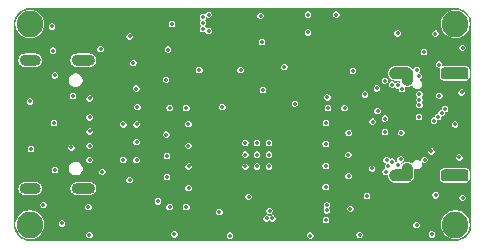
<source format=gbr>
%TF.GenerationSoftware,KiCad,Pcbnew,9.0.0-rc3*%
%TF.CreationDate,2025-02-11T14:32:45-05:00*%
%TF.ProjectId,melonHD,6d656c6f-6e48-4442-9e6b-696361645f70,rev?*%
%TF.SameCoordinates,PX7459280PY6422c40*%
%TF.FileFunction,Copper,L3,Inr*%
%TF.FilePolarity,Positive*%
%FSLAX46Y46*%
G04 Gerber Fmt 4.6, Leading zero omitted, Abs format (unit mm)*
G04 Created by KiCad (PCBNEW 9.0.0-rc3) date 2025-02-11 14:32:45*
%MOMM*%
%LPD*%
G01*
G04 APERTURE LIST*
%TA.AperFunction,ComponentPad*%
%ADD10O,1.600000X0.600000*%
%TD*%
%TA.AperFunction,ComponentPad*%
%ADD11O,1.690000X0.600000*%
%TD*%
%TA.AperFunction,ComponentPad*%
%ADD12O,0.600000X1.200000*%
%TD*%
%TA.AperFunction,ViaPad*%
%ADD13C,0.350000*%
%TD*%
%TA.AperFunction,ViaPad*%
%ADD14C,2.250000*%
%TD*%
G04 APERTURE END LIST*
%TA.AperFunction,ComponentPad*%
G36*
G01*
X5500000Y14905000D02*
X6550000Y14905000D01*
G75*
G02*
X7025000Y14430000I0J-475000D01*
G01*
X7025000Y14430000D01*
G75*
G02*
X6550000Y13955000I-475000J0D01*
G01*
X5500000Y13955000D01*
G75*
G02*
X5025000Y14430000I0J475000D01*
G01*
X5025000Y14430000D01*
G75*
G02*
X5500000Y14905000I475000J0D01*
G01*
G37*
%TD.AperFunction*%
%TA.AperFunction,ComponentPad*%
G36*
G01*
X5500000Y4045000D02*
X6550000Y4045000D01*
G75*
G02*
X7025000Y3570000I0J-475000D01*
G01*
X7025000Y3570000D01*
G75*
G02*
X6550000Y3095000I-475000J0D01*
G01*
X5500000Y3095000D01*
G75*
G02*
X5025000Y3570000I0J475000D01*
G01*
X5025000Y3570000D01*
G75*
G02*
X5500000Y4045000I475000J0D01*
G01*
G37*
%TD.AperFunction*%
%TA.AperFunction,ComponentPad*%
G36*
G01*
X1100000Y14905000D02*
X1950000Y14905000D01*
G75*
G02*
X2425000Y14430000I0J-475000D01*
G01*
X2425000Y14430000D01*
G75*
G02*
X1950000Y13955000I-475000J0D01*
G01*
X1100000Y13955000D01*
G75*
G02*
X625000Y14430000I0J475000D01*
G01*
X625000Y14430000D01*
G75*
G02*
X1100000Y14905000I475000J0D01*
G01*
G37*
%TD.AperFunction*%
%TA.AperFunction,ComponentPad*%
G36*
G01*
X1100000Y4045000D02*
X1950000Y4045000D01*
G75*
G02*
X2425000Y3570000I0J-475000D01*
G01*
X2425000Y3570000D01*
G75*
G02*
X1950000Y3095000I-475000J0D01*
G01*
X1100000Y3095000D01*
G75*
G02*
X625000Y3570000I0J475000D01*
G01*
X625000Y3570000D01*
G75*
G02*
X1100000Y4045000I475000J0D01*
G01*
G37*
%TD.AperFunction*%
D10*
X32925000Y4680000D03*
D11*
X37475000Y4680000D03*
D12*
X33425000Y4990000D03*
X33425000Y13010000D03*
D10*
X32925000Y13320000D03*
D11*
X37475000Y13320000D03*
%TA.AperFunction,ComponentPad*%
G36*
X31921004Y4706192D02*
G01*
X31921015Y4706383D01*
X31923015Y4732383D01*
X31923033Y4732573D01*
X31926033Y4758573D01*
X31926090Y4758944D01*
X31931090Y4784944D01*
X31931138Y4785167D01*
X31937138Y4810167D01*
X31937172Y4810300D01*
X31944172Y4836300D01*
X31944318Y4836756D01*
X31953318Y4860756D01*
X31953385Y4860923D01*
X31963385Y4884923D01*
X31963455Y4885083D01*
X31974455Y4909083D01*
X31974647Y4909460D01*
X31987647Y4932460D01*
X31987782Y4932684D01*
X32015782Y4976684D01*
X32016023Y4977030D01*
X32032023Y4998030D01*
X32032190Y4998238D01*
X32049190Y5018238D01*
X32049370Y5018439D01*
X32067370Y5037439D01*
X32067561Y5037630D01*
X32086561Y5055630D01*
X32086762Y5055810D01*
X32106762Y5072810D01*
X32106970Y5072977D01*
X32127970Y5088977D01*
X32128316Y5089218D01*
X32172316Y5117218D01*
X32172540Y5117353D01*
X32195540Y5130353D01*
X32195917Y5130545D01*
X32219917Y5141545D01*
X32220077Y5141615D01*
X32244077Y5151615D01*
X32244244Y5151682D01*
X32268244Y5160682D01*
X32268700Y5160828D01*
X32294700Y5167828D01*
X32294833Y5167862D01*
X32319833Y5173862D01*
X32320056Y5173910D01*
X32346056Y5178910D01*
X32346427Y5178967D01*
X32372427Y5181967D01*
X32372617Y5181985D01*
X32398617Y5183985D01*
X32398808Y5183996D01*
X32424808Y5184996D01*
X32425000Y5185000D01*
X32929820Y5185000D01*
X32930764Y5185472D01*
X32933000Y5186000D01*
X32933820Y5186000D01*
X32936764Y5187472D01*
X32939000Y5188000D01*
X32939820Y5188000D01*
X32944036Y5190108D01*
X32946464Y5192536D01*
X32947764Y5193472D01*
X32948273Y5193726D01*
X32948528Y5194236D01*
X32950764Y5196472D01*
X32951273Y5196726D01*
X32951528Y5197236D01*
X32952464Y5198536D01*
X32954892Y5200964D01*
X32957000Y5205180D01*
X32957000Y5206000D01*
X32957528Y5208236D01*
X32959000Y5211180D01*
X32959000Y5212000D01*
X32959528Y5214236D01*
X32960000Y5215180D01*
X32960000Y5260000D01*
X32960004Y5260208D01*
X32961004Y5284208D01*
X32961017Y5284415D01*
X32963017Y5308415D01*
X32963039Y5308620D01*
X32966039Y5332620D01*
X32966068Y5332822D01*
X32970068Y5356822D01*
X32970162Y5357262D01*
X32976162Y5380262D01*
X32976217Y5380456D01*
X32983217Y5403456D01*
X32983278Y5403643D01*
X32991278Y5426643D01*
X32991372Y5426893D01*
X33000372Y5448893D01*
X33000448Y5449069D01*
X33010448Y5471069D01*
X33010659Y5471481D01*
X33034659Y5513481D01*
X33034975Y5513966D01*
X33048975Y5532966D01*
X33049076Y5533098D01*
X33079076Y5571098D01*
X33079464Y5571536D01*
X33113464Y5605536D01*
X33113902Y5605924D01*
X33151902Y5635924D01*
X33152034Y5636025D01*
X33171034Y5650025D01*
X33171519Y5650341D01*
X33213519Y5674341D01*
X33213931Y5674552D01*
X33235931Y5684552D01*
X33236107Y5684628D01*
X33258107Y5693628D01*
X33258357Y5693722D01*
X33281357Y5701722D01*
X33281544Y5701783D01*
X33304544Y5708783D01*
X33304738Y5708838D01*
X33327738Y5714838D01*
X33328178Y5714932D01*
X33352178Y5718932D01*
X33352380Y5718961D01*
X33376380Y5721961D01*
X33376585Y5721983D01*
X33400585Y5723983D01*
X33400792Y5723996D01*
X33424792Y5724996D01*
X33425192Y5724996D01*
X33451192Y5723996D01*
X33451383Y5723985D01*
X33477383Y5721985D01*
X33477573Y5721967D01*
X33503573Y5718967D01*
X33503944Y5718910D01*
X33529944Y5713910D01*
X33530167Y5713862D01*
X33555167Y5707862D01*
X33555300Y5707828D01*
X33581300Y5700828D01*
X33581756Y5700682D01*
X33605756Y5691682D01*
X33605923Y5691615D01*
X33629923Y5681615D01*
X33630083Y5681545D01*
X33654083Y5670545D01*
X33654460Y5670353D01*
X33677460Y5657353D01*
X33677684Y5657218D01*
X33721684Y5629218D01*
X33722030Y5628977D01*
X33743030Y5612977D01*
X33743238Y5612810D01*
X33763238Y5595810D01*
X33763439Y5595630D01*
X33782439Y5577630D01*
X33782630Y5577439D01*
X33800630Y5558439D01*
X33800810Y5558238D01*
X33817810Y5538238D01*
X33817977Y5538030D01*
X33833977Y5517030D01*
X33834218Y5516684D01*
X33862218Y5472684D01*
X33862353Y5472460D01*
X33875353Y5449460D01*
X33875545Y5449083D01*
X33886545Y5425083D01*
X33886615Y5424923D01*
X33896615Y5400923D01*
X33896682Y5400756D01*
X33905682Y5376756D01*
X33905828Y5376300D01*
X33912828Y5350300D01*
X33912862Y5350167D01*
X33918862Y5325167D01*
X33918910Y5324944D01*
X33923910Y5298944D01*
X33923967Y5298573D01*
X33926967Y5272573D01*
X33926985Y5272383D01*
X33928985Y5246383D01*
X33928996Y5246192D01*
X33929996Y5220192D01*
X33930000Y5220000D01*
X33930000Y4680000D01*
X33929996Y4679808D01*
X33928996Y4653808D01*
X33928985Y4653617D01*
X33926985Y4627617D01*
X33926967Y4627427D01*
X33923967Y4601427D01*
X33923910Y4601056D01*
X33918910Y4575056D01*
X33918862Y4574833D01*
X33912862Y4549833D01*
X33912828Y4549700D01*
X33905828Y4523700D01*
X33905682Y4523244D01*
X33896682Y4499244D01*
X33896615Y4499077D01*
X33886615Y4475077D01*
X33886545Y4474917D01*
X33875545Y4450917D01*
X33875353Y4450540D01*
X33862353Y4427540D01*
X33862218Y4427316D01*
X33834218Y4383316D01*
X33833977Y4382970D01*
X33817977Y4361970D01*
X33817810Y4361762D01*
X33800810Y4341762D01*
X33800630Y4341561D01*
X33782630Y4322561D01*
X33782439Y4322370D01*
X33763439Y4304370D01*
X33763238Y4304190D01*
X33743238Y4287190D01*
X33743030Y4287023D01*
X33722030Y4271023D01*
X33721684Y4270782D01*
X33677684Y4242782D01*
X33677460Y4242647D01*
X33654460Y4229647D01*
X33654083Y4229455D01*
X33630083Y4218455D01*
X33629923Y4218385D01*
X33605923Y4208385D01*
X33605756Y4208318D01*
X33581756Y4199318D01*
X33581300Y4199172D01*
X33555300Y4192172D01*
X33555167Y4192138D01*
X33530167Y4186138D01*
X33529944Y4186090D01*
X33503944Y4181090D01*
X33503573Y4181033D01*
X33477573Y4178033D01*
X33477383Y4178015D01*
X33451383Y4176015D01*
X33451192Y4176004D01*
X33425192Y4175004D01*
X33425000Y4175000D01*
X32425000Y4175000D01*
X32424808Y4175004D01*
X32398808Y4176004D01*
X32398617Y4176015D01*
X32372617Y4178015D01*
X32372427Y4178033D01*
X32346427Y4181033D01*
X32346056Y4181090D01*
X32320056Y4186090D01*
X32319833Y4186138D01*
X32294833Y4192138D01*
X32294700Y4192172D01*
X32268700Y4199172D01*
X32268244Y4199318D01*
X32244244Y4208318D01*
X32244077Y4208385D01*
X32220077Y4218385D01*
X32219917Y4218455D01*
X32195917Y4229455D01*
X32195540Y4229647D01*
X32172540Y4242647D01*
X32172316Y4242782D01*
X32128316Y4270782D01*
X32127970Y4271023D01*
X32106970Y4287023D01*
X32106762Y4287190D01*
X32086762Y4304190D01*
X32086561Y4304370D01*
X32067561Y4322370D01*
X32067370Y4322561D01*
X32049370Y4341561D01*
X32049190Y4341762D01*
X32032190Y4361762D01*
X32032023Y4361970D01*
X32016023Y4382970D01*
X32015782Y4383316D01*
X31987782Y4427316D01*
X31987647Y4427540D01*
X31974647Y4450540D01*
X31974455Y4450917D01*
X31963455Y4474917D01*
X31963385Y4475077D01*
X31953385Y4499077D01*
X31953318Y4499244D01*
X31944318Y4523244D01*
X31944172Y4523700D01*
X31937172Y4549700D01*
X31937138Y4549833D01*
X31931138Y4574833D01*
X31931090Y4575056D01*
X31926090Y4601056D01*
X31926033Y4601427D01*
X31923033Y4627427D01*
X31923015Y4627617D01*
X31921015Y4653617D01*
X31921004Y4653808D01*
X31920004Y4679808D01*
X31920004Y4680192D01*
X31921004Y4706192D01*
G37*
%TD.AperFunction*%
%TA.AperFunction,ComponentPad*%
G36*
X31931004Y13346192D02*
G01*
X31931015Y13346383D01*
X31933015Y13372383D01*
X31933033Y13372573D01*
X31936033Y13398573D01*
X31936090Y13398944D01*
X31941090Y13424944D01*
X31941138Y13425167D01*
X31947138Y13450167D01*
X31947172Y13450300D01*
X31954172Y13476300D01*
X31954318Y13476756D01*
X31963318Y13500756D01*
X31963385Y13500923D01*
X31973385Y13524923D01*
X31973455Y13525083D01*
X31984455Y13549083D01*
X31984647Y13549460D01*
X31997647Y13572460D01*
X31997782Y13572684D01*
X32025782Y13616684D01*
X32026023Y13617030D01*
X32042023Y13638030D01*
X32042190Y13638238D01*
X32059190Y13658238D01*
X32059370Y13658439D01*
X32077370Y13677439D01*
X32077561Y13677630D01*
X32096561Y13695630D01*
X32096762Y13695810D01*
X32116762Y13712810D01*
X32116970Y13712977D01*
X32137970Y13728977D01*
X32138316Y13729218D01*
X32182316Y13757218D01*
X32182540Y13757353D01*
X32205540Y13770353D01*
X32205917Y13770545D01*
X32229917Y13781545D01*
X32230077Y13781615D01*
X32254077Y13791615D01*
X32254244Y13791682D01*
X32278244Y13800682D01*
X32278700Y13800828D01*
X32304700Y13807828D01*
X32304833Y13807862D01*
X32329833Y13813862D01*
X32330056Y13813910D01*
X32356056Y13818910D01*
X32356427Y13818967D01*
X32382427Y13821967D01*
X32382617Y13821985D01*
X32408617Y13823985D01*
X32408808Y13823996D01*
X32434808Y13824996D01*
X32435000Y13825000D01*
X33425000Y13825000D01*
X33425192Y13824996D01*
X33451192Y13823996D01*
X33451383Y13823985D01*
X33477383Y13821985D01*
X33477573Y13821967D01*
X33503573Y13818967D01*
X33503944Y13818910D01*
X33529944Y13813910D01*
X33530167Y13813862D01*
X33555167Y13807862D01*
X33555300Y13807828D01*
X33581300Y13800828D01*
X33581756Y13800682D01*
X33605756Y13791682D01*
X33605923Y13791615D01*
X33629923Y13781615D01*
X33630083Y13781545D01*
X33654083Y13770545D01*
X33654460Y13770353D01*
X33677460Y13757353D01*
X33677684Y13757218D01*
X33721684Y13729218D01*
X33722030Y13728977D01*
X33743030Y13712977D01*
X33743238Y13712810D01*
X33763238Y13695810D01*
X33763439Y13695630D01*
X33782439Y13677630D01*
X33782630Y13677439D01*
X33800630Y13658439D01*
X33800810Y13658238D01*
X33817810Y13638238D01*
X33817977Y13638030D01*
X33833977Y13617030D01*
X33834218Y13616684D01*
X33862218Y13572684D01*
X33862353Y13572460D01*
X33875353Y13549460D01*
X33875545Y13549083D01*
X33886545Y13525083D01*
X33886615Y13524923D01*
X33896615Y13500923D01*
X33896682Y13500756D01*
X33905682Y13476756D01*
X33905828Y13476300D01*
X33912828Y13450300D01*
X33912862Y13450167D01*
X33918862Y13425167D01*
X33918910Y13424944D01*
X33923910Y13398944D01*
X33923967Y13398573D01*
X33926967Y13372573D01*
X33926985Y13372383D01*
X33928985Y13346383D01*
X33928996Y13346192D01*
X33929996Y13320192D01*
X33930000Y13320000D01*
X33930000Y12780000D01*
X33929996Y12779808D01*
X33928996Y12753808D01*
X33928985Y12753617D01*
X33926985Y12727617D01*
X33926967Y12727427D01*
X33923967Y12701427D01*
X33923910Y12701056D01*
X33918910Y12675056D01*
X33918862Y12674833D01*
X33912862Y12649833D01*
X33912828Y12649700D01*
X33905828Y12623700D01*
X33905682Y12623244D01*
X33896682Y12599244D01*
X33896615Y12599077D01*
X33886615Y12575077D01*
X33886545Y12574917D01*
X33875545Y12550917D01*
X33875353Y12550540D01*
X33862353Y12527540D01*
X33862218Y12527316D01*
X33834218Y12483316D01*
X33833977Y12482970D01*
X33817977Y12461970D01*
X33817810Y12461762D01*
X33800810Y12441762D01*
X33800630Y12441561D01*
X33782630Y12422561D01*
X33782439Y12422370D01*
X33763439Y12404370D01*
X33763238Y12404190D01*
X33743238Y12387190D01*
X33743030Y12387023D01*
X33722030Y12371023D01*
X33721684Y12370782D01*
X33677684Y12342782D01*
X33677460Y12342647D01*
X33654460Y12329647D01*
X33654083Y12329455D01*
X33630083Y12318455D01*
X33629923Y12318385D01*
X33605923Y12308385D01*
X33605756Y12308318D01*
X33581756Y12299318D01*
X33581300Y12299172D01*
X33555300Y12292172D01*
X33555167Y12292138D01*
X33530167Y12286138D01*
X33529944Y12286090D01*
X33503944Y12281090D01*
X33503573Y12281033D01*
X33477573Y12278033D01*
X33477383Y12278015D01*
X33451383Y12276015D01*
X33451192Y12276004D01*
X33425192Y12275004D01*
X33424815Y12275003D01*
X33397815Y12276003D01*
X33397567Y12276019D01*
X33374567Y12278019D01*
X33374178Y12278068D01*
X33350178Y12282068D01*
X33349938Y12282114D01*
X33326938Y12287114D01*
X33326738Y12287162D01*
X33303738Y12293162D01*
X33303544Y12293217D01*
X33280544Y12300217D01*
X33280291Y12300301D01*
X33258291Y12308301D01*
X33257931Y12308448D01*
X33213931Y12328448D01*
X33213428Y12328713D01*
X33193428Y12340713D01*
X33193275Y12340808D01*
X33173275Y12353808D01*
X33173133Y12353904D01*
X33153133Y12367904D01*
X33152930Y12368053D01*
X33134930Y12382053D01*
X33134678Y12382263D01*
X33116678Y12398263D01*
X33116464Y12398464D01*
X33099464Y12415464D01*
X33099359Y12415573D01*
X33083359Y12432573D01*
X33083175Y12432779D01*
X33067175Y12451779D01*
X33066975Y12452034D01*
X33052975Y12471034D01*
X33052808Y12471275D01*
X33039808Y12491275D01*
X33039713Y12491428D01*
X33027713Y12511428D01*
X33027528Y12511764D01*
X33016528Y12533764D01*
X33016486Y12533850D01*
X33006486Y12554850D01*
X33006372Y12555107D01*
X32997372Y12577107D01*
X32997217Y12577544D01*
X32983217Y12623544D01*
X32983114Y12623938D01*
X32978114Y12646938D01*
X32978068Y12647178D01*
X32974068Y12671178D01*
X32974019Y12671567D01*
X32972017Y12694585D01*
X32970017Y12718585D01*
X32970000Y12719000D01*
X32970000Y12784820D01*
X32969528Y12785764D01*
X32969000Y12788000D01*
X32969000Y12788820D01*
X32967528Y12791764D01*
X32967000Y12794000D01*
X32967000Y12794820D01*
X32964892Y12799036D01*
X32962464Y12801464D01*
X32961528Y12802764D01*
X32961273Y12803274D01*
X32960764Y12803528D01*
X32958528Y12805764D01*
X32958273Y12806274D01*
X32957764Y12806528D01*
X32956464Y12807464D01*
X32954036Y12809892D01*
X32949820Y12812000D01*
X32949000Y12812000D01*
X32946764Y12812528D01*
X32943820Y12814000D01*
X32943000Y12814000D01*
X32940764Y12814528D01*
X32939820Y12815000D01*
X32435000Y12815000D01*
X32434808Y12815004D01*
X32408808Y12816004D01*
X32408617Y12816015D01*
X32382617Y12818015D01*
X32382427Y12818033D01*
X32356427Y12821033D01*
X32356056Y12821090D01*
X32330056Y12826090D01*
X32329833Y12826138D01*
X32304833Y12832138D01*
X32304700Y12832172D01*
X32278700Y12839172D01*
X32278244Y12839318D01*
X32254244Y12848318D01*
X32254077Y12848385D01*
X32230077Y12858385D01*
X32229917Y12858455D01*
X32205917Y12869455D01*
X32205540Y12869647D01*
X32182540Y12882647D01*
X32182316Y12882782D01*
X32138316Y12910782D01*
X32137970Y12911023D01*
X32116970Y12927023D01*
X32116762Y12927190D01*
X32096762Y12944190D01*
X32096561Y12944370D01*
X32077561Y12962370D01*
X32077370Y12962561D01*
X32059370Y12981561D01*
X32059190Y12981762D01*
X32042190Y13001762D01*
X32042023Y13001970D01*
X32026023Y13022970D01*
X32025782Y13023316D01*
X31997782Y13067316D01*
X31997647Y13067540D01*
X31984647Y13090540D01*
X31984455Y13090917D01*
X31973455Y13114917D01*
X31973385Y13115077D01*
X31963385Y13139077D01*
X31963318Y13139244D01*
X31954318Y13163244D01*
X31954172Y13163700D01*
X31947172Y13189700D01*
X31947138Y13189833D01*
X31941138Y13214833D01*
X31941090Y13215056D01*
X31936090Y13241056D01*
X31936033Y13241427D01*
X31933033Y13267427D01*
X31933015Y13267617D01*
X31931015Y13293617D01*
X31931004Y13293808D01*
X31930004Y13319808D01*
X31930004Y13320192D01*
X31931004Y13346192D01*
G37*
%TD.AperFunction*%
%TA.AperFunction,ComponentPad*%
G36*
X36320015Y4943383D02*
G01*
X36321015Y4956383D01*
X36321058Y4956760D01*
X36325058Y4982760D01*
X36325221Y4983470D01*
X36329180Y4996335D01*
X36332149Y5008213D01*
X36332333Y5008795D01*
X36337333Y5021795D01*
X36337385Y5021923D01*
X36342385Y5033923D01*
X36342448Y5034069D01*
X36347448Y5045069D01*
X36347528Y5045236D01*
X36353528Y5057236D01*
X36353782Y5057684D01*
X36360782Y5068684D01*
X36360956Y5068941D01*
X36368956Y5079941D01*
X36369096Y5080123D01*
X36385096Y5100123D01*
X36385284Y5100345D01*
X36394284Y5110345D01*
X36394655Y5110716D01*
X36404655Y5119716D01*
X36404877Y5119904D01*
X36424877Y5135904D01*
X36425059Y5136044D01*
X36436059Y5144044D01*
X36436316Y5144218D01*
X36447316Y5151218D01*
X36447764Y5151472D01*
X36459764Y5157472D01*
X36459931Y5157552D01*
X36470931Y5162552D01*
X36471077Y5162615D01*
X36483077Y5167615D01*
X36483205Y5167667D01*
X36496205Y5172667D01*
X36496787Y5172851D01*
X36508665Y5175820D01*
X36521530Y5179779D01*
X36522240Y5179942D01*
X36548240Y5183942D01*
X36548617Y5183985D01*
X36561617Y5184985D01*
X36562000Y5185000D01*
X38388000Y5185000D01*
X38388383Y5184985D01*
X38401383Y5183985D01*
X38401760Y5183942D01*
X38427760Y5179942D01*
X38428470Y5179779D01*
X38441335Y5175820D01*
X38453213Y5172851D01*
X38453795Y5172667D01*
X38466795Y5167667D01*
X38466923Y5167615D01*
X38478923Y5162615D01*
X38479069Y5162552D01*
X38490069Y5157552D01*
X38490236Y5157472D01*
X38502236Y5151472D01*
X38502684Y5151218D01*
X38513684Y5144218D01*
X38513941Y5144044D01*
X38524941Y5136044D01*
X38525123Y5135904D01*
X38545123Y5119904D01*
X38545345Y5119716D01*
X38555345Y5110716D01*
X38555716Y5110345D01*
X38564716Y5100345D01*
X38564904Y5100123D01*
X38580904Y5080123D01*
X38581044Y5079941D01*
X38589044Y5068941D01*
X38589218Y5068684D01*
X38596218Y5057684D01*
X38596472Y5057236D01*
X38602472Y5045236D01*
X38602552Y5045069D01*
X38607552Y5034069D01*
X38607615Y5033923D01*
X38612615Y5021923D01*
X38612667Y5021795D01*
X38617667Y5008795D01*
X38617851Y5008213D01*
X38620820Y4996335D01*
X38624779Y4983470D01*
X38624942Y4982760D01*
X38628942Y4956760D01*
X38628985Y4956383D01*
X38629985Y4943383D01*
X38630000Y4943000D01*
X38630000Y4417000D01*
X38629985Y4416617D01*
X38628985Y4403617D01*
X38628942Y4403240D01*
X38624942Y4377240D01*
X38624779Y4376530D01*
X38620820Y4363665D01*
X38617851Y4351787D01*
X38617667Y4351205D01*
X38612667Y4338205D01*
X38612615Y4338077D01*
X38607615Y4326077D01*
X38607552Y4325931D01*
X38602552Y4314931D01*
X38602472Y4314764D01*
X38596472Y4302764D01*
X38596218Y4302316D01*
X38589218Y4291316D01*
X38589044Y4291059D01*
X38581044Y4280059D01*
X38580904Y4279877D01*
X38564904Y4259877D01*
X38564716Y4259655D01*
X38555716Y4249655D01*
X38555345Y4249284D01*
X38545345Y4240284D01*
X38545123Y4240096D01*
X38525123Y4224096D01*
X38524941Y4223956D01*
X38513941Y4215956D01*
X38513684Y4215782D01*
X38502684Y4208782D01*
X38502236Y4208528D01*
X38490236Y4202528D01*
X38490069Y4202448D01*
X38479069Y4197448D01*
X38478923Y4197385D01*
X38466923Y4192385D01*
X38466795Y4192333D01*
X38453795Y4187333D01*
X38453213Y4187149D01*
X38441335Y4184180D01*
X38428470Y4180221D01*
X38427760Y4180058D01*
X38401760Y4176058D01*
X38401383Y4176015D01*
X38388383Y4175015D01*
X38388000Y4175000D01*
X36562000Y4175000D01*
X36561617Y4175015D01*
X36548617Y4176015D01*
X36548240Y4176058D01*
X36522240Y4180058D01*
X36521530Y4180221D01*
X36508665Y4184180D01*
X36496787Y4187149D01*
X36496205Y4187333D01*
X36483205Y4192333D01*
X36483077Y4192385D01*
X36471077Y4197385D01*
X36470931Y4197448D01*
X36459931Y4202448D01*
X36459764Y4202528D01*
X36447764Y4208528D01*
X36447316Y4208782D01*
X36436316Y4215782D01*
X36436059Y4215956D01*
X36425059Y4223956D01*
X36424877Y4224096D01*
X36404877Y4240096D01*
X36404655Y4240284D01*
X36394655Y4249284D01*
X36394284Y4249655D01*
X36385284Y4259655D01*
X36385096Y4259877D01*
X36369096Y4279877D01*
X36368956Y4280059D01*
X36360956Y4291059D01*
X36360782Y4291316D01*
X36353782Y4302316D01*
X36353528Y4302764D01*
X36347528Y4314764D01*
X36347448Y4314931D01*
X36342448Y4325931D01*
X36342385Y4326077D01*
X36337385Y4338077D01*
X36337333Y4338205D01*
X36332333Y4351205D01*
X36332149Y4351787D01*
X36329180Y4363665D01*
X36325221Y4376530D01*
X36325058Y4377240D01*
X36321058Y4403240D01*
X36321015Y4403617D01*
X36320015Y4416617D01*
X36320000Y4417000D01*
X36320000Y4943000D01*
X36320015Y4943383D01*
G37*
%TD.AperFunction*%
%TA.AperFunction,ComponentPad*%
G36*
X36320015Y13583383D02*
G01*
X36321015Y13596383D01*
X36321058Y13596760D01*
X36325058Y13622760D01*
X36325221Y13623470D01*
X36329180Y13636335D01*
X36332149Y13648213D01*
X36332333Y13648795D01*
X36337333Y13661795D01*
X36337385Y13661923D01*
X36342385Y13673923D01*
X36342448Y13674069D01*
X36347448Y13685069D01*
X36347528Y13685236D01*
X36353528Y13697236D01*
X36353782Y13697684D01*
X36360782Y13708684D01*
X36360956Y13708941D01*
X36368956Y13719941D01*
X36369096Y13720123D01*
X36385096Y13740123D01*
X36385284Y13740345D01*
X36394284Y13750345D01*
X36394655Y13750716D01*
X36404655Y13759716D01*
X36404877Y13759904D01*
X36424877Y13775904D01*
X36425059Y13776044D01*
X36436059Y13784044D01*
X36436316Y13784218D01*
X36447316Y13791218D01*
X36447764Y13791472D01*
X36459764Y13797472D01*
X36459931Y13797552D01*
X36470931Y13802552D01*
X36471077Y13802615D01*
X36483077Y13807615D01*
X36483205Y13807667D01*
X36496205Y13812667D01*
X36496787Y13812851D01*
X36508665Y13815820D01*
X36521530Y13819779D01*
X36522240Y13819942D01*
X36548240Y13823942D01*
X36548617Y13823985D01*
X36561617Y13824985D01*
X36562000Y13825000D01*
X38388000Y13825000D01*
X38388383Y13824985D01*
X38401383Y13823985D01*
X38401760Y13823942D01*
X38427760Y13819942D01*
X38428470Y13819779D01*
X38441335Y13815820D01*
X38453213Y13812851D01*
X38453795Y13812667D01*
X38466795Y13807667D01*
X38466923Y13807615D01*
X38478923Y13802615D01*
X38479069Y13802552D01*
X38490069Y13797552D01*
X38490236Y13797472D01*
X38502236Y13791472D01*
X38502684Y13791218D01*
X38513684Y13784218D01*
X38513941Y13784044D01*
X38524941Y13776044D01*
X38525123Y13775904D01*
X38545123Y13759904D01*
X38545345Y13759716D01*
X38555345Y13750716D01*
X38555716Y13750345D01*
X38564716Y13740345D01*
X38564904Y13740123D01*
X38580904Y13720123D01*
X38581044Y13719941D01*
X38589044Y13708941D01*
X38589218Y13708684D01*
X38596218Y13697684D01*
X38596472Y13697236D01*
X38602472Y13685236D01*
X38602552Y13685069D01*
X38607552Y13674069D01*
X38607615Y13673923D01*
X38612615Y13661923D01*
X38612667Y13661795D01*
X38617667Y13648795D01*
X38617851Y13648213D01*
X38620820Y13636335D01*
X38624779Y13623470D01*
X38624942Y13622760D01*
X38628942Y13596760D01*
X38628985Y13596383D01*
X38629985Y13583383D01*
X38630000Y13583000D01*
X38630000Y13057000D01*
X38629985Y13056617D01*
X38628985Y13043617D01*
X38628942Y13043240D01*
X38624942Y13017240D01*
X38624779Y13016530D01*
X38620820Y13003665D01*
X38617851Y12991787D01*
X38617667Y12991205D01*
X38612667Y12978205D01*
X38612615Y12978077D01*
X38607615Y12966077D01*
X38607552Y12965931D01*
X38602552Y12954931D01*
X38602472Y12954764D01*
X38596472Y12942764D01*
X38596218Y12942316D01*
X38589218Y12931316D01*
X38589044Y12931059D01*
X38581044Y12920059D01*
X38580904Y12919877D01*
X38564904Y12899877D01*
X38564716Y12899655D01*
X38555716Y12889655D01*
X38555345Y12889284D01*
X38545345Y12880284D01*
X38545123Y12880096D01*
X38525123Y12864096D01*
X38524941Y12863956D01*
X38513941Y12855956D01*
X38513684Y12855782D01*
X38502684Y12848782D01*
X38502236Y12848528D01*
X38490236Y12842528D01*
X38490069Y12842448D01*
X38479069Y12837448D01*
X38478923Y12837385D01*
X38466923Y12832385D01*
X38466795Y12832333D01*
X38453795Y12827333D01*
X38453213Y12827149D01*
X38441335Y12824180D01*
X38428470Y12820221D01*
X38427760Y12820058D01*
X38401760Y12816058D01*
X38401383Y12816015D01*
X38388383Y12815015D01*
X38388000Y12815000D01*
X36562000Y12815000D01*
X36561617Y12815015D01*
X36548617Y12816015D01*
X36548240Y12816058D01*
X36522240Y12820058D01*
X36521530Y12820221D01*
X36508665Y12824180D01*
X36496787Y12827149D01*
X36496205Y12827333D01*
X36483205Y12832333D01*
X36483077Y12832385D01*
X36471077Y12837385D01*
X36470931Y12837448D01*
X36459931Y12842448D01*
X36459764Y12842528D01*
X36447764Y12848528D01*
X36447316Y12848782D01*
X36436316Y12855782D01*
X36436059Y12855956D01*
X36425059Y12863956D01*
X36424877Y12864096D01*
X36404877Y12880096D01*
X36404655Y12880284D01*
X36394655Y12889284D01*
X36394284Y12889655D01*
X36385284Y12899655D01*
X36385096Y12899877D01*
X36369096Y12919877D01*
X36368956Y12920059D01*
X36360956Y12931059D01*
X36360782Y12931316D01*
X36353782Y12942316D01*
X36353528Y12942764D01*
X36347528Y12954764D01*
X36347448Y12954931D01*
X36342448Y12965931D01*
X36342385Y12966077D01*
X36337385Y12978077D01*
X36337333Y12978205D01*
X36332333Y12991205D01*
X36332149Y12991787D01*
X36329180Y13003665D01*
X36325221Y13016530D01*
X36325058Y13017240D01*
X36321058Y13043240D01*
X36321015Y13043617D01*
X36320015Y13056617D01*
X36320000Y13057000D01*
X36320000Y13583000D01*
X36320015Y13583383D01*
G37*
%TD.AperFunction*%
D13*
X17974872Y15960080D03*
X17574872Y15960080D03*
X32933614Y10242001D03*
X17574872Y16360080D03*
X17574872Y16760080D03*
X31568865Y10379061D03*
X31567638Y7880268D03*
X17974872Y16360080D03*
X32933614Y7742001D03*
X34453087Y10121782D03*
X17974872Y16760080D03*
X34233614Y1892001D03*
X20733614Y5442001D03*
X13333614Y10392001D03*
X35533614Y-307999D03*
X14923614Y3612001D03*
D14*
X37500000Y500000D03*
D13*
X13533614Y17492001D03*
X5150000Y11392001D03*
X10533614Y8992001D03*
X3550000Y9100000D03*
X3600000Y13150000D03*
X3600000Y5150000D03*
X20733614Y7442001D03*
X29402011Y-351520D03*
X21020762Y18203468D03*
X21733614Y5442001D03*
X6550000Y6000000D03*
X10533614Y7492001D03*
X26553614Y912001D03*
X32166541Y12362369D03*
X13033614Y12792001D03*
X25033614Y16792001D03*
X13083614Y6322001D03*
X28633614Y1862001D03*
X31545115Y12705493D03*
X31700000Y6000000D03*
X10533614Y5992001D03*
X30863643Y12047490D03*
X17783614Y10452001D03*
X2633614Y2192001D03*
X9933614Y4292001D03*
X6550000Y9600000D03*
X32163878Y5851436D03*
X32638799Y5596478D03*
X14733614Y1992001D03*
D14*
X37500000Y17500000D03*
D13*
X34405946Y13082119D03*
X10603499Y10473800D03*
X36145065Y14050067D03*
X31838932Y5451502D03*
X19733614Y6442001D03*
X19733614Y5442001D03*
X21733614Y7442001D03*
X32633614Y16712001D03*
X21133614Y15992001D03*
X32873760Y6046404D03*
X6550000Y7200000D03*
X38050000Y11700000D03*
X35850000Y3000000D03*
X23049963Y13872856D03*
X10504039Y12020917D03*
X19733614Y7442001D03*
X9400000Y6000000D03*
X28483614Y8252001D03*
X13203614Y15322001D03*
X31610777Y4983076D03*
X30473614Y5272001D03*
X13333614Y1992001D03*
X34233614Y492001D03*
X38133614Y2792001D03*
X34908423Y6016409D03*
X34841757Y15124890D03*
X14733614Y10392001D03*
X28463614Y6432001D03*
X14923614Y5442001D03*
X6550000Y11200000D03*
X25233614Y-407999D03*
X21793614Y1682001D03*
X13733614Y-307999D03*
X27433614Y18292001D03*
X10263614Y14212001D03*
X1600000Y6900000D03*
X16133614Y17092001D03*
X28833614Y13502001D03*
X13043614Y8132001D03*
X28133614Y10392001D03*
X20006162Y2885475D03*
X29873614Y11542001D03*
X26543614Y7332001D03*
X26543614Y3702001D03*
X33009002Y11984714D03*
X7633614Y4992001D03*
X34469751Y11547903D03*
X25033614Y18292001D03*
X26553614Y9102001D03*
X23923614Y10752001D03*
X4203614Y612001D03*
X14913614Y7212001D03*
X34273876Y13604893D03*
X32650714Y12309110D03*
X16633614Y16892001D03*
X18433614Y-407999D03*
X35488327Y6711294D03*
X37500000Y9000000D03*
X36154029Y11432432D03*
X16633614Y18292001D03*
X16133614Y18092001D03*
X3358614Y17292001D03*
X21223614Y11912001D03*
X20733614Y6442001D03*
D14*
X1500000Y500000D03*
D13*
X26543614Y5482001D03*
X19333614Y13592001D03*
X30513614Y9242001D03*
X6450000Y2000000D03*
X37850000Y6200000D03*
X26733614Y10392001D03*
X38133614Y15492001D03*
X17533614Y1592001D03*
X9933614Y16442001D03*
X5000000Y7050000D03*
X35701691Y9329107D03*
X30933614Y10142001D03*
X21733614Y6442001D03*
X9400000Y9000000D03*
X13093614Y4532001D03*
X28473614Y4622001D03*
X7483614Y15392001D03*
X1500000Y10950000D03*
X35833614Y16692001D03*
X3450000Y15250000D03*
X15833614Y13592001D03*
X36659566Y10284935D03*
X30023614Y2952001D03*
X6535717Y-374813D03*
X6550000Y8400000D03*
X16133614Y17592001D03*
X14913614Y9042001D03*
D14*
X1500000Y17500000D03*
D13*
X34449191Y9628541D03*
X21533614Y1042001D03*
X22033614Y1042001D03*
X31568106Y8373844D03*
X26673614Y11292001D03*
X12333614Y2492001D03*
X26633614Y1712001D03*
X31545365Y9483372D03*
X32938896Y8296087D03*
X26633614Y2150904D03*
X34466897Y11092001D03*
X36345175Y9945175D03*
X36034825Y9634825D03*
X34462781Y10653118D03*
%TA.AperFunction,Conductor*%
G36*
X37501918Y18872349D02*
G01*
X37521328Y18870822D01*
X37710867Y18855905D01*
X37718450Y18854704D01*
X37920380Y18806225D01*
X37927686Y18803851D01*
X38119546Y18724379D01*
X38126386Y18720894D01*
X38303448Y18612390D01*
X38309659Y18607879D01*
X38460594Y18478968D01*
X38467571Y18473009D01*
X38473008Y18467572D01*
X38594300Y18325557D01*
X38607874Y18309665D01*
X38612391Y18303447D01*
X38720587Y18126886D01*
X38720889Y18126394D01*
X38724380Y18119543D01*
X38803849Y17927688D01*
X38806225Y17920376D01*
X38854701Y17718458D01*
X38855904Y17710864D01*
X38872349Y17501919D01*
X38872500Y17498074D01*
X38872500Y501927D01*
X38872349Y498082D01*
X38855904Y289137D01*
X38854701Y281543D01*
X38806225Y79625D01*
X38803849Y72313D01*
X38724380Y-119542D01*
X38720889Y-126393D01*
X38612393Y-303443D01*
X38607874Y-309664D01*
X38473008Y-467571D01*
X38467571Y-473008D01*
X38309664Y-607874D01*
X38303443Y-612393D01*
X38126393Y-720889D01*
X38119542Y-724380D01*
X37927687Y-803849D01*
X37920375Y-806225D01*
X37718457Y-854701D01*
X37710863Y-855904D01*
X37501919Y-872349D01*
X37498074Y-872500D01*
X1501926Y-872500D01*
X1498081Y-872349D01*
X1289136Y-855904D01*
X1281542Y-854701D01*
X1079624Y-806225D01*
X1072312Y-803849D01*
X880457Y-724380D01*
X873609Y-720890D01*
X696553Y-612391D01*
X690338Y-607876D01*
X532428Y-473008D01*
X526991Y-467571D01*
X498965Y-434757D01*
X392121Y-309659D01*
X387610Y-303448D01*
X279106Y-126386D01*
X275619Y-119542D01*
X274965Y-117964D01*
X196149Y72314D01*
X193774Y79625D01*
X145296Y281550D01*
X144095Y289133D01*
X130968Y455940D01*
X127651Y498083D01*
X127500Y501927D01*
X127500Y596449D01*
X274500Y596449D01*
X274500Y403552D01*
X304675Y213031D01*
X304676Y213028D01*
X364285Y29571D01*
X451859Y-142302D01*
X564049Y-296718D01*
X565242Y-298360D01*
X565246Y-298365D01*
X701635Y-434754D01*
X701639Y-434757D01*
X701641Y-434759D01*
X857698Y-548141D01*
X1029571Y-635715D01*
X1213028Y-695324D01*
X1403551Y-725500D01*
X1403552Y-725500D01*
X1596448Y-725500D01*
X1596449Y-725500D01*
X1786972Y-695324D01*
X1970429Y-635715D01*
X2142302Y-548141D01*
X2298359Y-434759D01*
X2298362Y-434755D01*
X2298365Y-434754D01*
X2413107Y-320011D01*
X6260217Y-320011D01*
X6260217Y-429614D01*
X6273962Y-462796D01*
X6302160Y-530871D01*
X6302161Y-530872D01*
X6302162Y-530874D01*
X6379656Y-608368D01*
X6379657Y-608368D01*
X6379659Y-608370D01*
X6480917Y-650313D01*
X6480919Y-650313D01*
X6590515Y-650313D01*
X6590517Y-650313D01*
X6691775Y-608370D01*
X6691777Y-608368D01*
X6691778Y-608368D01*
X6769272Y-530874D01*
X6769272Y-530873D01*
X6769274Y-530871D01*
X6811217Y-429613D01*
X6811217Y-320013D01*
X6783540Y-253197D01*
X13458114Y-253197D01*
X13458114Y-253199D01*
X13458114Y-362799D01*
X13500057Y-464057D01*
X13500058Y-464058D01*
X13500059Y-464060D01*
X13577553Y-541554D01*
X13577554Y-541554D01*
X13577556Y-541556D01*
X13678814Y-583499D01*
X13678816Y-583499D01*
X13788412Y-583499D01*
X13788414Y-583499D01*
X13889672Y-541556D01*
X13889674Y-541554D01*
X13889675Y-541554D01*
X13967169Y-464060D01*
X13967169Y-464059D01*
X13967171Y-464057D01*
X14009114Y-362799D01*
X14009114Y-353197D01*
X18158114Y-353197D01*
X18158114Y-462800D01*
X18164334Y-477816D01*
X18200057Y-564057D01*
X18200058Y-564058D01*
X18200059Y-564060D01*
X18277553Y-641554D01*
X18277554Y-641554D01*
X18277556Y-641556D01*
X18378814Y-683499D01*
X18378816Y-683499D01*
X18488412Y-683499D01*
X18488414Y-683499D01*
X18589672Y-641556D01*
X18589674Y-641554D01*
X18589675Y-641554D01*
X18667169Y-564060D01*
X18667169Y-564059D01*
X18667171Y-564057D01*
X18709114Y-462799D01*
X18709114Y-353199D01*
X18709113Y-353197D01*
X24958114Y-353197D01*
X24958114Y-462800D01*
X24964334Y-477816D01*
X25000057Y-564057D01*
X25000058Y-564058D01*
X25000059Y-564060D01*
X25077553Y-641554D01*
X25077554Y-641554D01*
X25077556Y-641556D01*
X25178814Y-683499D01*
X25178816Y-683499D01*
X25288412Y-683499D01*
X25288414Y-683499D01*
X25389672Y-641556D01*
X25389674Y-641554D01*
X25389675Y-641554D01*
X25467169Y-564060D01*
X25467169Y-564059D01*
X25467171Y-564057D01*
X25509114Y-462799D01*
X25509114Y-353199D01*
X25495367Y-320011D01*
X25491488Y-310645D01*
X25485719Y-296718D01*
X29126511Y-296718D01*
X29126511Y-296720D01*
X29126511Y-406320D01*
X29168454Y-507578D01*
X29168455Y-507579D01*
X29168456Y-507581D01*
X29245950Y-585075D01*
X29245951Y-585075D01*
X29245953Y-585077D01*
X29347211Y-627020D01*
X29347213Y-627020D01*
X29456809Y-627020D01*
X29456811Y-627020D01*
X29558069Y-585077D01*
X29558071Y-585075D01*
X29558072Y-585075D01*
X29635566Y-507581D01*
X29635566Y-507580D01*
X29635568Y-507578D01*
X29677511Y-406320D01*
X29677511Y-296720D01*
X29659483Y-253197D01*
X35258114Y-253197D01*
X35258114Y-253199D01*
X35258114Y-362799D01*
X35300057Y-464057D01*
X35300058Y-464058D01*
X35300059Y-464060D01*
X35377553Y-541554D01*
X35377554Y-541554D01*
X35377556Y-541556D01*
X35478814Y-583499D01*
X35478816Y-583499D01*
X35588412Y-583499D01*
X35588414Y-583499D01*
X35689672Y-541556D01*
X35689674Y-541554D01*
X35689675Y-541554D01*
X35767169Y-464060D01*
X35767169Y-464059D01*
X35767171Y-464057D01*
X35809114Y-362799D01*
X35809114Y-253199D01*
X35767171Y-151941D01*
X35767169Y-151939D01*
X35767169Y-151938D01*
X35689675Y-74444D01*
X35689673Y-74443D01*
X35689672Y-74442D01*
X35630358Y-49873D01*
X35588415Y-32499D01*
X35588414Y-32499D01*
X35478814Y-32499D01*
X35478812Y-32499D01*
X35394926Y-67247D01*
X35387783Y-70206D01*
X35377554Y-74443D01*
X35300058Y-151939D01*
X35258114Y-253197D01*
X29659483Y-253197D01*
X29635568Y-195462D01*
X29635566Y-195460D01*
X29635566Y-195459D01*
X29558072Y-117965D01*
X29558070Y-117964D01*
X29558069Y-117963D01*
X29498755Y-93394D01*
X29456812Y-76020D01*
X29456811Y-76020D01*
X29347211Y-76020D01*
X29347209Y-76020D01*
X29245951Y-117964D01*
X29168455Y-195460D01*
X29126511Y-296718D01*
X25485719Y-296718D01*
X25467170Y-251939D01*
X25389675Y-174444D01*
X25389673Y-174443D01*
X25389672Y-174442D01*
X25330358Y-149873D01*
X25288415Y-132499D01*
X25288414Y-132499D01*
X25178814Y-132499D01*
X25178812Y-132499D01*
X25077554Y-174443D01*
X25000058Y-251939D01*
X25000057Y-251940D01*
X25000057Y-251941D01*
X24992862Y-269311D01*
X24958114Y-353197D01*
X18709113Y-353197D01*
X18667171Y-251941D01*
X18667169Y-251939D01*
X18667169Y-251938D01*
X18589675Y-174444D01*
X18589673Y-174443D01*
X18589672Y-174442D01*
X18530358Y-149873D01*
X18488415Y-132499D01*
X18488414Y-132499D01*
X18378814Y-132499D01*
X18378812Y-132499D01*
X18277554Y-174443D01*
X18200058Y-251939D01*
X18200057Y-251940D01*
X18200057Y-251941D01*
X18192862Y-269311D01*
X18158114Y-353197D01*
X14009114Y-353197D01*
X14009114Y-253199D01*
X13967171Y-151941D01*
X13967169Y-151939D01*
X13967169Y-151938D01*
X13889675Y-74444D01*
X13889673Y-74443D01*
X13889672Y-74442D01*
X13830358Y-49873D01*
X13788415Y-32499D01*
X13788414Y-32499D01*
X13678814Y-32499D01*
X13678812Y-32499D01*
X13594926Y-67247D01*
X13587783Y-70206D01*
X13577554Y-74443D01*
X13500058Y-151939D01*
X13458114Y-253197D01*
X6783540Y-253197D01*
X6783019Y-251939D01*
X6769273Y-218753D01*
X6691778Y-141258D01*
X6691776Y-141257D01*
X6691775Y-141256D01*
X6632461Y-116687D01*
X6590518Y-99313D01*
X6590517Y-99313D01*
X6480917Y-99313D01*
X6480915Y-99313D01*
X6379657Y-141257D01*
X6302161Y-218753D01*
X6260217Y-320011D01*
X2413107Y-320011D01*
X2434753Y-298365D01*
X2434759Y-298359D01*
X2548141Y-142302D01*
X2635715Y29571D01*
X2695324Y213028D01*
X2725500Y403551D01*
X2725500Y596449D01*
X2714357Y666803D01*
X3928114Y666803D01*
X3928114Y557200D01*
X3945488Y515257D01*
X3970057Y455943D01*
X3970058Y455942D01*
X3970059Y455940D01*
X4047553Y378446D01*
X4047554Y378446D01*
X4047556Y378444D01*
X4148814Y336501D01*
X4148816Y336501D01*
X4258412Y336501D01*
X4258414Y336501D01*
X4359672Y378444D01*
X4359674Y378446D01*
X4359675Y378446D01*
X4437169Y455940D01*
X4437169Y455941D01*
X4437171Y455943D01*
X4474807Y546803D01*
X33958114Y546803D01*
X33958114Y546801D01*
X33958114Y437201D01*
X34000057Y335943D01*
X34000058Y335942D01*
X34000059Y335940D01*
X34077553Y258446D01*
X34077554Y258446D01*
X34077556Y258444D01*
X34178814Y216501D01*
X34178816Y216501D01*
X34288412Y216501D01*
X34288414Y216501D01*
X34389672Y258444D01*
X34389674Y258446D01*
X34389675Y258446D01*
X34467169Y335940D01*
X34467169Y335941D01*
X34467171Y335943D01*
X34509114Y437201D01*
X34509114Y546801D01*
X34488549Y596449D01*
X36274500Y596449D01*
X36274500Y403552D01*
X36304675Y213031D01*
X36304676Y213028D01*
X36364285Y29571D01*
X36451859Y-142302D01*
X36564049Y-296718D01*
X36565242Y-298360D01*
X36565246Y-298365D01*
X36701635Y-434754D01*
X36701639Y-434757D01*
X36701641Y-434759D01*
X36857698Y-548141D01*
X37029571Y-635715D01*
X37213028Y-695324D01*
X37403551Y-725500D01*
X37403552Y-725500D01*
X37596448Y-725500D01*
X37596449Y-725500D01*
X37786972Y-695324D01*
X37970429Y-635715D01*
X38142302Y-548141D01*
X38298359Y-434759D01*
X38298362Y-434755D01*
X38298365Y-434754D01*
X38434754Y-298365D01*
X38434755Y-298362D01*
X38434759Y-298359D01*
X38548141Y-142302D01*
X38635715Y29571D01*
X38695324Y213028D01*
X38725500Y403551D01*
X38725500Y596449D01*
X38695324Y786972D01*
X38635715Y970429D01*
X38548141Y1142302D01*
X38434759Y1298359D01*
X38434757Y1298361D01*
X38434754Y1298365D01*
X38298365Y1434754D01*
X38298360Y1434758D01*
X38296733Y1435940D01*
X38142302Y1548141D01*
X37970429Y1635715D01*
X37970428Y1635716D01*
X37970427Y1635716D01*
X37786972Y1695324D01*
X37786969Y1695325D01*
X37640614Y1718505D01*
X37596449Y1725500D01*
X37403551Y1725500D01*
X37367697Y1719822D01*
X37213030Y1695325D01*
X37213027Y1695324D01*
X37029572Y1635716D01*
X36857698Y1548141D01*
X36701639Y1434758D01*
X36565242Y1298361D01*
X36451859Y1142302D01*
X36364284Y970428D01*
X36304676Y786973D01*
X36304675Y786970D01*
X36274500Y596449D01*
X34488549Y596449D01*
X34467171Y648059D01*
X34467169Y648061D01*
X34467169Y648062D01*
X34389675Y725556D01*
X34389673Y725557D01*
X34389672Y725558D01*
X34330358Y750127D01*
X34288415Y767501D01*
X34288414Y767501D01*
X34178814Y767501D01*
X34178812Y767501D01*
X34077554Y725557D01*
X34000058Y648061D01*
X34000057Y648060D01*
X34000057Y648059D01*
X33992862Y630689D01*
X33958114Y546803D01*
X4474807Y546803D01*
X4479114Y557201D01*
X4479114Y666801D01*
X4437171Y768059D01*
X4437169Y768061D01*
X4437169Y768062D01*
X4359675Y845556D01*
X4359673Y845557D01*
X4359672Y845558D01*
X4262183Y885940D01*
X4258415Y887501D01*
X4258414Y887501D01*
X4148814Y887501D01*
X4148812Y887501D01*
X4047554Y845557D01*
X3970058Y768061D01*
X3928114Y666803D01*
X2714357Y666803D01*
X2695324Y786972D01*
X2635715Y970429D01*
X2571324Y1096803D01*
X21258114Y1096803D01*
X21258114Y987200D01*
X21266563Y966803D01*
X21300057Y885943D01*
X21300058Y885942D01*
X21300059Y885940D01*
X21377553Y808446D01*
X21377554Y808446D01*
X21377556Y808444D01*
X21478814Y766501D01*
X21478816Y766501D01*
X21588412Y766501D01*
X21588414Y766501D01*
X21689672Y808444D01*
X21689674Y808446D01*
X21689675Y808446D01*
X21748966Y867737D01*
X21783614Y882089D01*
X21818262Y867737D01*
X21877553Y808446D01*
X21877554Y808446D01*
X21877556Y808444D01*
X21978814Y766501D01*
X21978816Y766501D01*
X22088412Y766501D01*
X22088414Y766501D01*
X22189672Y808444D01*
X22189674Y808446D01*
X22189675Y808446D01*
X22267169Y885940D01*
X22267169Y885941D01*
X22267171Y885943D01*
X22300665Y966803D01*
X26278114Y966803D01*
X26278114Y857200D01*
X26295488Y815257D01*
X26320057Y755943D01*
X26320058Y755942D01*
X26320059Y755940D01*
X26397553Y678446D01*
X26397554Y678446D01*
X26397556Y678444D01*
X26498814Y636501D01*
X26498816Y636501D01*
X26608412Y636501D01*
X26608414Y636501D01*
X26709672Y678444D01*
X26709674Y678446D01*
X26709675Y678446D01*
X26787169Y755940D01*
X26787169Y755941D01*
X26787171Y755943D01*
X26829114Y857201D01*
X26829114Y966801D01*
X26787171Y1068059D01*
X26787169Y1068061D01*
X26787169Y1068062D01*
X26709675Y1145556D01*
X26709673Y1145557D01*
X26709672Y1145558D01*
X26650358Y1170127D01*
X26608415Y1187501D01*
X26608414Y1187501D01*
X26498814Y1187501D01*
X26498812Y1187501D01*
X26397554Y1145557D01*
X26320058Y1068061D01*
X26278114Y966803D01*
X22300665Y966803D01*
X22309114Y987201D01*
X22309114Y1096801D01*
X22267171Y1198059D01*
X22267169Y1198061D01*
X22267169Y1198062D01*
X22189675Y1275556D01*
X22189673Y1275557D01*
X22189672Y1275558D01*
X22130358Y1300127D01*
X22088415Y1317501D01*
X22088414Y1317501D01*
X21978814Y1317501D01*
X21978812Y1317501D01*
X21877554Y1275557D01*
X21818262Y1216265D01*
X21783614Y1201913D01*
X21748966Y1216265D01*
X21689675Y1275556D01*
X21689673Y1275557D01*
X21689672Y1275558D01*
X21630358Y1300127D01*
X21588415Y1317501D01*
X21588414Y1317501D01*
X21478814Y1317501D01*
X21478812Y1317501D01*
X21377554Y1275557D01*
X21300058Y1198061D01*
X21258114Y1096803D01*
X2571324Y1096803D01*
X2548141Y1142302D01*
X2434759Y1298359D01*
X2434757Y1298361D01*
X2434754Y1298365D01*
X2298365Y1434754D01*
X2298360Y1434758D01*
X2296733Y1435940D01*
X2142302Y1548141D01*
X2024884Y1607969D01*
X1970430Y1635715D01*
X1936305Y1646803D01*
X17258114Y1646803D01*
X17258114Y1537200D01*
X17275488Y1495257D01*
X17300057Y1435943D01*
X17300058Y1435942D01*
X17300059Y1435940D01*
X17377553Y1358446D01*
X17377554Y1358446D01*
X17377556Y1358444D01*
X17478814Y1316501D01*
X17478816Y1316501D01*
X17588412Y1316501D01*
X17588414Y1316501D01*
X17689672Y1358444D01*
X17689674Y1358446D01*
X17689675Y1358446D01*
X17767169Y1435940D01*
X17767169Y1435941D01*
X17767171Y1435943D01*
X17809114Y1537201D01*
X17809114Y1646801D01*
X17771833Y1736803D01*
X21518114Y1736803D01*
X21518114Y1627200D01*
X21534972Y1586502D01*
X21560057Y1525943D01*
X21560058Y1525942D01*
X21560059Y1525940D01*
X21637553Y1448446D01*
X21637554Y1448446D01*
X21637556Y1448444D01*
X21738814Y1406501D01*
X21738816Y1406501D01*
X21848412Y1406501D01*
X21848414Y1406501D01*
X21949672Y1448444D01*
X21949674Y1448446D01*
X21949675Y1448446D01*
X22027169Y1525940D01*
X22027169Y1525941D01*
X22027171Y1525943D01*
X22069114Y1627201D01*
X22069114Y1736801D01*
X22027171Y1838059D01*
X22027169Y1838061D01*
X22027169Y1838062D01*
X21949675Y1915556D01*
X21949673Y1915557D01*
X21949672Y1915558D01*
X21890358Y1940127D01*
X21848415Y1957501D01*
X21848414Y1957501D01*
X21738814Y1957501D01*
X21738812Y1957501D01*
X21637554Y1915557D01*
X21560058Y1838061D01*
X21518114Y1736803D01*
X17771833Y1736803D01*
X17767171Y1748059D01*
X17767170Y1748060D01*
X17767169Y1748062D01*
X17689675Y1825556D01*
X17689673Y1825557D01*
X17689672Y1825558D01*
X17630358Y1850127D01*
X17588415Y1867501D01*
X17588414Y1867501D01*
X17478814Y1867501D01*
X17478812Y1867501D01*
X17377554Y1825557D01*
X17300058Y1748061D01*
X17258114Y1646803D01*
X1936305Y1646803D01*
X1786972Y1695324D01*
X1786969Y1695325D01*
X1640614Y1718505D01*
X1596449Y1725500D01*
X1403551Y1725500D01*
X1367697Y1719822D01*
X1213030Y1695325D01*
X1213027Y1695324D01*
X1029572Y1635716D01*
X857698Y1548141D01*
X701639Y1434758D01*
X565242Y1298361D01*
X451859Y1142302D01*
X364284Y970428D01*
X304676Y786973D01*
X304675Y786970D01*
X274500Y596449D01*
X127500Y596449D01*
X127500Y2246803D01*
X2358114Y2246803D01*
X2358114Y2246801D01*
X2358114Y2137201D01*
X2400057Y2035943D01*
X2400058Y2035942D01*
X2400059Y2035940D01*
X2477553Y1958446D01*
X2477554Y1958446D01*
X2477556Y1958444D01*
X2578814Y1916501D01*
X2578816Y1916501D01*
X2688412Y1916501D01*
X2688414Y1916501D01*
X2789672Y1958444D01*
X2789674Y1958446D01*
X2789675Y1958446D01*
X2867169Y2035940D01*
X2867169Y2035941D01*
X2867171Y2035943D01*
X2874983Y2054802D01*
X6174500Y2054802D01*
X6174500Y1945199D01*
X6186263Y1916801D01*
X6216443Y1843942D01*
X6216444Y1843941D01*
X6216445Y1843939D01*
X6293939Y1766445D01*
X6293940Y1766445D01*
X6293942Y1766443D01*
X6395200Y1724500D01*
X6395202Y1724500D01*
X6504798Y1724500D01*
X6504800Y1724500D01*
X6606058Y1766443D01*
X6606060Y1766445D01*
X6606061Y1766445D01*
X6683555Y1843939D01*
X6683555Y1843940D01*
X6683557Y1843942D01*
X6725500Y1945200D01*
X6725500Y2046803D01*
X13058114Y2046803D01*
X13058114Y2046801D01*
X13058114Y1937201D01*
X13100057Y1835943D01*
X13100058Y1835942D01*
X13100059Y1835940D01*
X13177553Y1758446D01*
X13177554Y1758446D01*
X13177556Y1758444D01*
X13278814Y1716501D01*
X13278816Y1716501D01*
X13388412Y1716501D01*
X13388414Y1716501D01*
X13489672Y1758444D01*
X13489674Y1758446D01*
X13489675Y1758446D01*
X13567169Y1835940D01*
X13567169Y1835941D01*
X13567171Y1835943D01*
X13609114Y1937201D01*
X13609114Y2046801D01*
X13609113Y2046803D01*
X14458114Y2046803D01*
X14458114Y2046801D01*
X14458114Y1937201D01*
X14500057Y1835943D01*
X14500058Y1835942D01*
X14500059Y1835940D01*
X14577553Y1758446D01*
X14577554Y1758446D01*
X14577556Y1758444D01*
X14678814Y1716501D01*
X14678816Y1716501D01*
X14788412Y1716501D01*
X14788414Y1716501D01*
X14889672Y1758444D01*
X14889674Y1758446D01*
X14889675Y1758446D01*
X14967169Y1835940D01*
X14967169Y1835941D01*
X14967171Y1835943D01*
X15009114Y1937201D01*
X15009114Y2046801D01*
X14967171Y2148059D01*
X14967169Y2148061D01*
X14967169Y2148062D01*
X14909525Y2205706D01*
X26358114Y2205706D01*
X26358114Y2096103D01*
X26358341Y2095556D01*
X26400057Y1994846D01*
X26400058Y1994845D01*
X26400059Y1994843D01*
X26428801Y1966101D01*
X26443153Y1931453D01*
X26428802Y1896806D01*
X26400057Y1868061D01*
X26358114Y1766803D01*
X26358114Y1657200D01*
X26370541Y1627200D01*
X26400057Y1555943D01*
X26400058Y1555942D01*
X26400059Y1555940D01*
X26477553Y1478446D01*
X26477554Y1478446D01*
X26477556Y1478444D01*
X26578814Y1436501D01*
X26578816Y1436501D01*
X26688412Y1436501D01*
X26688414Y1436501D01*
X26789672Y1478444D01*
X26789674Y1478446D01*
X26789675Y1478446D01*
X26867169Y1555940D01*
X26867169Y1555941D01*
X26867171Y1555943D01*
X26909114Y1657201D01*
X26909114Y1766801D01*
X26867171Y1868059D01*
X26867169Y1868061D01*
X26867169Y1868062D01*
X26838426Y1896805D01*
X26830142Y1916803D01*
X28358114Y1916803D01*
X28358114Y1916801D01*
X28358114Y1807201D01*
X28400057Y1705943D01*
X28400058Y1705942D01*
X28400059Y1705940D01*
X28477553Y1628446D01*
X28477554Y1628446D01*
X28477556Y1628444D01*
X28578814Y1586501D01*
X28578816Y1586501D01*
X28688412Y1586501D01*
X28688414Y1586501D01*
X28789672Y1628444D01*
X28789674Y1628446D01*
X28789675Y1628446D01*
X28867169Y1705940D01*
X28867169Y1705941D01*
X28867171Y1705943D01*
X28909114Y1807201D01*
X28909114Y1916801D01*
X28867171Y2018059D01*
X28867169Y2018061D01*
X28867169Y2018062D01*
X28789675Y2095556D01*
X28789673Y2095557D01*
X28789672Y2095558D01*
X28730358Y2120127D01*
X28688415Y2137501D01*
X28688414Y2137501D01*
X28578814Y2137501D01*
X28578812Y2137501D01*
X28494926Y2102753D01*
X28478875Y2096104D01*
X28477554Y2095557D01*
X28400058Y2018061D01*
X28358114Y1916803D01*
X26830142Y1916803D01*
X26824074Y1931453D01*
X26838426Y1966101D01*
X26838426Y1966102D01*
X26867171Y1994846D01*
X26909114Y2096104D01*
X26909114Y2205704D01*
X26867171Y2306962D01*
X26867169Y2306964D01*
X26867169Y2306965D01*
X26789675Y2384459D01*
X26789673Y2384460D01*
X26789672Y2384461D01*
X26730358Y2409030D01*
X26688415Y2426404D01*
X26688414Y2426404D01*
X26578814Y2426404D01*
X26578812Y2426404D01*
X26477554Y2384460D01*
X26400058Y2306964D01*
X26358114Y2205706D01*
X14909525Y2205706D01*
X14889675Y2225556D01*
X14889673Y2225557D01*
X14889672Y2225558D01*
X14830358Y2250127D01*
X14788415Y2267501D01*
X14788414Y2267501D01*
X14678814Y2267501D01*
X14678812Y2267501D01*
X14577554Y2225557D01*
X14500058Y2148061D01*
X14458114Y2046803D01*
X13609113Y2046803D01*
X13567171Y2148059D01*
X13567169Y2148061D01*
X13567169Y2148062D01*
X13489675Y2225556D01*
X13489673Y2225557D01*
X13489672Y2225558D01*
X13430358Y2250127D01*
X13388415Y2267501D01*
X13388414Y2267501D01*
X13278814Y2267501D01*
X13278812Y2267501D01*
X13177554Y2225557D01*
X13100058Y2148061D01*
X13058114Y2046803D01*
X6725500Y2046803D01*
X6725500Y2054800D01*
X6683557Y2156058D01*
X6683555Y2156060D01*
X6683555Y2156061D01*
X6606061Y2233555D01*
X6606059Y2233556D01*
X6606058Y2233557D01*
X6545971Y2258446D01*
X6504801Y2275500D01*
X6504800Y2275500D01*
X6395200Y2275500D01*
X6395198Y2275500D01*
X6293940Y2233556D01*
X6216444Y2156060D01*
X6216443Y2156059D01*
X6216443Y2156058D01*
X6213130Y2148059D01*
X6174500Y2054802D01*
X2874983Y2054802D01*
X2909114Y2137201D01*
X2909114Y2246801D01*
X2867171Y2348059D01*
X2867169Y2348061D01*
X2867169Y2348062D01*
X2789675Y2425556D01*
X2789673Y2425557D01*
X2789672Y2425558D01*
X2730358Y2450127D01*
X2688415Y2467501D01*
X2688414Y2467501D01*
X2578814Y2467501D01*
X2578812Y2467501D01*
X2505664Y2437201D01*
X2479599Y2426404D01*
X2477554Y2425557D01*
X2400058Y2348061D01*
X2358114Y2246803D01*
X127500Y2246803D01*
X127500Y2546803D01*
X12058114Y2546803D01*
X12058114Y2437200D01*
X12075488Y2395257D01*
X12100057Y2335943D01*
X12100058Y2335942D01*
X12100059Y2335940D01*
X12177553Y2258446D01*
X12177554Y2258446D01*
X12177556Y2258444D01*
X12278814Y2216501D01*
X12278816Y2216501D01*
X12388412Y2216501D01*
X12388414Y2216501D01*
X12489672Y2258444D01*
X12489674Y2258446D01*
X12489675Y2258446D01*
X12567169Y2335940D01*
X12567169Y2335941D01*
X12567171Y2335943D01*
X12609114Y2437201D01*
X12609114Y2546801D01*
X12567171Y2648059D01*
X12567169Y2648061D01*
X12567169Y2648062D01*
X12489675Y2725556D01*
X12489673Y2725557D01*
X12489672Y2725558D01*
X12430358Y2750127D01*
X12388415Y2767501D01*
X12388414Y2767501D01*
X12278814Y2767501D01*
X12278812Y2767501D01*
X12205664Y2737201D01*
X12186873Y2729417D01*
X12177554Y2725557D01*
X12100058Y2648061D01*
X12058114Y2546803D01*
X127500Y2546803D01*
X127500Y2940277D01*
X19730662Y2940277D01*
X19730662Y2940275D01*
X19730662Y2830675D01*
X19772605Y2729417D01*
X19772606Y2729416D01*
X19772607Y2729414D01*
X19850101Y2651920D01*
X19850102Y2651920D01*
X19850104Y2651918D01*
X19951362Y2609975D01*
X19951364Y2609975D01*
X20060960Y2609975D01*
X20060962Y2609975D01*
X20162220Y2651918D01*
X20162222Y2651920D01*
X20162223Y2651920D01*
X20239717Y2729414D01*
X20239717Y2729415D01*
X20239719Y2729417D01*
X20281662Y2830675D01*
X20281662Y2940275D01*
X20254105Y3006803D01*
X29748114Y3006803D01*
X29748114Y2897200D01*
X29765488Y2855257D01*
X29790057Y2795943D01*
X29790058Y2795942D01*
X29790059Y2795940D01*
X29867553Y2718446D01*
X29867554Y2718446D01*
X29867556Y2718444D01*
X29968814Y2676501D01*
X29968816Y2676501D01*
X30078412Y2676501D01*
X30078414Y2676501D01*
X30179672Y2718444D01*
X30179674Y2718446D01*
X30179675Y2718446D01*
X30257169Y2795940D01*
X30257169Y2795941D01*
X30257171Y2795943D01*
X30299114Y2897201D01*
X30299114Y3006801D01*
X30279231Y3054802D01*
X35574500Y3054802D01*
X35574500Y2945199D01*
X35591874Y2903256D01*
X35616443Y2843942D01*
X35616444Y2843941D01*
X35616445Y2843939D01*
X35693939Y2766445D01*
X35693940Y2766445D01*
X35693942Y2766443D01*
X35795200Y2724500D01*
X35795202Y2724500D01*
X35904798Y2724500D01*
X35904800Y2724500D01*
X36006058Y2766443D01*
X36006060Y2766445D01*
X36006061Y2766445D01*
X36083555Y2843939D01*
X36083555Y2843941D01*
X36083557Y2843942D01*
X36084742Y2846803D01*
X37858114Y2846803D01*
X37858114Y2737200D01*
X37875488Y2695257D01*
X37900057Y2635943D01*
X37900058Y2635942D01*
X37900059Y2635940D01*
X37977553Y2558446D01*
X37977554Y2558446D01*
X37977556Y2558444D01*
X38078814Y2516501D01*
X38078816Y2516501D01*
X38188412Y2516501D01*
X38188414Y2516501D01*
X38289672Y2558444D01*
X38289674Y2558446D01*
X38289675Y2558446D01*
X38367169Y2635940D01*
X38367169Y2635941D01*
X38367171Y2635943D01*
X38409114Y2737201D01*
X38409114Y2846801D01*
X38367171Y2948059D01*
X38367169Y2948061D01*
X38367169Y2948062D01*
X38289675Y3025556D01*
X38289673Y3025557D01*
X38289672Y3025558D01*
X38230358Y3050127D01*
X38188415Y3067501D01*
X38188414Y3067501D01*
X38078814Y3067501D01*
X38078812Y3067501D01*
X37977554Y3025557D01*
X37900058Y2948061D01*
X37858114Y2846803D01*
X36084742Y2846803D01*
X36125500Y2945200D01*
X36125500Y3054800D01*
X36083557Y3156058D01*
X36083555Y3156060D01*
X36083555Y3156061D01*
X36006061Y3233555D01*
X36006059Y3233556D01*
X36006058Y3233557D01*
X35946744Y3258126D01*
X35904801Y3275500D01*
X35904800Y3275500D01*
X35795200Y3275500D01*
X35795198Y3275500D01*
X35693940Y3233556D01*
X35616444Y3156060D01*
X35574500Y3054802D01*
X30279231Y3054802D01*
X30257171Y3108059D01*
X30257169Y3108061D01*
X30257169Y3108062D01*
X30179675Y3185556D01*
X30179673Y3185557D01*
X30179672Y3185558D01*
X30120358Y3210127D01*
X30078415Y3227501D01*
X30078414Y3227501D01*
X29968814Y3227501D01*
X29968812Y3227501D01*
X29867554Y3185557D01*
X29790058Y3108061D01*
X29748114Y3006803D01*
X20254105Y3006803D01*
X20239719Y3041533D01*
X20239717Y3041535D01*
X20239717Y3041536D01*
X20162223Y3119030D01*
X20162221Y3119031D01*
X20162220Y3119032D01*
X20072828Y3156060D01*
X20060963Y3160975D01*
X20060962Y3160975D01*
X19951362Y3160975D01*
X19951360Y3160975D01*
X19850102Y3119031D01*
X19772606Y3041535D01*
X19730662Y2940277D01*
X127500Y2940277D01*
X127500Y3607720D01*
X524500Y3607720D01*
X524500Y3532280D01*
X530091Y3489808D01*
X539312Y3419765D01*
X597299Y3279772D01*
X597302Y3279767D01*
X689549Y3159549D01*
X809767Y3067302D01*
X809769Y3067302D01*
X809771Y3067300D01*
X873569Y3040874D01*
X949764Y3009313D01*
X1062280Y2994500D01*
X1062284Y2994500D01*
X1987716Y2994500D01*
X1987720Y2994500D01*
X2100236Y3009313D01*
X2240233Y3067302D01*
X2360451Y3159549D01*
X2452698Y3279767D01*
X2510687Y3419764D01*
X2525500Y3532280D01*
X2525500Y3607720D01*
X4924500Y3607720D01*
X4924500Y3532280D01*
X4930091Y3489808D01*
X4939312Y3419765D01*
X4997299Y3279772D01*
X4997302Y3279767D01*
X5089549Y3159549D01*
X5209767Y3067302D01*
X5209769Y3067302D01*
X5209771Y3067300D01*
X5273569Y3040874D01*
X5349764Y3009313D01*
X5462280Y2994500D01*
X5462284Y2994500D01*
X6587716Y2994500D01*
X6587720Y2994500D01*
X6700236Y3009313D01*
X6840233Y3067302D01*
X6960451Y3159549D01*
X7052698Y3279767D01*
X7110687Y3419764D01*
X7125500Y3532280D01*
X7125500Y3607720D01*
X7117722Y3666803D01*
X14648114Y3666803D01*
X14648114Y3557200D01*
X14658435Y3532284D01*
X14690057Y3455943D01*
X14690058Y3455942D01*
X14690059Y3455940D01*
X14767553Y3378446D01*
X14767554Y3378446D01*
X14767556Y3378444D01*
X14868814Y3336501D01*
X14868816Y3336501D01*
X14978412Y3336501D01*
X14978414Y3336501D01*
X15079672Y3378444D01*
X15079674Y3378446D01*
X15079675Y3378446D01*
X15157169Y3455940D01*
X15157169Y3455941D01*
X15157171Y3455943D01*
X15199114Y3557201D01*
X15199114Y3666801D01*
X15161833Y3756803D01*
X26268114Y3756803D01*
X26268114Y3756801D01*
X26268114Y3647201D01*
X26310057Y3545943D01*
X26310058Y3545942D01*
X26310059Y3545940D01*
X26387553Y3468446D01*
X26387554Y3468446D01*
X26387556Y3468444D01*
X26488814Y3426501D01*
X26488816Y3426501D01*
X26598412Y3426501D01*
X26598414Y3426501D01*
X26699672Y3468444D01*
X26699674Y3468446D01*
X26699675Y3468446D01*
X26777169Y3545940D01*
X26777169Y3545941D01*
X26777171Y3545943D01*
X26819114Y3647201D01*
X26819114Y3756801D01*
X26777171Y3858059D01*
X26777169Y3858061D01*
X26777169Y3858062D01*
X26699675Y3935556D01*
X26699673Y3935557D01*
X26699672Y3935558D01*
X26640358Y3960127D01*
X26598415Y3977501D01*
X26598414Y3977501D01*
X26488814Y3977501D01*
X26488812Y3977501D01*
X26387554Y3935557D01*
X26310058Y3858061D01*
X26268114Y3756803D01*
X15161833Y3756803D01*
X15157171Y3768059D01*
X15157170Y3768060D01*
X15157169Y3768062D01*
X15079675Y3845556D01*
X15079673Y3845557D01*
X15079672Y3845558D01*
X15020358Y3870127D01*
X14978415Y3887501D01*
X14978414Y3887501D01*
X14868814Y3887501D01*
X14868812Y3887501D01*
X14767554Y3845557D01*
X14690058Y3768061D01*
X14648114Y3666803D01*
X7117722Y3666803D01*
X7110687Y3720236D01*
X7090877Y3768062D01*
X7052700Y3860229D01*
X7052697Y3860234D01*
X6994899Y3935557D01*
X6960451Y3980451D01*
X6858806Y4058446D01*
X6840233Y4072698D01*
X6840228Y4072701D01*
X6700235Y4130688D01*
X6622894Y4140870D01*
X6587720Y4145500D01*
X5462280Y4145500D01*
X5430425Y4141307D01*
X5349764Y4130688D01*
X5209771Y4072701D01*
X5209766Y4072698D01*
X5089549Y3980452D01*
X5089548Y3980451D01*
X4997302Y3860234D01*
X4997299Y3860229D01*
X4939312Y3720236D01*
X4932071Y3665231D01*
X4924500Y3607720D01*
X2525500Y3607720D01*
X2510687Y3720236D01*
X2490877Y3768062D01*
X2452700Y3860229D01*
X2452697Y3860234D01*
X2394899Y3935557D01*
X2360451Y3980451D01*
X2258806Y4058446D01*
X2240233Y4072698D01*
X2240228Y4072701D01*
X2100235Y4130688D01*
X2022894Y4140870D01*
X1987720Y4145500D01*
X1062280Y4145500D01*
X1030425Y4141307D01*
X949764Y4130688D01*
X809771Y4072701D01*
X809766Y4072698D01*
X689549Y3980452D01*
X689548Y3980451D01*
X597302Y3860234D01*
X597299Y3860229D01*
X539312Y3720236D01*
X532071Y3665231D01*
X524500Y3607720D01*
X127500Y3607720D01*
X127500Y4346803D01*
X9658114Y4346803D01*
X9658114Y4237200D01*
X9669023Y4210864D01*
X9700057Y4135943D01*
X9700058Y4135942D01*
X9700059Y4135940D01*
X9777553Y4058446D01*
X9777554Y4058446D01*
X9777556Y4058444D01*
X9878814Y4016501D01*
X9878816Y4016501D01*
X9988412Y4016501D01*
X9988414Y4016501D01*
X10089672Y4058444D01*
X10089674Y4058446D01*
X10089675Y4058446D01*
X10167169Y4135940D01*
X10167169Y4135941D01*
X10167171Y4135943D01*
X10209114Y4237201D01*
X10209114Y4346801D01*
X10167171Y4448059D01*
X10167169Y4448061D01*
X10167169Y4448062D01*
X10089675Y4525556D01*
X10089673Y4525557D01*
X10089672Y4525558D01*
X10020552Y4554189D01*
X9988415Y4567501D01*
X9988414Y4567501D01*
X9878814Y4567501D01*
X9878812Y4567501D01*
X9777554Y4525557D01*
X9700058Y4448061D01*
X9658114Y4346803D01*
X127500Y4346803D01*
X127500Y4586803D01*
X12818114Y4586803D01*
X12818114Y4477200D01*
X12825865Y4458488D01*
X12860057Y4375943D01*
X12860058Y4375942D01*
X12860059Y4375940D01*
X12937553Y4298446D01*
X12937554Y4298446D01*
X12937556Y4298444D01*
X13038814Y4256501D01*
X13038816Y4256501D01*
X13148412Y4256501D01*
X13148414Y4256501D01*
X13249672Y4298444D01*
X13249674Y4298446D01*
X13249675Y4298446D01*
X13327169Y4375940D01*
X13327169Y4375941D01*
X13327171Y4375943D01*
X13369114Y4477201D01*
X13369114Y4586801D01*
X13331833Y4676803D01*
X28198114Y4676803D01*
X28198114Y4567200D01*
X28205645Y4549020D01*
X28240057Y4465943D01*
X28240058Y4465942D01*
X28240059Y4465940D01*
X28317553Y4388446D01*
X28317554Y4388446D01*
X28317556Y4388444D01*
X28418814Y4346501D01*
X28418816Y4346501D01*
X28528412Y4346501D01*
X28528414Y4346501D01*
X28629672Y4388444D01*
X28629674Y4388446D01*
X28629675Y4388446D01*
X28707169Y4465940D01*
X28707169Y4465941D01*
X28707171Y4465943D01*
X28749114Y4567201D01*
X28749114Y4676801D01*
X28707171Y4778059D01*
X28707169Y4778061D01*
X28707169Y4778062D01*
X28629675Y4855556D01*
X28629673Y4855557D01*
X28629672Y4855558D01*
X28570358Y4880127D01*
X28528415Y4897501D01*
X28528414Y4897501D01*
X28418814Y4897501D01*
X28418812Y4897501D01*
X28317554Y4855557D01*
X28240058Y4778061D01*
X28240057Y4778060D01*
X28240057Y4778059D01*
X28238859Y4775167D01*
X28198114Y4676803D01*
X13331833Y4676803D01*
X13327171Y4688059D01*
X13327170Y4688060D01*
X13327169Y4688062D01*
X13249675Y4765556D01*
X13249673Y4765557D01*
X13249672Y4765558D01*
X13190358Y4790127D01*
X13148415Y4807501D01*
X13148414Y4807501D01*
X13038814Y4807501D01*
X13038812Y4807501D01*
X12937554Y4765557D01*
X12860058Y4688061D01*
X12860057Y4688060D01*
X12860057Y4688059D01*
X12855763Y4677693D01*
X12818114Y4586803D01*
X127500Y4586803D01*
X127500Y5204802D01*
X3324500Y5204802D01*
X3324500Y5095199D01*
X3331656Y5077924D01*
X3366443Y4993942D01*
X3366444Y4993941D01*
X3366445Y4993939D01*
X3443939Y4916445D01*
X3443940Y4916445D01*
X3443942Y4916443D01*
X3545200Y4874500D01*
X3545202Y4874500D01*
X3654798Y4874500D01*
X3654800Y4874500D01*
X3756058Y4916443D01*
X3756060Y4916445D01*
X3756061Y4916445D01*
X3833555Y4993939D01*
X3833555Y4993940D01*
X3833557Y4993942D01*
X3875500Y5095200D01*
X3875500Y5204800D01*
X3833557Y5306058D01*
X3833555Y5306060D01*
X3833555Y5306061D01*
X3813583Y5326033D01*
X4797500Y5326033D01*
X4797500Y5173968D01*
X4836855Y5027095D01*
X4836856Y5027091D01*
X4900739Y4916445D01*
X4912885Y4895407D01*
X5020407Y4787885D01*
X5059080Y4765557D01*
X5152090Y4711857D01*
X5152092Y4711857D01*
X5152093Y4711856D01*
X5254414Y4684439D01*
X5298967Y4672501D01*
X5298968Y4672500D01*
X5298971Y4672500D01*
X5451032Y4672500D01*
X5451032Y4672501D01*
X5597907Y4711856D01*
X5599572Y4712817D01*
X5645443Y4739301D01*
X5729593Y4787885D01*
X5837115Y4895407D01*
X5913144Y5027093D01*
X5918425Y5046803D01*
X7358114Y5046803D01*
X7358114Y4937200D01*
X7366712Y4916443D01*
X7400057Y4835943D01*
X7400058Y4835942D01*
X7400059Y4835940D01*
X7477553Y4758446D01*
X7477554Y4758446D01*
X7477556Y4758444D01*
X7578814Y4716501D01*
X7578816Y4716501D01*
X7688412Y4716501D01*
X7688414Y4716501D01*
X7789672Y4758444D01*
X7789674Y4758446D01*
X7789675Y4758446D01*
X7867169Y4835940D01*
X7867169Y4835941D01*
X7867171Y4835943D01*
X7909114Y4937201D01*
X7909114Y5046801D01*
X7867171Y5148059D01*
X7867169Y5148061D01*
X7867169Y5148062D01*
X7789675Y5225556D01*
X7789673Y5225557D01*
X7789672Y5225558D01*
X7729605Y5250439D01*
X7688415Y5267501D01*
X7688414Y5267501D01*
X7578814Y5267501D01*
X7578812Y5267501D01*
X7506239Y5237439D01*
X7479966Y5226556D01*
X7477554Y5225557D01*
X7400058Y5148061D01*
X7400057Y5148060D01*
X7400057Y5148059D01*
X7396361Y5139136D01*
X7358114Y5046803D01*
X5918425Y5046803D01*
X5952500Y5173971D01*
X5952500Y5326029D01*
X5952500Y5326032D01*
X5952499Y5326033D01*
X5921849Y5440420D01*
X5913144Y5472907D01*
X5913143Y5472908D01*
X5913143Y5472910D01*
X5910708Y5477127D01*
X5899348Y5496803D01*
X14648114Y5496803D01*
X14648114Y5387200D01*
X14653173Y5374988D01*
X14690057Y5285943D01*
X14690058Y5285942D01*
X14690059Y5285940D01*
X14767553Y5208446D01*
X14767554Y5208446D01*
X14767556Y5208444D01*
X14868814Y5166501D01*
X14868816Y5166501D01*
X14978412Y5166501D01*
X14978414Y5166501D01*
X15079672Y5208444D01*
X15079674Y5208446D01*
X15079675Y5208446D01*
X15157169Y5285940D01*
X15157169Y5285941D01*
X15157171Y5285943D01*
X15199114Y5387201D01*
X15199114Y5496801D01*
X15199113Y5496803D01*
X19458114Y5496803D01*
X19458114Y5387200D01*
X19463173Y5374988D01*
X19500057Y5285943D01*
X19500058Y5285942D01*
X19500059Y5285940D01*
X19577553Y5208446D01*
X19577554Y5208446D01*
X19577556Y5208444D01*
X19678814Y5166501D01*
X19678816Y5166501D01*
X19788412Y5166501D01*
X19788414Y5166501D01*
X19889672Y5208444D01*
X19889674Y5208446D01*
X19889675Y5208446D01*
X19967169Y5285940D01*
X19967169Y5285941D01*
X19967171Y5285943D01*
X20009114Y5387201D01*
X20009114Y5496801D01*
X20009113Y5496803D01*
X20458114Y5496803D01*
X20458114Y5387200D01*
X20463173Y5374988D01*
X20500057Y5285943D01*
X20500058Y5285942D01*
X20500059Y5285940D01*
X20577553Y5208446D01*
X20577554Y5208446D01*
X20577556Y5208444D01*
X20678814Y5166501D01*
X20678816Y5166501D01*
X20788412Y5166501D01*
X20788414Y5166501D01*
X20889672Y5208444D01*
X20889674Y5208446D01*
X20889675Y5208446D01*
X20967169Y5285940D01*
X20967169Y5285941D01*
X20967171Y5285943D01*
X21009114Y5387201D01*
X21009114Y5496801D01*
X21009113Y5496803D01*
X21458114Y5496803D01*
X21458114Y5387200D01*
X21463173Y5374988D01*
X21500057Y5285943D01*
X21500058Y5285942D01*
X21500059Y5285940D01*
X21577553Y5208446D01*
X21577554Y5208446D01*
X21577556Y5208444D01*
X21678814Y5166501D01*
X21678816Y5166501D01*
X21788412Y5166501D01*
X21788414Y5166501D01*
X21889672Y5208444D01*
X21889674Y5208446D01*
X21889675Y5208446D01*
X21967169Y5285940D01*
X21967169Y5285941D01*
X21967171Y5285943D01*
X22009114Y5387201D01*
X22009114Y5496801D01*
X22005487Y5505558D01*
X21998314Y5522876D01*
X21992545Y5536803D01*
X26268114Y5536803D01*
X26268114Y5427200D01*
X26275215Y5410057D01*
X26310057Y5325943D01*
X26310058Y5325942D01*
X26310059Y5325940D01*
X26387553Y5248446D01*
X26387554Y5248446D01*
X26387556Y5248444D01*
X26488814Y5206501D01*
X26488816Y5206501D01*
X26598412Y5206501D01*
X26598414Y5206501D01*
X26699672Y5248444D01*
X26699674Y5248446D01*
X26699675Y5248446D01*
X26777169Y5325940D01*
X26777170Y5325942D01*
X26777171Y5325943D01*
X26777527Y5326803D01*
X30198114Y5326803D01*
X30198114Y5217200D01*
X30209782Y5189033D01*
X30240057Y5115943D01*
X30240058Y5115942D01*
X30240059Y5115940D01*
X30317553Y5038446D01*
X30317554Y5038446D01*
X30317556Y5038444D01*
X30418814Y4996501D01*
X30418816Y4996501D01*
X30528412Y4996501D01*
X30528414Y4996501D01*
X30628306Y5037878D01*
X31335277Y5037878D01*
X31335277Y4928275D01*
X31348892Y4895407D01*
X31377220Y4827018D01*
X31377221Y4827017D01*
X31377222Y4827015D01*
X31454716Y4749521D01*
X31454717Y4749521D01*
X31454719Y4749519D01*
X31555977Y4707576D01*
X31555979Y4707576D01*
X31665575Y4707576D01*
X31665577Y4707576D01*
X31742167Y4739301D01*
X31779668Y4739301D01*
X31806187Y4712783D01*
X31809881Y4692151D01*
X31809584Y4684440D01*
X31809507Y4680383D01*
X31809507Y4679618D01*
X31809584Y4675569D01*
X31810584Y4649579D01*
X31810685Y4647483D01*
X31810700Y4647220D01*
X31810839Y4645152D01*
X31812840Y4619132D01*
X31813031Y4616942D01*
X31813062Y4616633D01*
X31813260Y4614763D01*
X31816261Y4588751D01*
X31816787Y4584851D01*
X31816907Y4584069D01*
X31817576Y4580197D01*
X31822573Y4554211D01*
X31823040Y4551918D01*
X31823134Y4551482D01*
X31823695Y4549020D01*
X31829692Y4524027D01*
X31830055Y4522564D01*
X31830133Y4522259D01*
X31830459Y4521017D01*
X31837474Y4494965D01*
X31838907Y4490108D01*
X31839199Y4489202D01*
X31840858Y4484432D01*
X31849866Y4460412D01*
X31850467Y4458849D01*
X31850610Y4458488D01*
X31851381Y4456584D01*
X31861376Y4432595D01*
X31862076Y4430952D01*
X31862181Y4430712D01*
X31862206Y4430657D01*
X31863003Y4428876D01*
X31874003Y4404876D01*
X31875949Y4400856D01*
X31876334Y4400102D01*
X31876342Y4400087D01*
X31878457Y4396153D01*
X31889883Y4375940D01*
X31891450Y4373167D01*
X31892846Y4370770D01*
X31892860Y4370746D01*
X31893105Y4370338D01*
X31894565Y4367977D01*
X31922556Y4323992D01*
X31925079Y4320209D01*
X31925395Y4319758D01*
X31925576Y4319499D01*
X31926957Y4317607D01*
X31928158Y4315961D01*
X31944083Y4295060D01*
X31944112Y4295023D01*
X31944128Y4295002D01*
X31945877Y4292770D01*
X31945897Y4292745D01*
X31945923Y4292712D01*
X31946216Y4292349D01*
X31947969Y4290229D01*
X31947988Y4290206D01*
X31947996Y4290197D01*
X31964996Y4270197D01*
X31965822Y4269251D01*
X31966799Y4268131D01*
X31967136Y4267755D01*
X31969160Y4265557D01*
X31977739Y4256502D01*
X31987152Y4246566D01*
X31988656Y4245020D01*
X31989168Y4244494D01*
X31989493Y4244169D01*
X31989523Y4244140D01*
X31991566Y4242152D01*
X31991578Y4242141D01*
X32010556Y4224161D01*
X32012754Y4222137D01*
X32013130Y4221800D01*
X32013151Y4221782D01*
X32013154Y4221779D01*
X32015197Y4219996D01*
X32035197Y4202996D01*
X32035228Y4202970D01*
X32037348Y4201217D01*
X32037711Y4200924D01*
X32037734Y4200906D01*
X32037770Y4200877D01*
X32040002Y4199128D01*
X32040032Y4199105D01*
X32040059Y4199084D01*
X32060960Y4183159D01*
X32060990Y4183137D01*
X32061002Y4183128D01*
X32064499Y4180576D01*
X32064945Y4180264D01*
X32065208Y4180080D01*
X32068991Y4177557D01*
X32112976Y4149566D01*
X32112991Y4149557D01*
X32115322Y4148115D01*
X32115770Y4147846D01*
X32118167Y4146450D01*
X32119848Y4145500D01*
X32141152Y4133458D01*
X32141167Y4133450D01*
X32145102Y4131334D01*
X32145856Y4130949D01*
X32149876Y4129003D01*
X32173876Y4118003D01*
X32175657Y4117206D01*
X32175711Y4117182D01*
X32175951Y4117077D01*
X32177056Y4116606D01*
X32177577Y4116384D01*
X32201577Y4106384D01*
X32203478Y4105614D01*
X32203748Y4105508D01*
X32203848Y4105468D01*
X32205411Y4104867D01*
X32205445Y4104854D01*
X32213504Y4101832D01*
X32229431Y4095859D01*
X32229440Y4095856D01*
X32229445Y4095854D01*
X32234187Y4094204D01*
X32234950Y4093959D01*
X32235107Y4093908D01*
X32237535Y4093192D01*
X32239973Y4092472D01*
X32250418Y4089660D01*
X32266016Y4085460D01*
X32267258Y4085134D01*
X32267563Y4085056D01*
X32269026Y4084693D01*
X32279629Y4082149D01*
X32294045Y4078689D01*
X32296466Y4078138D01*
X32296912Y4078042D01*
X32299189Y4077578D01*
X32325189Y4072578D01*
X32329091Y4071904D01*
X32329833Y4071790D01*
X32331314Y4071591D01*
X32333750Y4071262D01*
X32351958Y4069162D01*
X32359761Y4068261D01*
X32361603Y4068065D01*
X32361982Y4068028D01*
X32364142Y4067840D01*
X32390142Y4065840D01*
X32392183Y4065703D01*
X32392566Y4065681D01*
X32394561Y4065585D01*
X32413931Y4064840D01*
X32420583Y4064584D01*
X32421468Y4064560D01*
X32422693Y4064525D01*
X32423077Y4064518D01*
X32425000Y4064500D01*
X32425011Y4064500D01*
X33424989Y4064500D01*
X33425000Y4064500D01*
X33426923Y4064518D01*
X33427307Y4064525D01*
X33428595Y4064562D01*
X33429416Y4064584D01*
X33434005Y4064761D01*
X33455439Y4065585D01*
X33457434Y4065681D01*
X33457817Y4065703D01*
X33459858Y4065840D01*
X33485858Y4067840D01*
X33488018Y4068028D01*
X33488397Y4068065D01*
X33490239Y4068261D01*
X33505844Y4070062D01*
X33516249Y4071262D01*
X33518003Y4071499D01*
X33520167Y4071790D01*
X33520909Y4071904D01*
X33524811Y4072578D01*
X33550811Y4077578D01*
X33553088Y4078042D01*
X33553534Y4078138D01*
X33555955Y4078689D01*
X33574914Y4083240D01*
X33580973Y4084693D01*
X33582436Y4085056D01*
X33582443Y4085058D01*
X33582464Y4085063D01*
X33582730Y4085131D01*
X33582989Y4085200D01*
X33583983Y4085460D01*
X33587991Y4086540D01*
X33610027Y4092472D01*
X33614902Y4093911D01*
X33615813Y4094204D01*
X33620555Y4095854D01*
X33644555Y4104854D01*
X33646187Y4105482D01*
X33646522Y4105614D01*
X33648423Y4106384D01*
X33672423Y4116384D01*
X33674022Y4117066D01*
X33674048Y4117077D01*
X33674288Y4117182D01*
X33674289Y4117183D01*
X33674343Y4117206D01*
X33676124Y4118003D01*
X33700124Y4129003D01*
X33704144Y4130949D01*
X33704898Y4131334D01*
X33708833Y4133450D01*
X33731833Y4146450D01*
X33734230Y4147846D01*
X33734678Y4148115D01*
X33737009Y4149557D01*
X33781009Y4177557D01*
X33784810Y4180093D01*
X33785501Y4180576D01*
X33788998Y4183128D01*
X33792415Y4185731D01*
X33809940Y4199084D01*
X33809998Y4199128D01*
X33812230Y4200877D01*
X33812646Y4201212D01*
X33814803Y4202996D01*
X33834803Y4219996D01*
X33836846Y4221779D01*
X33837247Y4222138D01*
X33839434Y4224152D01*
X33858434Y4242152D01*
X33860477Y4244140D01*
X33860860Y4244523D01*
X33862848Y4246566D01*
X33880848Y4265566D01*
X33882862Y4267753D01*
X33883221Y4268154D01*
X33885004Y4270197D01*
X33902004Y4290197D01*
X33903788Y4292354D01*
X33904123Y4292770D01*
X33905872Y4295002D01*
X33921872Y4316002D01*
X33924424Y4319499D01*
X33924907Y4320190D01*
X33927443Y4323991D01*
X33955443Y4367991D01*
X33956885Y4370322D01*
X33957154Y4370770D01*
X33958550Y4373167D01*
X33971550Y4396167D01*
X33973666Y4400102D01*
X33974051Y4400856D01*
X33975997Y4404876D01*
X33986997Y4428876D01*
X33987794Y4430657D01*
X33987934Y4430978D01*
X33988616Y4432577D01*
X33998616Y4456577D01*
X33999386Y4458478D01*
X33999518Y4458813D01*
X34000146Y4460445D01*
X34009146Y4484445D01*
X34010796Y4489187D01*
X34011089Y4490098D01*
X34012528Y4494973D01*
X34019528Y4520973D01*
X34019869Y4522270D01*
X34019937Y4522536D01*
X34020311Y4524045D01*
X34026311Y4549045D01*
X34026862Y4551466D01*
X34026958Y4551912D01*
X34027422Y4554189D01*
X34032422Y4580189D01*
X34033096Y4584091D01*
X34033210Y4584833D01*
X34033739Y4588761D01*
X34036739Y4614761D01*
X34036935Y4616603D01*
X34036972Y4616982D01*
X34037160Y4619142D01*
X34039160Y4645142D01*
X34039297Y4647183D01*
X34039319Y4647566D01*
X34039415Y4649561D01*
X34040415Y4675561D01*
X34040475Y4677693D01*
X34040482Y4678077D01*
X34040500Y4680000D01*
X34040500Y4943000D01*
X36209500Y4943000D01*
X36209500Y4939648D01*
X36209500Y4416977D01*
X36209573Y4413051D01*
X36209604Y4412231D01*
X36209838Y4408170D01*
X36209840Y4408142D01*
X36210460Y4400087D01*
X36210842Y4395116D01*
X36211225Y4391127D01*
X36211306Y4390419D01*
X36211846Y4386412D01*
X36215844Y4360429D01*
X36217290Y4352875D01*
X36217614Y4351462D01*
X36219609Y4344025D01*
X36222318Y4335221D01*
X36223022Y4332696D01*
X36224951Y4324976D01*
X36226695Y4318811D01*
X36227075Y4317607D01*
X36229194Y4311551D01*
X36234181Y4298583D01*
X36234676Y4297318D01*
X36234714Y4297224D01*
X36234762Y4297104D01*
X36235295Y4295796D01*
X36235392Y4295557D01*
X36240376Y4283596D01*
X36241038Y4282040D01*
X36241157Y4281767D01*
X36241851Y4280207D01*
X36246831Y4269251D01*
X36246850Y4269209D01*
X36246852Y4269206D01*
X36247750Y4267283D01*
X36247910Y4266949D01*
X36248694Y4265347D01*
X36248711Y4265313D01*
X36254689Y4253356D01*
X36257216Y4248608D01*
X36257709Y4247736D01*
X36257719Y4247719D01*
X36260557Y4242991D01*
X36260571Y4242968D01*
X36267561Y4231984D01*
X36269384Y4229217D01*
X36269768Y4228654D01*
X36271607Y4226043D01*
X36279587Y4215070D01*
X36280950Y4213239D01*
X36280971Y4213212D01*
X36280984Y4213194D01*
X36281262Y4212829D01*
X36282809Y4210848D01*
X36290514Y4201217D01*
X36298786Y4190876D01*
X36298806Y4190851D01*
X36298809Y4190848D01*
X36300757Y4188484D01*
X36301133Y4188041D01*
X36303149Y4185734D01*
X36303152Y4185731D01*
X36312149Y4175733D01*
X36314473Y4173284D01*
X36315967Y4171710D01*
X36316710Y4170967D01*
X36318414Y4169350D01*
X36320732Y4167150D01*
X36327397Y4161152D01*
X36330734Y4158149D01*
X36333041Y4156133D01*
X36333484Y4155757D01*
X36333500Y4155744D01*
X36335875Y4153787D01*
X36341152Y4149566D01*
X36355848Y4137809D01*
X36357829Y4136262D01*
X36358194Y4135984D01*
X36358223Y4135962D01*
X36358238Y4135951D01*
X36360069Y4134588D01*
X36371042Y4126608D01*
X36373653Y4124769D01*
X36374216Y4124385D01*
X36376983Y4122562D01*
X36385619Y4117066D01*
X36387991Y4115557D01*
X36392719Y4112719D01*
X36393616Y4112212D01*
X36398347Y4109694D01*
X36410347Y4103694D01*
X36411949Y4102910D01*
X36412283Y4102750D01*
X36414206Y4101852D01*
X36414250Y4101832D01*
X36425206Y4096852D01*
X36426766Y4096158D01*
X36427020Y4096047D01*
X36427057Y4096032D01*
X36427076Y4096023D01*
X36428577Y4095384D01*
X36440577Y4090384D01*
X36442104Y4089762D01*
X36442360Y4089660D01*
X36443538Y4089199D01*
X36456538Y4084199D01*
X36462632Y4082067D01*
X36463797Y4081699D01*
X36469994Y4079947D01*
X36477714Y4078018D01*
X36480213Y4077322D01*
X36489027Y4074609D01*
X36496453Y4072617D01*
X36497873Y4072291D01*
X36505437Y4070843D01*
X36531437Y4066843D01*
X36535386Y4066311D01*
X36535402Y4066310D01*
X36535418Y4066307D01*
X36536118Y4066226D01*
X36536970Y4066145D01*
X36540142Y4065840D01*
X36553142Y4064840D01*
X36557247Y4064604D01*
X36558014Y4064575D01*
X36558033Y4064575D01*
X36558050Y4064574D01*
X36561976Y4064500D01*
X36562000Y4064500D01*
X38388024Y4064500D01*
X38391949Y4064574D01*
X38391964Y4064575D01*
X38391986Y4064575D01*
X38392753Y4064604D01*
X38396858Y4064840D01*
X38409858Y4065840D01*
X38413860Y4066224D01*
X38413859Y4066224D01*
X38413881Y4066226D01*
X38414581Y4066307D01*
X38414590Y4066309D01*
X38414614Y4066311D01*
X38418563Y4066843D01*
X38444563Y4070843D01*
X38452127Y4072291D01*
X38453547Y4072617D01*
X38460973Y4074609D01*
X38469771Y4077318D01*
X38472286Y4078018D01*
X38472818Y4078151D01*
X38480006Y4079947D01*
X38484789Y4081300D01*
X38486179Y4081692D01*
X38486185Y4081695D01*
X38486203Y4081699D01*
X38487368Y4082067D01*
X38493462Y4084199D01*
X38506462Y4089199D01*
X38507640Y4089660D01*
X38507896Y4089762D01*
X38509423Y4090384D01*
X38521423Y4095384D01*
X38522924Y4096023D01*
X38522943Y4096032D01*
X38522980Y4096047D01*
X38523073Y4096089D01*
X38523216Y4096150D01*
X38524794Y4096852D01*
X38535794Y4101852D01*
X38537717Y4102750D01*
X38538051Y4102910D01*
X38539653Y4103694D01*
X38551653Y4109694D01*
X38556384Y4112212D01*
X38557281Y4112719D01*
X38562009Y4115557D01*
X38573009Y4122557D01*
X38575827Y4124414D01*
X38576340Y4124764D01*
X38578934Y4126591D01*
X38589934Y4134591D01*
X38591806Y4135984D01*
X38592171Y4136262D01*
X38594152Y4137809D01*
X38614152Y4153809D01*
X38616516Y4155757D01*
X38616959Y4156133D01*
X38619266Y4158149D01*
X38629266Y4167149D01*
X38633290Y4170967D01*
X38634033Y4171710D01*
X38637851Y4175734D01*
X38646851Y4185734D01*
X38648867Y4188041D01*
X38649243Y4188484D01*
X38651191Y4190848D01*
X38667191Y4210848D01*
X38668738Y4212829D01*
X38669016Y4213194D01*
X38670409Y4215066D01*
X38678409Y4226066D01*
X38680236Y4228660D01*
X38680586Y4229173D01*
X38682443Y4231991D01*
X38689443Y4242991D01*
X38692281Y4247719D01*
X38692788Y4248616D01*
X38695306Y4253347D01*
X38701306Y4265347D01*
X38702090Y4266949D01*
X38702250Y4267283D01*
X38703148Y4269206D01*
X38708148Y4280206D01*
X38708850Y4281784D01*
X38708977Y4282076D01*
X38709616Y4283577D01*
X38714616Y4295577D01*
X38715238Y4297104D01*
X38715340Y4297360D01*
X38715801Y4298538D01*
X38720801Y4311538D01*
X38722933Y4317632D01*
X38723301Y4318797D01*
X38723500Y4319499D01*
X38724769Y4323991D01*
X38725053Y4324994D01*
X38726849Y4332182D01*
X38726982Y4332714D01*
X38727682Y4335229D01*
X38730391Y4344027D01*
X38732383Y4351453D01*
X38732709Y4352873D01*
X38734157Y4360437D01*
X38738157Y4386437D01*
X38738689Y4390386D01*
X38738776Y4391140D01*
X38739160Y4395142D01*
X38740160Y4408142D01*
X38740396Y4412247D01*
X38740425Y4413014D01*
X38740500Y4417000D01*
X38740500Y4943000D01*
X38740425Y4946986D01*
X38740396Y4947753D01*
X38740160Y4951858D01*
X38739160Y4964858D01*
X38738776Y4968860D01*
X38738774Y4968882D01*
X38738693Y4969582D01*
X38738153Y4973589D01*
X38736115Y4986833D01*
X38734157Y4999563D01*
X38732709Y5007127D01*
X38732383Y5008547D01*
X38730391Y5015973D01*
X38727678Y5024787D01*
X38726982Y5027286D01*
X38725053Y5035006D01*
X38723301Y5041203D01*
X38722933Y5042368D01*
X38720801Y5048462D01*
X38715801Y5061462D01*
X38715340Y5062640D01*
X38715303Y5062735D01*
X38715263Y5062832D01*
X38715238Y5062896D01*
X38714616Y5064423D01*
X38709616Y5076423D01*
X38708977Y5077924D01*
X38708850Y5078216D01*
X38708148Y5079794D01*
X38703148Y5090794D01*
X38702250Y5092717D01*
X38702090Y5093051D01*
X38701306Y5094653D01*
X38695306Y5106653D01*
X38692788Y5111384D01*
X38692281Y5112281D01*
X38689443Y5117009D01*
X38682443Y5128009D01*
X38682438Y5128017D01*
X38680615Y5130784D01*
X38680231Y5131347D01*
X38678392Y5133958D01*
X38670412Y5144931D01*
X38669049Y5146762D01*
X38669038Y5146777D01*
X38669016Y5146806D01*
X38668738Y5147171D01*
X38667191Y5149152D01*
X38651191Y5169152D01*
X38649243Y5171516D01*
X38648867Y5171959D01*
X38646851Y5174266D01*
X38641774Y5179907D01*
X38637850Y5184268D01*
X38635650Y5186586D01*
X38634033Y5188290D01*
X38633290Y5189033D01*
X38631716Y5190527D01*
X38629267Y5192851D01*
X38619269Y5201848D01*
X38619266Y5201851D01*
X38616959Y5203867D01*
X38616516Y5204243D01*
X38614152Y5206191D01*
X38614149Y5206194D01*
X38614124Y5206214D01*
X38603607Y5214627D01*
X38594152Y5222191D01*
X38592981Y5223106D01*
X38592206Y5223711D01*
X38591761Y5224050D01*
X38589930Y5225413D01*
X38578957Y5233393D01*
X38576346Y5235232D01*
X38575783Y5235616D01*
X38573016Y5237439D01*
X38562032Y5244429D01*
X38557264Y5247291D01*
X38556392Y5247784D01*
X38551644Y5250311D01*
X38539701Y5256282D01*
X38539653Y5256306D01*
X38538051Y5257090D01*
X38537717Y5257250D01*
X38535794Y5258148D01*
X38535791Y5258150D01*
X38535749Y5258169D01*
X38524793Y5263149D01*
X38523233Y5263843D01*
X38522960Y5263962D01*
X38521404Y5264624D01*
X38509443Y5269608D01*
X38509152Y5269727D01*
X38507896Y5270238D01*
X38507820Y5270269D01*
X38507774Y5270287D01*
X38507682Y5270324D01*
X38506417Y5270819D01*
X38493449Y5275806D01*
X38487393Y5277925D01*
X38487368Y5277933D01*
X38486203Y5278301D01*
X38486189Y5278305D01*
X38480024Y5280049D01*
X38474973Y5281311D01*
X38472294Y5281981D01*
X38469779Y5282682D01*
X38460975Y5285391D01*
X38453538Y5287386D01*
X38452125Y5287710D01*
X38444571Y5289156D01*
X38418588Y5293154D01*
X38414581Y5293694D01*
X38413881Y5293775D01*
X38409884Y5294158D01*
X38407791Y5294319D01*
X38396858Y5295160D01*
X38396850Y5295161D01*
X38396830Y5295162D01*
X38392769Y5295396D01*
X38391949Y5295427D01*
X38388024Y5295500D01*
X38388000Y5295500D01*
X36562000Y5295500D01*
X36561976Y5295500D01*
X36558050Y5295427D01*
X36557230Y5295396D01*
X36553169Y5295162D01*
X36553145Y5295161D01*
X36553142Y5295160D01*
X36546642Y5294660D01*
X36540115Y5294158D01*
X36536118Y5293775D01*
X36535418Y5293694D01*
X36531411Y5293154D01*
X36505428Y5289156D01*
X36497874Y5287710D01*
X36496458Y5287385D01*
X36489026Y5285392D01*
X36480229Y5282685D01*
X36477714Y5281984D01*
X36471551Y5280443D01*
X36469994Y5280053D01*
X36465313Y5278730D01*
X36463789Y5278299D01*
X36462606Y5277925D01*
X36456550Y5275806D01*
X36443582Y5270819D01*
X36442317Y5270324D01*
X36442226Y5270287D01*
X36442178Y5270268D01*
X36442104Y5270238D01*
X36441296Y5269910D01*
X36440556Y5269608D01*
X36428595Y5264624D01*
X36427039Y5263962D01*
X36426766Y5263843D01*
X36425206Y5263149D01*
X36414250Y5258169D01*
X36412232Y5257226D01*
X36412006Y5257118D01*
X36411949Y5257090D01*
X36410347Y5256306D01*
X36410299Y5256282D01*
X36398355Y5250311D01*
X36393607Y5247784D01*
X36392735Y5247291D01*
X36387967Y5244429D01*
X36376983Y5237439D01*
X36374216Y5235616D01*
X36373653Y5235232D01*
X36371042Y5233393D01*
X36360069Y5225413D01*
X36358238Y5224050D01*
X36357794Y5223711D01*
X36355863Y5222203D01*
X36335875Y5206214D01*
X36333500Y5204257D01*
X36333042Y5203868D01*
X36330730Y5201848D01*
X36320732Y5192851D01*
X36316697Y5189021D01*
X36315979Y5188303D01*
X36312149Y5184268D01*
X36303152Y5174270D01*
X36301132Y5171958D01*
X36300743Y5171500D01*
X36298786Y5169125D01*
X36282797Y5149137D01*
X36281300Y5147221D01*
X36280950Y5146762D01*
X36279587Y5144931D01*
X36271607Y5133958D01*
X36269768Y5131347D01*
X36269384Y5130784D01*
X36267561Y5128017D01*
X36260571Y5117033D01*
X36257709Y5112265D01*
X36257216Y5111393D01*
X36254689Y5106645D01*
X36248718Y5094701D01*
X36247882Y5092994D01*
X36247774Y5092768D01*
X36246831Y5090750D01*
X36241851Y5079794D01*
X36241157Y5078234D01*
X36241038Y5077961D01*
X36240376Y5076405D01*
X36235392Y5064444D01*
X36234697Y5062735D01*
X36234181Y5061418D01*
X36229194Y5048450D01*
X36227075Y5042394D01*
X36226701Y5041211D01*
X36226305Y5039810D01*
X36224947Y5035006D01*
X36224943Y5034989D01*
X36223551Y5029429D01*
X36223548Y5029411D01*
X36222701Y5026022D01*
X36219609Y5015973D01*
X36217617Y5008547D01*
X36217291Y5007127D01*
X36215843Y4999563D01*
X36211843Y4973563D01*
X36211311Y4969614D01*
X36211224Y4968860D01*
X36210840Y4964858D01*
X36209840Y4951858D01*
X36209604Y4947753D01*
X36209575Y4946986D01*
X36209500Y4943000D01*
X34040500Y4943000D01*
X34040500Y5179979D01*
X34054852Y5214627D01*
X34089500Y5228979D01*
X34114001Y5222413D01*
X34117709Y5220272D01*
X34117711Y5220271D01*
X34221350Y5192500D01*
X34221352Y5192500D01*
X34328650Y5192500D01*
X34371073Y5203868D01*
X34432289Y5220271D01*
X34435151Y5221923D01*
X34525204Y5273915D01*
X34525203Y5273915D01*
X34525211Y5273919D01*
X34601081Y5349789D01*
X34645774Y5427200D01*
X34654728Y5442709D01*
X34654728Y5442710D01*
X34654729Y5442711D01*
X34679941Y5536803D01*
X34682500Y5546351D01*
X34682500Y5653650D01*
X34666834Y5712114D01*
X34656965Y5748944D01*
X34661859Y5786124D01*
X34691612Y5808955D01*
X34728794Y5804061D01*
X34738943Y5796273D01*
X34752362Y5782854D01*
X34752363Y5782854D01*
X34752365Y5782852D01*
X34853623Y5740909D01*
X34853625Y5740909D01*
X34963221Y5740909D01*
X34963223Y5740909D01*
X35064481Y5782852D01*
X35064483Y5782854D01*
X35064484Y5782854D01*
X35141978Y5860348D01*
X35141978Y5860349D01*
X35141980Y5860351D01*
X35183923Y5961609D01*
X35183923Y6071209D01*
X35141980Y6172467D01*
X35141978Y6172469D01*
X35141978Y6172470D01*
X35064484Y6249964D01*
X35064482Y6249965D01*
X35064481Y6249966D01*
X35052806Y6254802D01*
X37574500Y6254802D01*
X37574500Y6254800D01*
X37574500Y6145200D01*
X37616443Y6043942D01*
X37616444Y6043941D01*
X37616445Y6043939D01*
X37693939Y5966445D01*
X37693940Y5966445D01*
X37693942Y5966443D01*
X37795200Y5924500D01*
X37795202Y5924500D01*
X37904798Y5924500D01*
X37904800Y5924500D01*
X38006058Y5966443D01*
X38006060Y5966445D01*
X38006061Y5966445D01*
X38083555Y6043939D01*
X38083555Y6043940D01*
X38083557Y6043942D01*
X38125500Y6145200D01*
X38125500Y6254800D01*
X38083557Y6356058D01*
X38083555Y6356060D01*
X38083555Y6356061D01*
X38006061Y6433555D01*
X38006059Y6433556D01*
X38006058Y6433557D01*
X37946744Y6458126D01*
X37904801Y6475500D01*
X37904800Y6475500D01*
X37795200Y6475500D01*
X37795198Y6475500D01*
X37693940Y6433556D01*
X37616444Y6356060D01*
X37574500Y6254802D01*
X35052806Y6254802D01*
X35001768Y6275943D01*
X34963224Y6291909D01*
X34963223Y6291909D01*
X34853623Y6291909D01*
X34853621Y6291909D01*
X34752363Y6249965D01*
X34674867Y6172469D01*
X34674866Y6172468D01*
X34674866Y6172467D01*
X34668069Y6156058D01*
X34632923Y6071211D01*
X34632923Y5961608D01*
X34639939Y5944671D01*
X34639939Y5907168D01*
X34613421Y5880649D01*
X34575918Y5880649D01*
X34560021Y5891271D01*
X34525213Y5926079D01*
X34525211Y5926081D01*
X34525208Y5926083D01*
X34525204Y5926086D01*
X34432290Y5979729D01*
X34328650Y6007500D01*
X34328648Y6007500D01*
X34221352Y6007500D01*
X34221350Y6007500D01*
X34117710Y5979729D01*
X34117708Y5979729D01*
X34024795Y5926086D01*
X34024786Y5926079D01*
X33948921Y5850214D01*
X33948914Y5850205D01*
X33895271Y5757292D01*
X33895271Y5757290D01*
X33887169Y5727055D01*
X33864338Y5697302D01*
X33827156Y5692408D01*
X33810143Y5700762D01*
X33789032Y5716847D01*
X33788136Y5717501D01*
X33785501Y5719424D01*
X33785242Y5719605D01*
X33784791Y5719921D01*
X33781008Y5722444D01*
X33737023Y5750435D01*
X33734662Y5751895D01*
X33734254Y5752140D01*
X33733574Y5752536D01*
X33731833Y5753550D01*
X33724843Y5757501D01*
X33708847Y5766543D01*
X33704913Y5768658D01*
X33704910Y5768660D01*
X33704898Y5768666D01*
X33704144Y5769051D01*
X33700124Y5770997D01*
X33676124Y5781997D01*
X33675779Y5782152D01*
X33674288Y5782819D01*
X33674048Y5782924D01*
X33672405Y5783624D01*
X33648416Y5793619D01*
X33646512Y5794390D01*
X33646151Y5794533D01*
X33644588Y5795134D01*
X33620568Y5804142D01*
X33617206Y5805312D01*
X33615813Y5805796D01*
X33615804Y5805799D01*
X33615798Y5805801D01*
X33614892Y5806093D01*
X33610035Y5807526D01*
X33583983Y5814541D01*
X33582741Y5814867D01*
X33582436Y5814945D01*
X33580973Y5815308D01*
X33555980Y5821305D01*
X33555955Y5821311D01*
X33554837Y5821566D01*
X33553518Y5821866D01*
X33553082Y5821960D01*
X33550789Y5822427D01*
X33524803Y5827424D01*
X33520931Y5828093D01*
X33520149Y5828213D01*
X33516249Y5828739D01*
X33490237Y5831740D01*
X33488733Y5831900D01*
X33488397Y5831935D01*
X33488375Y5831938D01*
X33488367Y5831938D01*
X33488058Y5831969D01*
X33485868Y5832160D01*
X33459848Y5834161D01*
X33457780Y5834300D01*
X33457517Y5834315D01*
X33455421Y5834416D01*
X33429428Y5835416D01*
X33425121Y5835493D01*
X33425120Y5835493D01*
X33425119Y5835493D01*
X33424301Y5835492D01*
X33420171Y5835401D01*
X33396218Y5834402D01*
X33393962Y5834284D01*
X33393608Y5834262D01*
X33392597Y5834188D01*
X33391409Y5834101D01*
X33367409Y5832101D01*
X33365419Y5831916D01*
X33365276Y5831902D01*
X33365004Y5831874D01*
X33362685Y5831610D01*
X33338608Y5828600D01*
X33336565Y5828323D01*
X33336540Y5828320D01*
X33336515Y5828316D01*
X33336313Y5828287D01*
X33336061Y5828250D01*
X33333998Y5827928D01*
X33310040Y5823935D01*
X33305303Y5823034D01*
X33304412Y5822844D01*
X33299851Y5821762D01*
X33276840Y5815759D01*
X33274984Y5815256D01*
X33274514Y5815124D01*
X33272413Y5814510D01*
X33249334Y5807485D01*
X33247319Y5806850D01*
X33246851Y5806697D01*
X33245153Y5806122D01*
X33245129Y5806114D01*
X33245056Y5806089D01*
X33232029Y5801559D01*
X33221994Y5798068D01*
X33219357Y5797109D01*
X33218751Y5796879D01*
X33216272Y5795903D01*
X33194281Y5786907D01*
X33192591Y5786199D01*
X33192314Y5786080D01*
X33190161Y5785129D01*
X33168221Y5775156D01*
X33163723Y5772981D01*
X33162888Y5772554D01*
X33158712Y5770292D01*
X33116687Y5746278D01*
X33111558Y5743148D01*
X33110563Y5742502D01*
X33105487Y5738986D01*
X33086549Y5725032D01*
X33084902Y5723796D01*
X33084781Y5723703D01*
X33084745Y5723676D01*
X33084694Y5723636D01*
X33083938Y5723049D01*
X33083380Y5722614D01*
X33045432Y5692654D01*
X33040704Y5688693D01*
X33039809Y5687897D01*
X33035331Y5683675D01*
X33001325Y5649669D01*
X32997103Y5645191D01*
X32996289Y5644277D01*
X32995255Y5643042D01*
X32984797Y5637593D01*
X32976459Y5629254D01*
X32968794Y5629254D01*
X32961997Y5625712D01*
X32950748Y5629254D01*
X32938956Y5629254D01*
X32933535Y5634674D01*
X32926225Y5636976D01*
X32912437Y5655772D01*
X32911577Y5657848D01*
X32892454Y5704016D01*
X32892454Y5741518D01*
X32918972Y5768037D01*
X32928167Y5770826D01*
X32928555Y5770904D01*
X32928560Y5770904D01*
X33029818Y5812847D01*
X33029820Y5812849D01*
X33029821Y5812849D01*
X33107315Y5890343D01*
X33107315Y5890344D01*
X33107317Y5890346D01*
X33149260Y5991604D01*
X33149260Y6101204D01*
X33107317Y6202462D01*
X33107315Y6202464D01*
X33107315Y6202465D01*
X33029821Y6279959D01*
X33029819Y6279960D01*
X33029818Y6279961D01*
X32970504Y6304530D01*
X32928561Y6321904D01*
X32928560Y6321904D01*
X32818960Y6321904D01*
X32818958Y6321904D01*
X32717700Y6279960D01*
X32640204Y6202464D01*
X32640203Y6202463D01*
X32640203Y6202462D01*
X32638539Y6198444D01*
X32598260Y6101206D01*
X32598260Y5991603D01*
X32620104Y5938868D01*
X32620104Y5901365D01*
X32593586Y5874846D01*
X32593089Y5874643D01*
X32586451Y5871978D01*
X32583999Y5871978D01*
X32506905Y5840045D01*
X32506633Y5839935D01*
X32488111Y5840138D01*
X32469626Y5840138D01*
X32469421Y5840343D01*
X32469132Y5840346D01*
X32456176Y5853589D01*
X32443108Y5866657D01*
X32443035Y5867020D01*
X32442905Y5867153D01*
X32442910Y5867651D01*
X32439378Y5885408D01*
X32439378Y5906234D01*
X32439377Y5906238D01*
X32438992Y5907168D01*
X32397435Y6007494D01*
X32397433Y6007496D01*
X32397433Y6007497D01*
X32319939Y6084991D01*
X32319937Y6084992D01*
X32319936Y6084993D01*
X32260622Y6109562D01*
X32218679Y6126936D01*
X32218678Y6126936D01*
X32109078Y6126936D01*
X32109076Y6126936D01*
X32014828Y6087896D01*
X31977325Y6087896D01*
X31950807Y6114413D01*
X31933557Y6156058D01*
X31933556Y6156059D01*
X31933555Y6156061D01*
X31856061Y6233555D01*
X31856059Y6233556D01*
X31856058Y6233557D01*
X31774838Y6267200D01*
X31754801Y6275500D01*
X31754800Y6275500D01*
X31645200Y6275500D01*
X31645198Y6275500D01*
X31543940Y6233556D01*
X31466444Y6156060D01*
X31466443Y6156059D01*
X31466443Y6156058D01*
X31463130Y6148059D01*
X31424500Y6054802D01*
X31424500Y5945199D01*
X31432417Y5926086D01*
X31466443Y5843942D01*
X31466444Y5843941D01*
X31466445Y5843939D01*
X31543939Y5766445D01*
X31543940Y5766445D01*
X31543942Y5766443D01*
X31631978Y5729977D01*
X31658495Y5703459D01*
X31658495Y5665956D01*
X31647874Y5650060D01*
X31605375Y5607561D01*
X31563432Y5506304D01*
X31563432Y5396701D01*
X31592874Y5325623D01*
X31592874Y5288120D01*
X31566356Y5261601D01*
X31557167Y5258813D01*
X31555978Y5258577D01*
X31478675Y5226556D01*
X31456091Y5217201D01*
X31454717Y5216632D01*
X31377221Y5139136D01*
X31377220Y5139135D01*
X31377220Y5139134D01*
X31373992Y5131340D01*
X31335277Y5037878D01*
X30628306Y5037878D01*
X30629672Y5038444D01*
X30629674Y5038446D01*
X30629675Y5038446D01*
X30707169Y5115940D01*
X30707169Y5115941D01*
X30707171Y5115943D01*
X30749114Y5217201D01*
X30749114Y5326801D01*
X30707171Y5428059D01*
X30707169Y5428061D01*
X30707169Y5428062D01*
X30629675Y5505556D01*
X30629673Y5505557D01*
X30629672Y5505558D01*
X30554241Y5536803D01*
X30528415Y5547501D01*
X30528414Y5547501D01*
X30418814Y5547501D01*
X30418812Y5547501D01*
X30344682Y5516794D01*
X30318276Y5505856D01*
X30317554Y5505557D01*
X30240058Y5428061D01*
X30198114Y5326803D01*
X26777527Y5326803D01*
X26787048Y5349787D01*
X26787293Y5350379D01*
X26797486Y5374988D01*
X26819114Y5427201D01*
X26819114Y5536801D01*
X26777171Y5638059D01*
X26777169Y5638061D01*
X26777169Y5638062D01*
X26699675Y5715556D01*
X26699673Y5715557D01*
X26699672Y5715558D01*
X26634598Y5742513D01*
X26598415Y5757501D01*
X26598414Y5757501D01*
X26488814Y5757501D01*
X26488812Y5757501D01*
X26407058Y5723636D01*
X26390729Y5716872D01*
X26387554Y5715557D01*
X26310058Y5638061D01*
X26310057Y5638060D01*
X26310057Y5638059D01*
X26308655Y5634674D01*
X26268114Y5536803D01*
X21992545Y5536803D01*
X21967170Y5598061D01*
X21889675Y5675556D01*
X21889673Y5675557D01*
X21889672Y5675558D01*
X21820972Y5704015D01*
X21788415Y5717501D01*
X21788414Y5717501D01*
X21678814Y5717501D01*
X21678812Y5717501D01*
X21600493Y5685059D01*
X21578257Y5675848D01*
X21577554Y5675557D01*
X21500058Y5598061D01*
X21458114Y5496803D01*
X21009113Y5496803D01*
X20967171Y5598059D01*
X20967169Y5598061D01*
X20967169Y5598062D01*
X20889675Y5675556D01*
X20889673Y5675557D01*
X20889672Y5675558D01*
X20820972Y5704015D01*
X20788415Y5717501D01*
X20788414Y5717501D01*
X20678814Y5717501D01*
X20678812Y5717501D01*
X20600493Y5685059D01*
X20578257Y5675848D01*
X20577554Y5675557D01*
X20500058Y5598061D01*
X20458114Y5496803D01*
X20009113Y5496803D01*
X19967171Y5598059D01*
X19967169Y5598061D01*
X19967169Y5598062D01*
X19889675Y5675556D01*
X19889673Y5675557D01*
X19889672Y5675558D01*
X19820972Y5704015D01*
X19788415Y5717501D01*
X19788414Y5717501D01*
X19678814Y5717501D01*
X19678812Y5717501D01*
X19600493Y5685059D01*
X19578257Y5675848D01*
X19577554Y5675557D01*
X19500058Y5598061D01*
X19458114Y5496803D01*
X15199113Y5496803D01*
X15157171Y5598059D01*
X15157169Y5598061D01*
X15157169Y5598062D01*
X15079675Y5675556D01*
X15079673Y5675557D01*
X15079672Y5675558D01*
X15010972Y5704015D01*
X14978415Y5717501D01*
X14978414Y5717501D01*
X14868814Y5717501D01*
X14868812Y5717501D01*
X14790493Y5685059D01*
X14768257Y5675848D01*
X14767554Y5675557D01*
X14690058Y5598061D01*
X14648114Y5496803D01*
X5899348Y5496803D01*
X5857237Y5569741D01*
X5837115Y5604593D01*
X5729593Y5712115D01*
X5721996Y5716501D01*
X5597909Y5788144D01*
X5597905Y5788145D01*
X5451032Y5827500D01*
X5451029Y5827500D01*
X5298971Y5827500D01*
X5298968Y5827500D01*
X5152094Y5788145D01*
X5152090Y5788144D01*
X5020406Y5712115D01*
X5020406Y5712114D01*
X4912886Y5604594D01*
X4912885Y5604594D01*
X4836856Y5472910D01*
X4836855Y5472906D01*
X4797500Y5326033D01*
X3813583Y5326033D01*
X3756061Y5383555D01*
X3756059Y5383556D01*
X3756058Y5383557D01*
X3692082Y5410057D01*
X3654801Y5425500D01*
X3654800Y5425500D01*
X3545200Y5425500D01*
X3545198Y5425500D01*
X3443940Y5383556D01*
X3366444Y5306060D01*
X3366443Y5306059D01*
X3366443Y5306058D01*
X3361579Y5294315D01*
X3324500Y5204802D01*
X127500Y5204802D01*
X127500Y6054802D01*
X6274500Y6054802D01*
X6274500Y5945199D01*
X6282417Y5926086D01*
X6316443Y5843942D01*
X6316444Y5843941D01*
X6316445Y5843939D01*
X6393939Y5766445D01*
X6393940Y5766445D01*
X6393942Y5766443D01*
X6495200Y5724500D01*
X6495202Y5724500D01*
X6604798Y5724500D01*
X6604800Y5724500D01*
X6706058Y5766443D01*
X6706060Y5766445D01*
X6706061Y5766445D01*
X6783555Y5843939D01*
X6783555Y5843940D01*
X6783557Y5843942D01*
X6825500Y5945200D01*
X6825500Y6054800D01*
X6825499Y6054802D01*
X9124500Y6054802D01*
X9124500Y5945199D01*
X9132417Y5926086D01*
X9166443Y5843942D01*
X9166444Y5843941D01*
X9166445Y5843939D01*
X9243939Y5766445D01*
X9243940Y5766445D01*
X9243942Y5766443D01*
X9345200Y5724500D01*
X9345202Y5724500D01*
X9454798Y5724500D01*
X9454800Y5724500D01*
X9556058Y5766443D01*
X9556060Y5766445D01*
X9556061Y5766445D01*
X9633555Y5843939D01*
X9633555Y5843940D01*
X9633557Y5843942D01*
X9675500Y5945200D01*
X9675500Y6046803D01*
X10258114Y6046803D01*
X10258114Y5937200D01*
X10263375Y5924500D01*
X10300057Y5835943D01*
X10300058Y5835942D01*
X10300059Y5835940D01*
X10377553Y5758446D01*
X10377554Y5758446D01*
X10377556Y5758444D01*
X10478814Y5716501D01*
X10478816Y5716501D01*
X10588412Y5716501D01*
X10588414Y5716501D01*
X10689672Y5758444D01*
X10689674Y5758446D01*
X10689675Y5758446D01*
X10767169Y5835940D01*
X10767169Y5835941D01*
X10767171Y5835943D01*
X10809114Y5937201D01*
X10809114Y6046801D01*
X10767171Y6148059D01*
X10767169Y6148061D01*
X10767169Y6148062D01*
X10689675Y6225556D01*
X10689673Y6225557D01*
X10689672Y6225558D01*
X10630358Y6250127D01*
X10588415Y6267501D01*
X10588414Y6267501D01*
X10478814Y6267501D01*
X10478812Y6267501D01*
X10377554Y6225557D01*
X10300058Y6148061D01*
X10258114Y6046803D01*
X9675500Y6046803D01*
X9675500Y6054800D01*
X9633557Y6156058D01*
X9633555Y6156060D01*
X9633555Y6156061D01*
X9556061Y6233555D01*
X9556059Y6233556D01*
X9556058Y6233557D01*
X9474838Y6267200D01*
X9454801Y6275500D01*
X9454800Y6275500D01*
X9345200Y6275500D01*
X9345198Y6275500D01*
X9243940Y6233556D01*
X9166444Y6156060D01*
X9166443Y6156059D01*
X9166443Y6156058D01*
X9163130Y6148059D01*
X9124500Y6054802D01*
X6825499Y6054802D01*
X6783557Y6156058D01*
X6783555Y6156060D01*
X6783555Y6156061D01*
X6706061Y6233555D01*
X6706059Y6233556D01*
X6706058Y6233557D01*
X6624838Y6267200D01*
X6604801Y6275500D01*
X6604800Y6275500D01*
X6495200Y6275500D01*
X6495198Y6275500D01*
X6393940Y6233556D01*
X6316444Y6156060D01*
X6316443Y6156059D01*
X6316443Y6156058D01*
X6313130Y6148059D01*
X6274500Y6054802D01*
X127500Y6054802D01*
X127500Y6376803D01*
X12808114Y6376803D01*
X12808114Y6267200D01*
X12815253Y6249966D01*
X12850057Y6165943D01*
X12850058Y6165942D01*
X12850059Y6165940D01*
X12927553Y6088446D01*
X12927554Y6088446D01*
X12927556Y6088444D01*
X13028814Y6046501D01*
X13028816Y6046501D01*
X13138412Y6046501D01*
X13138414Y6046501D01*
X13239672Y6088444D01*
X13239674Y6088446D01*
X13239675Y6088446D01*
X13317169Y6165940D01*
X13317169Y6165941D01*
X13317171Y6165943D01*
X13359114Y6267201D01*
X13359114Y6376801D01*
X13317171Y6478059D01*
X13317169Y6478061D01*
X13317169Y6478062D01*
X13298428Y6496803D01*
X19458114Y6496803D01*
X19458114Y6387200D01*
X19471013Y6356061D01*
X19500057Y6285943D01*
X19500058Y6285942D01*
X19500059Y6285940D01*
X19577553Y6208446D01*
X19577554Y6208446D01*
X19577556Y6208444D01*
X19678814Y6166501D01*
X19678816Y6166501D01*
X19788412Y6166501D01*
X19788414Y6166501D01*
X19889672Y6208444D01*
X19889674Y6208446D01*
X19889675Y6208446D01*
X19967169Y6285940D01*
X19967169Y6285941D01*
X19967171Y6285943D01*
X20009114Y6387201D01*
X20009114Y6496801D01*
X20009113Y6496803D01*
X20458114Y6496803D01*
X20458114Y6387200D01*
X20471013Y6356061D01*
X20500057Y6285943D01*
X20500058Y6285942D01*
X20500059Y6285940D01*
X20577553Y6208446D01*
X20577554Y6208446D01*
X20577556Y6208444D01*
X20678814Y6166501D01*
X20678816Y6166501D01*
X20788412Y6166501D01*
X20788414Y6166501D01*
X20889672Y6208444D01*
X20889674Y6208446D01*
X20889675Y6208446D01*
X20967169Y6285940D01*
X20967169Y6285941D01*
X20967171Y6285943D01*
X21009114Y6387201D01*
X21009114Y6496801D01*
X21009113Y6496803D01*
X21458114Y6496803D01*
X21458114Y6387200D01*
X21471013Y6356061D01*
X21500057Y6285943D01*
X21500058Y6285942D01*
X21500059Y6285940D01*
X21577553Y6208446D01*
X21577554Y6208446D01*
X21577556Y6208444D01*
X21678814Y6166501D01*
X21678816Y6166501D01*
X21788412Y6166501D01*
X21788414Y6166501D01*
X21889672Y6208444D01*
X21889674Y6208446D01*
X21889675Y6208446D01*
X21967169Y6285940D01*
X21967169Y6285941D01*
X21967171Y6285943D01*
X22009114Y6387201D01*
X22009114Y6486803D01*
X28188114Y6486803D01*
X28188114Y6377200D01*
X28196871Y6356060D01*
X28230057Y6275943D01*
X28230058Y6275942D01*
X28230059Y6275940D01*
X28307553Y6198446D01*
X28307554Y6198446D01*
X28307556Y6198444D01*
X28408814Y6156501D01*
X28408816Y6156501D01*
X28518412Y6156501D01*
X28518414Y6156501D01*
X28619672Y6198444D01*
X28619674Y6198446D01*
X28619675Y6198446D01*
X28697169Y6275940D01*
X28697169Y6275941D01*
X28697171Y6275943D01*
X28739114Y6377201D01*
X28739114Y6486801D01*
X28697171Y6588059D01*
X28697169Y6588061D01*
X28697169Y6588062D01*
X28619675Y6665556D01*
X28619673Y6665557D01*
X28619672Y6665558D01*
X28560358Y6690127D01*
X28518415Y6707501D01*
X28518414Y6707501D01*
X28408814Y6707501D01*
X28408812Y6707501D01*
X28331698Y6675558D01*
X28309698Y6666445D01*
X28307554Y6665557D01*
X28230058Y6588061D01*
X28188114Y6486803D01*
X22009114Y6486803D01*
X22009114Y6496801D01*
X21967171Y6598059D01*
X21967169Y6598061D01*
X21967169Y6598062D01*
X21889675Y6675556D01*
X21889673Y6675557D01*
X21889672Y6675558D01*
X21812556Y6707501D01*
X21788415Y6717501D01*
X21788414Y6717501D01*
X21678814Y6717501D01*
X21678812Y6717501D01*
X21577554Y6675557D01*
X21500058Y6598061D01*
X21458114Y6496803D01*
X21009113Y6496803D01*
X20967171Y6598059D01*
X20967169Y6598061D01*
X20967169Y6598062D01*
X20889675Y6675556D01*
X20889673Y6675557D01*
X20889672Y6675558D01*
X20812556Y6707501D01*
X20788415Y6717501D01*
X20788414Y6717501D01*
X20678814Y6717501D01*
X20678812Y6717501D01*
X20577554Y6675557D01*
X20500058Y6598061D01*
X20458114Y6496803D01*
X20009113Y6496803D01*
X19967171Y6598059D01*
X19967169Y6598061D01*
X19967169Y6598062D01*
X19889675Y6675556D01*
X19889673Y6675557D01*
X19889672Y6675558D01*
X19812556Y6707501D01*
X19788415Y6717501D01*
X19788414Y6717501D01*
X19678814Y6717501D01*
X19678812Y6717501D01*
X19577554Y6675557D01*
X19500058Y6598061D01*
X19458114Y6496803D01*
X13298428Y6496803D01*
X13239675Y6555556D01*
X13239673Y6555557D01*
X13239672Y6555558D01*
X13161204Y6588061D01*
X13138415Y6597501D01*
X13138414Y6597501D01*
X13028814Y6597501D01*
X13028812Y6597501D01*
X12927554Y6555557D01*
X12850058Y6478061D01*
X12850057Y6478060D01*
X12850057Y6478059D01*
X12849924Y6477737D01*
X12808114Y6376803D01*
X127500Y6376803D01*
X127500Y6954802D01*
X1324500Y6954802D01*
X1324500Y6954800D01*
X1324500Y6845200D01*
X1366443Y6743942D01*
X1366444Y6743941D01*
X1366445Y6743939D01*
X1443939Y6666445D01*
X1443940Y6666445D01*
X1443942Y6666443D01*
X1545200Y6624500D01*
X1545202Y6624500D01*
X1654798Y6624500D01*
X1654800Y6624500D01*
X1756058Y6666443D01*
X1756060Y6666445D01*
X1756061Y6666445D01*
X1833555Y6743939D01*
X1833555Y6743940D01*
X1833557Y6743942D01*
X1842734Y6766096D01*
X35212827Y6766096D01*
X35212827Y6656493D01*
X35230201Y6614550D01*
X35254770Y6555236D01*
X35254771Y6555235D01*
X35254772Y6555233D01*
X35332266Y6477739D01*
X35332267Y6477739D01*
X35332269Y6477737D01*
X35433527Y6435794D01*
X35433529Y6435794D01*
X35543125Y6435794D01*
X35543127Y6435794D01*
X35644385Y6477737D01*
X35644387Y6477739D01*
X35644388Y6477739D01*
X35721882Y6555233D01*
X35721882Y6555234D01*
X35721884Y6555236D01*
X35763827Y6656494D01*
X35763827Y6766094D01*
X35721884Y6867352D01*
X35721882Y6867354D01*
X35721882Y6867355D01*
X35644388Y6944849D01*
X35644386Y6944850D01*
X35644385Y6944851D01*
X35585071Y6969420D01*
X35543128Y6986794D01*
X35543127Y6986794D01*
X35433527Y6986794D01*
X35433525Y6986794D01*
X35332267Y6944850D01*
X35254771Y6867354D01*
X35212827Y6766096D01*
X1842734Y6766096D01*
X1875500Y6845200D01*
X1875500Y6954800D01*
X1833557Y7056058D01*
X1833555Y7056060D01*
X1833555Y7056061D01*
X1784814Y7104802D01*
X4724500Y7104802D01*
X4724500Y6995199D01*
X4736411Y6966445D01*
X4766443Y6893942D01*
X4766444Y6893941D01*
X4766445Y6893939D01*
X4843939Y6816445D01*
X4843940Y6816445D01*
X4843942Y6816443D01*
X4945200Y6774500D01*
X4945202Y6774500D01*
X5054798Y6774500D01*
X5054800Y6774500D01*
X5156058Y6816443D01*
X5156059Y6816445D01*
X5156061Y6816445D01*
X5233555Y6893939D01*
X5233555Y6893940D01*
X5233557Y6893942D01*
X5275500Y6995200D01*
X5275500Y7104800D01*
X5233557Y7206058D01*
X5233555Y7206060D01*
X5233555Y7206061D01*
X5184814Y7254802D01*
X6274500Y7254802D01*
X6274500Y7145199D01*
X6291234Y7104802D01*
X6316443Y7043942D01*
X6316444Y7043941D01*
X6316445Y7043939D01*
X6393939Y6966445D01*
X6393940Y6966445D01*
X6393942Y6966443D01*
X6495200Y6924500D01*
X6495202Y6924500D01*
X6604798Y6924500D01*
X6604800Y6924500D01*
X6706058Y6966443D01*
X6706060Y6966445D01*
X6706061Y6966445D01*
X6783555Y7043939D01*
X6783555Y7043940D01*
X6783557Y7043942D01*
X6825500Y7145200D01*
X6825500Y7254800D01*
X6783557Y7356058D01*
X6783555Y7356060D01*
X6783555Y7356061D01*
X6706061Y7433555D01*
X6706059Y7433556D01*
X6706058Y7433557D01*
X6646744Y7458126D01*
X6604801Y7475500D01*
X6604800Y7475500D01*
X6495200Y7475500D01*
X6495198Y7475500D01*
X6393940Y7433556D01*
X6316444Y7356060D01*
X6274500Y7254802D01*
X5184814Y7254802D01*
X5156061Y7283555D01*
X5156059Y7283556D01*
X5156058Y7283557D01*
X5096744Y7308126D01*
X5054801Y7325500D01*
X5054800Y7325500D01*
X4945200Y7325500D01*
X4945198Y7325500D01*
X4861312Y7290752D01*
X4849703Y7285943D01*
X4843940Y7283556D01*
X4766444Y7206060D01*
X4724500Y7104802D01*
X1784814Y7104802D01*
X1756061Y7133555D01*
X1756059Y7133556D01*
X1756058Y7133557D01*
X1696744Y7158126D01*
X1654801Y7175500D01*
X1654800Y7175500D01*
X1545200Y7175500D01*
X1545198Y7175500D01*
X1443940Y7133556D01*
X1366444Y7056060D01*
X1366443Y7056059D01*
X1366443Y7056058D01*
X1366395Y7055942D01*
X1324500Y6954802D01*
X127500Y6954802D01*
X127500Y7546803D01*
X10258114Y7546803D01*
X10258114Y7437200D01*
X10259624Y7433555D01*
X10300057Y7335943D01*
X10300058Y7335942D01*
X10300059Y7335940D01*
X10377553Y7258446D01*
X10377554Y7258446D01*
X10377556Y7258444D01*
X10478814Y7216501D01*
X10478816Y7216501D01*
X10588412Y7216501D01*
X10588414Y7216501D01*
X10689672Y7258444D01*
X10689674Y7258446D01*
X10689675Y7258446D01*
X10698032Y7266803D01*
X14638114Y7266803D01*
X14638114Y7157200D01*
X14655488Y7115257D01*
X14680057Y7055943D01*
X14680058Y7055942D01*
X14680059Y7055940D01*
X14757553Y6978446D01*
X14757554Y6978446D01*
X14757556Y6978444D01*
X14858814Y6936501D01*
X14858816Y6936501D01*
X14968412Y6936501D01*
X14968414Y6936501D01*
X15069672Y6978444D01*
X15069674Y6978446D01*
X15069675Y6978446D01*
X15147169Y7055940D01*
X15147169Y7055941D01*
X15147171Y7055943D01*
X15189114Y7157201D01*
X15189114Y7266801D01*
X15147171Y7368059D01*
X15147169Y7368061D01*
X15147169Y7368062D01*
X15069673Y7445558D01*
X15043601Y7456357D01*
X14968415Y7487501D01*
X14968414Y7487501D01*
X14858814Y7487501D01*
X14858812Y7487501D01*
X14757554Y7445557D01*
X14680058Y7368061D01*
X14638114Y7266803D01*
X10698032Y7266803D01*
X10767169Y7335940D01*
X10767169Y7335941D01*
X10767171Y7335943D01*
X10809114Y7437201D01*
X10809114Y7496803D01*
X19458114Y7496803D01*
X19458114Y7387200D01*
X19466042Y7368062D01*
X19500057Y7285943D01*
X19500058Y7285942D01*
X19500059Y7285940D01*
X19577553Y7208446D01*
X19577554Y7208446D01*
X19577556Y7208444D01*
X19678814Y7166501D01*
X19678816Y7166501D01*
X19788412Y7166501D01*
X19788414Y7166501D01*
X19889672Y7208444D01*
X19889674Y7208446D01*
X19889675Y7208446D01*
X19967169Y7285940D01*
X19967169Y7285941D01*
X19967171Y7285943D01*
X20009114Y7387201D01*
X20009114Y7496801D01*
X20009113Y7496803D01*
X20458114Y7496803D01*
X20458114Y7387200D01*
X20466042Y7368062D01*
X20500057Y7285943D01*
X20500058Y7285942D01*
X20500059Y7285940D01*
X20577553Y7208446D01*
X20577554Y7208446D01*
X20577556Y7208444D01*
X20678814Y7166501D01*
X20678816Y7166501D01*
X20788412Y7166501D01*
X20788414Y7166501D01*
X20889672Y7208444D01*
X20889674Y7208446D01*
X20889675Y7208446D01*
X20967169Y7285940D01*
X20967169Y7285941D01*
X20967171Y7285943D01*
X21009114Y7387201D01*
X21009114Y7496801D01*
X21009113Y7496803D01*
X21458114Y7496803D01*
X21458114Y7387200D01*
X21466042Y7368062D01*
X21500057Y7285943D01*
X21500058Y7285942D01*
X21500059Y7285940D01*
X21577553Y7208446D01*
X21577554Y7208446D01*
X21577556Y7208444D01*
X21678814Y7166501D01*
X21678816Y7166501D01*
X21788412Y7166501D01*
X21788414Y7166501D01*
X21889672Y7208444D01*
X21889674Y7208446D01*
X21889675Y7208446D01*
X21967169Y7285940D01*
X21967169Y7285941D01*
X21967171Y7285943D01*
X22008949Y7386803D01*
X26268114Y7386803D01*
X26268114Y7277200D01*
X26277392Y7254802D01*
X26310057Y7175943D01*
X26310058Y7175942D01*
X26310059Y7175940D01*
X26387553Y7098446D01*
X26387554Y7098446D01*
X26387556Y7098444D01*
X26488814Y7056501D01*
X26488816Y7056501D01*
X26598412Y7056501D01*
X26598414Y7056501D01*
X26699672Y7098444D01*
X26699674Y7098446D01*
X26699675Y7098446D01*
X26777169Y7175940D01*
X26777169Y7175941D01*
X26777171Y7175943D01*
X26819114Y7277201D01*
X26819114Y7386801D01*
X26777171Y7488059D01*
X26777169Y7488061D01*
X26777169Y7488062D01*
X26699675Y7565556D01*
X26699673Y7565557D01*
X26699672Y7565558D01*
X26621204Y7598061D01*
X26598415Y7607501D01*
X26598414Y7607501D01*
X26488814Y7607501D01*
X26488812Y7607501D01*
X26387554Y7565557D01*
X26310058Y7488061D01*
X26268114Y7386803D01*
X22008949Y7386803D01*
X22009114Y7387201D01*
X22009114Y7496801D01*
X21967171Y7598059D01*
X21967169Y7598061D01*
X21967169Y7598062D01*
X21889675Y7675556D01*
X21889673Y7675557D01*
X21889672Y7675558D01*
X21830358Y7700127D01*
X21788415Y7717501D01*
X21788414Y7717501D01*
X21678814Y7717501D01*
X21678812Y7717501D01*
X21577554Y7675557D01*
X21500058Y7598061D01*
X21458114Y7496803D01*
X21009113Y7496803D01*
X20967171Y7598059D01*
X20967169Y7598061D01*
X20967169Y7598062D01*
X20889675Y7675556D01*
X20889673Y7675557D01*
X20889672Y7675558D01*
X20830358Y7700127D01*
X20788415Y7717501D01*
X20788414Y7717501D01*
X20678814Y7717501D01*
X20678812Y7717501D01*
X20577554Y7675557D01*
X20500058Y7598061D01*
X20458114Y7496803D01*
X20009113Y7496803D01*
X19967171Y7598059D01*
X19967169Y7598061D01*
X19967169Y7598062D01*
X19889675Y7675556D01*
X19889673Y7675557D01*
X19889672Y7675558D01*
X19830358Y7700127D01*
X19788415Y7717501D01*
X19788414Y7717501D01*
X19678814Y7717501D01*
X19678812Y7717501D01*
X19577554Y7675557D01*
X19500058Y7598061D01*
X19458114Y7496803D01*
X10809114Y7496803D01*
X10809114Y7546801D01*
X10767171Y7648059D01*
X10767169Y7648061D01*
X10767169Y7648062D01*
X10689675Y7725556D01*
X10689673Y7725557D01*
X10689672Y7725558D01*
X10630358Y7750127D01*
X10588415Y7767501D01*
X10588414Y7767501D01*
X10478814Y7767501D01*
X10478812Y7767501D01*
X10377554Y7725557D01*
X10300058Y7648061D01*
X10258114Y7546803D01*
X127500Y7546803D01*
X127500Y8454802D01*
X6274500Y8454802D01*
X6274500Y8454800D01*
X6274500Y8345200D01*
X6316443Y8243942D01*
X6316444Y8243941D01*
X6316445Y8243939D01*
X6393939Y8166445D01*
X6393940Y8166445D01*
X6393942Y8166443D01*
X6495200Y8124500D01*
X6495202Y8124500D01*
X6604798Y8124500D01*
X6604800Y8124500D01*
X6706058Y8166443D01*
X6706060Y8166445D01*
X6706061Y8166445D01*
X6726419Y8186803D01*
X12768114Y8186803D01*
X12768114Y8186801D01*
X12768114Y8077201D01*
X12810057Y7975943D01*
X12810058Y7975942D01*
X12810059Y7975940D01*
X12887553Y7898446D01*
X12887554Y7898446D01*
X12887556Y7898444D01*
X12988814Y7856501D01*
X12988816Y7856501D01*
X13098412Y7856501D01*
X13098414Y7856501D01*
X13199672Y7898444D01*
X13199674Y7898446D01*
X13199675Y7898446D01*
X13277169Y7975940D01*
X13277169Y7975941D01*
X13277171Y7975943D01*
X13319114Y8077201D01*
X13319114Y8186801D01*
X13277171Y8288059D01*
X13277169Y8288061D01*
X13277169Y8288062D01*
X13258428Y8306803D01*
X28208114Y8306803D01*
X28208114Y8197200D01*
X28225488Y8155257D01*
X28250057Y8095943D01*
X28250058Y8095942D01*
X28250059Y8095940D01*
X28327553Y8018446D01*
X28327554Y8018446D01*
X28327556Y8018444D01*
X28428814Y7976501D01*
X28428816Y7976501D01*
X28538412Y7976501D01*
X28538414Y7976501D01*
X28639672Y8018444D01*
X28639674Y8018446D01*
X28639675Y8018446D01*
X28717169Y8095940D01*
X28717169Y8095941D01*
X28717171Y8095943D01*
X28759114Y8197201D01*
X28759114Y8306801D01*
X28717171Y8408059D01*
X28717169Y8408061D01*
X28717169Y8408062D01*
X28696585Y8428646D01*
X31292606Y8428646D01*
X31292606Y8319043D01*
X31309980Y8277100D01*
X31334549Y8217786D01*
X31334550Y8217785D01*
X31334551Y8217783D01*
X31412045Y8140289D01*
X31412046Y8140289D01*
X31412048Y8140287D01*
X31513306Y8098344D01*
X31513308Y8098344D01*
X31622904Y8098344D01*
X31622906Y8098344D01*
X31724164Y8140287D01*
X31724166Y8140289D01*
X31724167Y8140289D01*
X31801661Y8217783D01*
X31801661Y8217784D01*
X31801663Y8217786D01*
X31843606Y8319044D01*
X31843606Y8350889D01*
X32663396Y8350889D01*
X32663396Y8241286D01*
X32673131Y8217785D01*
X32705339Y8140029D01*
X32705340Y8140028D01*
X32705341Y8140026D01*
X32782835Y8062532D01*
X32782836Y8062532D01*
X32782838Y8062530D01*
X32884096Y8020587D01*
X32884098Y8020587D01*
X32993694Y8020587D01*
X32993696Y8020587D01*
X33094954Y8062530D01*
X33094956Y8062532D01*
X33094957Y8062532D01*
X33172451Y8140026D01*
X33172451Y8140027D01*
X33172453Y8140029D01*
X33214396Y8241287D01*
X33214396Y8350887D01*
X33172453Y8452145D01*
X33172451Y8452147D01*
X33172451Y8452148D01*
X33094957Y8529642D01*
X33094955Y8529643D01*
X33094954Y8529644D01*
X33031179Y8556061D01*
X32993697Y8571587D01*
X32993696Y8571587D01*
X32884096Y8571587D01*
X32884094Y8571587D01*
X32800208Y8536839D01*
X32783469Y8529905D01*
X32782836Y8529643D01*
X32705340Y8452147D01*
X32663396Y8350889D01*
X31843606Y8350889D01*
X31843606Y8428644D01*
X31801663Y8529902D01*
X31801661Y8529904D01*
X31801661Y8529905D01*
X31724167Y8607399D01*
X31724165Y8607400D01*
X31724164Y8607401D01*
X31661019Y8633557D01*
X31622907Y8649344D01*
X31622906Y8649344D01*
X31513306Y8649344D01*
X31513304Y8649344D01*
X31412046Y8607400D01*
X31334550Y8529904D01*
X31334549Y8529903D01*
X31334549Y8529902D01*
X31327354Y8512532D01*
X31292606Y8428646D01*
X28696585Y8428646D01*
X28639675Y8485556D01*
X28639673Y8485557D01*
X28639672Y8485558D01*
X28580358Y8510127D01*
X28538415Y8527501D01*
X28538414Y8527501D01*
X28428814Y8527501D01*
X28428812Y8527501D01*
X28327554Y8485557D01*
X28250058Y8408061D01*
X28208114Y8306803D01*
X13258428Y8306803D01*
X13199675Y8365556D01*
X13199673Y8365557D01*
X13199672Y8365558D01*
X13140358Y8390127D01*
X13098415Y8407501D01*
X13098414Y8407501D01*
X12988814Y8407501D01*
X12988812Y8407501D01*
X12887554Y8365557D01*
X12810058Y8288061D01*
X12768114Y8186803D01*
X6726419Y8186803D01*
X6783555Y8243939D01*
X6783555Y8243940D01*
X6783557Y8243942D01*
X6825500Y8345200D01*
X6825500Y8454800D01*
X6783557Y8556058D01*
X6783555Y8556060D01*
X6783555Y8556061D01*
X6706061Y8633555D01*
X6706059Y8633556D01*
X6706058Y8633557D01*
X6646744Y8658126D01*
X6604801Y8675500D01*
X6604800Y8675500D01*
X6495200Y8675500D01*
X6495198Y8675500D01*
X6393940Y8633556D01*
X6316444Y8556060D01*
X6274500Y8454802D01*
X127500Y8454802D01*
X127500Y9154802D01*
X3274500Y9154802D01*
X3274500Y9154800D01*
X3274500Y9045200D01*
X3316443Y8943942D01*
X3316444Y8943941D01*
X3316445Y8943939D01*
X3393939Y8866445D01*
X3393940Y8866445D01*
X3393942Y8866443D01*
X3495200Y8824500D01*
X3495202Y8824500D01*
X3604798Y8824500D01*
X3604800Y8824500D01*
X3706058Y8866443D01*
X3706060Y8866445D01*
X3706061Y8866445D01*
X3783555Y8943939D01*
X3783555Y8943940D01*
X3783557Y8943942D01*
X3825500Y9045200D01*
X3825500Y9054802D01*
X9124500Y9054802D01*
X9124500Y8945199D01*
X9141874Y8903256D01*
X9166443Y8843942D01*
X9166444Y8843941D01*
X9166445Y8843939D01*
X9243939Y8766445D01*
X9243940Y8766445D01*
X9243942Y8766443D01*
X9345200Y8724500D01*
X9345202Y8724500D01*
X9454798Y8724500D01*
X9454800Y8724500D01*
X9556058Y8766443D01*
X9556060Y8766445D01*
X9556061Y8766445D01*
X9633555Y8843939D01*
X9633555Y8843940D01*
X9633557Y8843942D01*
X9675500Y8945200D01*
X9675500Y9046803D01*
X10258114Y9046803D01*
X10258114Y9046801D01*
X10258114Y8937201D01*
X10300057Y8835943D01*
X10300058Y8835942D01*
X10300059Y8835940D01*
X10377553Y8758446D01*
X10377554Y8758446D01*
X10377556Y8758444D01*
X10478814Y8716501D01*
X10478816Y8716501D01*
X10588412Y8716501D01*
X10588414Y8716501D01*
X10689672Y8758444D01*
X10689674Y8758446D01*
X10689675Y8758446D01*
X10767169Y8835940D01*
X10767169Y8835941D01*
X10767171Y8835943D01*
X10809114Y8937201D01*
X10809114Y9046801D01*
X10788402Y9096803D01*
X14638114Y9096803D01*
X14638114Y9096801D01*
X14638114Y8987201D01*
X14680057Y8885943D01*
X14680058Y8885942D01*
X14680059Y8885940D01*
X14757553Y8808446D01*
X14757554Y8808446D01*
X14757556Y8808444D01*
X14858814Y8766501D01*
X14858816Y8766501D01*
X14968412Y8766501D01*
X14968414Y8766501D01*
X15069672Y8808444D01*
X15069674Y8808446D01*
X15069675Y8808446D01*
X15147169Y8885940D01*
X15147169Y8885941D01*
X15147171Y8885943D01*
X15189114Y8987201D01*
X15189114Y9096801D01*
X15164260Y9156803D01*
X26278114Y9156803D01*
X26278114Y9047200D01*
X26278943Y9045199D01*
X26320057Y8945943D01*
X26320058Y8945942D01*
X26320059Y8945940D01*
X26397553Y8868446D01*
X26397554Y8868446D01*
X26397556Y8868444D01*
X26498814Y8826501D01*
X26498816Y8826501D01*
X26608412Y8826501D01*
X26608414Y8826501D01*
X26709672Y8868444D01*
X26709674Y8868446D01*
X26709675Y8868446D01*
X26787169Y8945940D01*
X26787169Y8945941D01*
X26787171Y8945943D01*
X26829114Y9047201D01*
X26829114Y9156801D01*
X26787171Y9258059D01*
X26787169Y9258061D01*
X26787169Y9258062D01*
X26748428Y9296803D01*
X30238114Y9296803D01*
X30238114Y9296801D01*
X30238114Y9187201D01*
X30280057Y9085943D01*
X30280058Y9085942D01*
X30280059Y9085940D01*
X30357553Y9008446D01*
X30357554Y9008446D01*
X30357556Y9008444D01*
X30458814Y8966501D01*
X30458816Y8966501D01*
X30568412Y8966501D01*
X30568414Y8966501D01*
X30669672Y9008444D01*
X30669674Y9008446D01*
X30669675Y9008446D01*
X30747169Y9085940D01*
X30747169Y9085941D01*
X30747171Y9085943D01*
X30789114Y9187201D01*
X30789114Y9296801D01*
X30747171Y9398059D01*
X30747169Y9398061D01*
X30747169Y9398062D01*
X30669675Y9475556D01*
X30669673Y9475557D01*
X30669672Y9475558D01*
X30598176Y9505173D01*
X30568415Y9517501D01*
X30568414Y9517501D01*
X30458814Y9517501D01*
X30458812Y9517501D01*
X30357554Y9475557D01*
X30280058Y9398061D01*
X30238114Y9296803D01*
X26748428Y9296803D01*
X26709675Y9335556D01*
X26709673Y9335557D01*
X26709672Y9335558D01*
X26635110Y9366443D01*
X26608415Y9377501D01*
X26608414Y9377501D01*
X26498814Y9377501D01*
X26498812Y9377501D01*
X26397554Y9335557D01*
X26320058Y9258061D01*
X26320057Y9258060D01*
X26320057Y9258059D01*
X26319229Y9256060D01*
X26278114Y9156803D01*
X15164260Y9156803D01*
X15147171Y9198059D01*
X15147169Y9198061D01*
X15147169Y9198062D01*
X15069675Y9275556D01*
X15069673Y9275557D01*
X15069672Y9275558D01*
X15010358Y9300127D01*
X14968415Y9317501D01*
X14968414Y9317501D01*
X14858814Y9317501D01*
X14858812Y9317501D01*
X14757554Y9275557D01*
X14680058Y9198061D01*
X14638114Y9096803D01*
X10788402Y9096803D01*
X10767171Y9148059D01*
X10767169Y9148061D01*
X10767169Y9148062D01*
X10689675Y9225556D01*
X10689673Y9225557D01*
X10689672Y9225558D01*
X10630358Y9250127D01*
X10588415Y9267501D01*
X10588414Y9267501D01*
X10478814Y9267501D01*
X10478812Y9267501D01*
X10377554Y9225557D01*
X10300058Y9148061D01*
X10258114Y9046803D01*
X9675500Y9046803D01*
X9675500Y9054800D01*
X9633557Y9156058D01*
X9633555Y9156060D01*
X9633555Y9156061D01*
X9556061Y9233555D01*
X9556059Y9233556D01*
X9556058Y9233557D01*
X9496744Y9258126D01*
X9454801Y9275500D01*
X9454800Y9275500D01*
X9345200Y9275500D01*
X9345198Y9275500D01*
X9243940Y9233556D01*
X9166444Y9156060D01*
X9166443Y9156059D01*
X9166443Y9156058D01*
X9163130Y9148059D01*
X9124500Y9054802D01*
X3825500Y9054802D01*
X3825500Y9154800D01*
X3783557Y9256058D01*
X3783555Y9256060D01*
X3783555Y9256061D01*
X3706061Y9333555D01*
X3706059Y9333556D01*
X3706058Y9333557D01*
X3641015Y9360499D01*
X3604801Y9375500D01*
X3604800Y9375500D01*
X3495200Y9375500D01*
X3495198Y9375500D01*
X3421502Y9344973D01*
X3398771Y9335557D01*
X3393940Y9333556D01*
X3316444Y9256060D01*
X3274500Y9154802D01*
X127500Y9154802D01*
X127500Y9654802D01*
X6274500Y9654802D01*
X6274500Y9654800D01*
X6274500Y9545200D01*
X6316443Y9443942D01*
X6316444Y9443941D01*
X6316445Y9443939D01*
X6393939Y9366445D01*
X6393940Y9366445D01*
X6393942Y9366443D01*
X6495200Y9324500D01*
X6495202Y9324500D01*
X6604798Y9324500D01*
X6604800Y9324500D01*
X6706058Y9366443D01*
X6706060Y9366445D01*
X6706061Y9366445D01*
X6783555Y9443939D01*
X6783555Y9443940D01*
X6783557Y9443942D01*
X6822590Y9538174D01*
X31269865Y9538174D01*
X31269865Y9538172D01*
X31269865Y9428572D01*
X31311808Y9327314D01*
X31311809Y9327313D01*
X31311810Y9327311D01*
X31389304Y9249817D01*
X31389305Y9249817D01*
X31389307Y9249815D01*
X31490565Y9207872D01*
X31490567Y9207872D01*
X31600163Y9207872D01*
X31600165Y9207872D01*
X31701423Y9249815D01*
X31701425Y9249817D01*
X31701426Y9249817D01*
X31778920Y9327311D01*
X31778920Y9327312D01*
X31778922Y9327314D01*
X31820865Y9428572D01*
X31820865Y9538172D01*
X31778922Y9639430D01*
X31778920Y9639432D01*
X31778920Y9639433D01*
X31735010Y9683343D01*
X34173691Y9683343D01*
X34173691Y9573740D01*
X34188424Y9538172D01*
X34215634Y9472483D01*
X34215635Y9472482D01*
X34215636Y9472480D01*
X34293130Y9394986D01*
X34293131Y9394986D01*
X34293133Y9394984D01*
X34394391Y9353041D01*
X34394393Y9353041D01*
X34503989Y9353041D01*
X34503991Y9353041D01*
X34578512Y9383909D01*
X35426191Y9383909D01*
X35426191Y9383907D01*
X35426191Y9274307D01*
X35468134Y9173049D01*
X35468135Y9173048D01*
X35468136Y9173046D01*
X35545630Y9095552D01*
X35545631Y9095552D01*
X35545633Y9095550D01*
X35646891Y9053607D01*
X35646893Y9053607D01*
X35756489Y9053607D01*
X35756491Y9053607D01*
X35759376Y9054802D01*
X37224500Y9054802D01*
X37224500Y8945199D01*
X37241874Y8903256D01*
X37266443Y8843942D01*
X37266444Y8843941D01*
X37266445Y8843939D01*
X37343939Y8766445D01*
X37343940Y8766445D01*
X37343942Y8766443D01*
X37445200Y8724500D01*
X37445202Y8724500D01*
X37554798Y8724500D01*
X37554800Y8724500D01*
X37656058Y8766443D01*
X37656060Y8766445D01*
X37656061Y8766445D01*
X37733555Y8843939D01*
X37733555Y8843940D01*
X37733557Y8843942D01*
X37775500Y8945200D01*
X37775500Y9054800D01*
X37733557Y9156058D01*
X37733555Y9156060D01*
X37733555Y9156061D01*
X37656061Y9233555D01*
X37656059Y9233556D01*
X37656058Y9233557D01*
X37596744Y9258126D01*
X37554801Y9275500D01*
X37554800Y9275500D01*
X37445200Y9275500D01*
X37445198Y9275500D01*
X37343940Y9233556D01*
X37266444Y9156060D01*
X37266443Y9156059D01*
X37266443Y9156058D01*
X37263130Y9148059D01*
X37224500Y9054802D01*
X35759376Y9054802D01*
X35857749Y9095550D01*
X35857751Y9095552D01*
X35857752Y9095552D01*
X35935246Y9173046D01*
X35935246Y9173047D01*
X35935248Y9173049D01*
X35977191Y9274307D01*
X35977191Y9310325D01*
X35991543Y9344973D01*
X36026191Y9359325D01*
X36089623Y9359325D01*
X36089625Y9359325D01*
X36190883Y9401268D01*
X36190885Y9401270D01*
X36190886Y9401270D01*
X36268380Y9478764D01*
X36268380Y9478765D01*
X36268382Y9478767D01*
X36310325Y9580025D01*
X36310325Y9620675D01*
X36324677Y9655323D01*
X36359325Y9669675D01*
X36399973Y9669675D01*
X36399975Y9669675D01*
X36501233Y9711618D01*
X36501235Y9711620D01*
X36501236Y9711620D01*
X36578730Y9789114D01*
X36578730Y9789115D01*
X36578732Y9789117D01*
X36620675Y9890375D01*
X36620675Y9960435D01*
X36635027Y9995083D01*
X36669675Y10009435D01*
X36714364Y10009435D01*
X36714366Y10009435D01*
X36815624Y10051378D01*
X36815626Y10051380D01*
X36815627Y10051380D01*
X36893121Y10128874D01*
X36893121Y10128875D01*
X36893123Y10128877D01*
X36935066Y10230135D01*
X36935066Y10339735D01*
X36893123Y10440993D01*
X36893121Y10440995D01*
X36893121Y10440996D01*
X36815627Y10518490D01*
X36815625Y10518491D01*
X36815624Y10518492D01*
X36744237Y10548062D01*
X36714367Y10560435D01*
X36714366Y10560435D01*
X36604766Y10560435D01*
X36604764Y10560435D01*
X36503506Y10518491D01*
X36426010Y10440995D01*
X36384066Y10339737D01*
X36384066Y10269675D01*
X36369714Y10235027D01*
X36335066Y10220675D01*
X36290373Y10220675D01*
X36189115Y10178731D01*
X36111619Y10101235D01*
X36069675Y9999977D01*
X36069675Y9959325D01*
X36055323Y9924677D01*
X36020675Y9910325D01*
X35980023Y9910325D01*
X35878765Y9868381D01*
X35801269Y9790885D01*
X35801268Y9790884D01*
X35801268Y9790883D01*
X35800536Y9789116D01*
X35759325Y9689627D01*
X35759325Y9653607D01*
X35744973Y9618959D01*
X35710325Y9604607D01*
X35646889Y9604607D01*
X35545631Y9562663D01*
X35468135Y9485167D01*
X35468134Y9485166D01*
X35468134Y9485165D01*
X35462880Y9472480D01*
X35426191Y9383909D01*
X34578512Y9383909D01*
X34605249Y9394984D01*
X34605251Y9394986D01*
X34605252Y9394986D01*
X34682746Y9472480D01*
X34682746Y9472481D01*
X34682748Y9472483D01*
X34724691Y9573741D01*
X34724691Y9683341D01*
X34682748Y9784599D01*
X34682746Y9784601D01*
X34682746Y9784602D01*
X34605252Y9862096D01*
X34605250Y9862097D01*
X34605249Y9862098D01*
X34536976Y9890378D01*
X34503992Y9904041D01*
X34503991Y9904041D01*
X34394391Y9904041D01*
X34394389Y9904041D01*
X34293131Y9862097D01*
X34215635Y9784601D01*
X34173691Y9683343D01*
X31735010Y9683343D01*
X31701426Y9716927D01*
X31701424Y9716928D01*
X31701423Y9716929D01*
X31606959Y9756058D01*
X31600166Y9758872D01*
X31600165Y9758872D01*
X31490565Y9758872D01*
X31490563Y9758872D01*
X31389305Y9716928D01*
X31311809Y9639432D01*
X31269865Y9538174D01*
X6822590Y9538174D01*
X6825500Y9545200D01*
X6825500Y9654800D01*
X6783557Y9756058D01*
X6783555Y9756060D01*
X6783555Y9756061D01*
X6706061Y9833555D01*
X6706059Y9833556D01*
X6706058Y9833557D01*
X6637155Y9862098D01*
X6604801Y9875500D01*
X6604800Y9875500D01*
X6495200Y9875500D01*
X6495198Y9875500D01*
X6393940Y9833556D01*
X6316444Y9756060D01*
X6274500Y9654802D01*
X127500Y9654802D01*
X127500Y10528602D01*
X10327999Y10528602D01*
X10327999Y10418999D01*
X10337029Y10397200D01*
X10369942Y10317742D01*
X10369943Y10317741D01*
X10369944Y10317739D01*
X10447438Y10240245D01*
X10447439Y10240245D01*
X10447441Y10240243D01*
X10548699Y10198300D01*
X10548701Y10198300D01*
X10658297Y10198300D01*
X10658299Y10198300D01*
X10759557Y10240243D01*
X10759559Y10240245D01*
X10759560Y10240245D01*
X10837054Y10317739D01*
X10837054Y10317740D01*
X10837056Y10317742D01*
X10878999Y10419000D01*
X10878999Y10446803D01*
X13058114Y10446803D01*
X13058114Y10337200D01*
X13074326Y10298062D01*
X13100057Y10235943D01*
X13100058Y10235942D01*
X13100059Y10235940D01*
X13177553Y10158446D01*
X13177554Y10158446D01*
X13177556Y10158444D01*
X13278814Y10116501D01*
X13278816Y10116501D01*
X13388412Y10116501D01*
X13388414Y10116501D01*
X13489672Y10158444D01*
X13489674Y10158446D01*
X13489675Y10158446D01*
X13567169Y10235940D01*
X13567169Y10235941D01*
X13567171Y10235943D01*
X13609114Y10337201D01*
X13609114Y10446801D01*
X13609113Y10446803D01*
X14458114Y10446803D01*
X14458114Y10337200D01*
X14474326Y10298062D01*
X14500057Y10235943D01*
X14500058Y10235942D01*
X14500059Y10235940D01*
X14577553Y10158446D01*
X14577554Y10158446D01*
X14577556Y10158444D01*
X14678814Y10116501D01*
X14678816Y10116501D01*
X14788412Y10116501D01*
X14788414Y10116501D01*
X14889672Y10158444D01*
X14889674Y10158446D01*
X14889675Y10158446D01*
X14967169Y10235940D01*
X14967169Y10235941D01*
X14967171Y10235943D01*
X15009114Y10337201D01*
X15009114Y10446801D01*
X14984260Y10506803D01*
X17508114Y10506803D01*
X17508114Y10397200D01*
X17517079Y10375558D01*
X17550057Y10295943D01*
X17550058Y10295942D01*
X17550059Y10295940D01*
X17627553Y10218446D01*
X17627554Y10218446D01*
X17627556Y10218444D01*
X17728814Y10176501D01*
X17728816Y10176501D01*
X17838412Y10176501D01*
X17838414Y10176501D01*
X17939672Y10218444D01*
X17939674Y10218446D01*
X17939675Y10218446D01*
X18017169Y10295940D01*
X18017169Y10295941D01*
X18017171Y10295943D01*
X18059114Y10397201D01*
X18059114Y10446803D01*
X26458114Y10446803D01*
X26458114Y10337200D01*
X26474326Y10298062D01*
X26500057Y10235943D01*
X26500058Y10235942D01*
X26500059Y10235940D01*
X26577553Y10158446D01*
X26577554Y10158446D01*
X26577556Y10158444D01*
X26678814Y10116501D01*
X26678816Y10116501D01*
X26788412Y10116501D01*
X26788414Y10116501D01*
X26889672Y10158444D01*
X26889674Y10158446D01*
X26889675Y10158446D01*
X26967169Y10235940D01*
X26967169Y10235941D01*
X26967171Y10235943D01*
X27009114Y10337201D01*
X27009114Y10446801D01*
X27009113Y10446803D01*
X27858114Y10446803D01*
X27858114Y10337200D01*
X27874326Y10298062D01*
X27900057Y10235943D01*
X27900058Y10235942D01*
X27900059Y10235940D01*
X27977553Y10158446D01*
X27977554Y10158446D01*
X27977556Y10158444D01*
X28078814Y10116501D01*
X28078816Y10116501D01*
X28188412Y10116501D01*
X28188414Y10116501D01*
X28289672Y10158444D01*
X28289674Y10158446D01*
X28289675Y10158446D01*
X28328032Y10196803D01*
X30658114Y10196803D01*
X30658114Y10196801D01*
X30658114Y10087201D01*
X30700057Y9985943D01*
X30700058Y9985942D01*
X30700059Y9985940D01*
X30777553Y9908446D01*
X30777554Y9908446D01*
X30777556Y9908444D01*
X30878814Y9866501D01*
X30878816Y9866501D01*
X30988412Y9866501D01*
X30988414Y9866501D01*
X31089672Y9908444D01*
X31089674Y9908446D01*
X31089675Y9908446D01*
X31167169Y9985940D01*
X31167169Y9985941D01*
X31167171Y9985943D01*
X31209114Y10087201D01*
X31209114Y10196801D01*
X31167171Y10298059D01*
X31167169Y10298061D01*
X31167169Y10298062D01*
X31089675Y10375556D01*
X31089673Y10375557D01*
X31089672Y10375558D01*
X31030358Y10400127D01*
X30988415Y10417501D01*
X30988414Y10417501D01*
X30878814Y10417501D01*
X30878812Y10417501D01*
X30794926Y10382753D01*
X30782530Y10377618D01*
X30777554Y10375557D01*
X30700058Y10298061D01*
X30658114Y10196803D01*
X28328032Y10196803D01*
X28367169Y10235940D01*
X28367169Y10235941D01*
X28367171Y10235943D01*
X28409114Y10337201D01*
X28409114Y10446801D01*
X28367171Y10548059D01*
X28367169Y10548061D01*
X28367169Y10548062D01*
X28289675Y10625556D01*
X28289673Y10625557D01*
X28289672Y10625558D01*
X28188469Y10667479D01*
X28188415Y10667501D01*
X28188414Y10667501D01*
X28078814Y10667501D01*
X28078812Y10667501D01*
X27977554Y10625557D01*
X27900058Y10548061D01*
X27858114Y10446803D01*
X27009113Y10446803D01*
X26967171Y10548059D01*
X26967169Y10548061D01*
X26967169Y10548062D01*
X26889675Y10625556D01*
X26889673Y10625557D01*
X26889672Y10625558D01*
X26830358Y10650127D01*
X26788415Y10667501D01*
X26788414Y10667501D01*
X26678814Y10667501D01*
X26678812Y10667501D01*
X26577554Y10625557D01*
X26500058Y10548061D01*
X26458114Y10446803D01*
X18059114Y10446803D01*
X18059114Y10506801D01*
X18017171Y10608059D01*
X18017169Y10608061D01*
X18017169Y10608062D01*
X17939675Y10685556D01*
X17939673Y10685557D01*
X17939672Y10685558D01*
X17865110Y10716443D01*
X17838415Y10727501D01*
X17838414Y10727501D01*
X17728814Y10727501D01*
X17728812Y10727501D01*
X17627554Y10685557D01*
X17550058Y10608061D01*
X17508114Y10506803D01*
X14984260Y10506803D01*
X14967171Y10548059D01*
X14967169Y10548061D01*
X14967169Y10548062D01*
X14889675Y10625556D01*
X14889673Y10625557D01*
X14889672Y10625558D01*
X14830358Y10650127D01*
X14788415Y10667501D01*
X14788414Y10667501D01*
X14678814Y10667501D01*
X14678812Y10667501D01*
X14577554Y10625557D01*
X14500058Y10548061D01*
X14458114Y10446803D01*
X13609113Y10446803D01*
X13567171Y10548059D01*
X13567169Y10548061D01*
X13567169Y10548062D01*
X13489675Y10625556D01*
X13489673Y10625557D01*
X13489672Y10625558D01*
X13430358Y10650127D01*
X13388415Y10667501D01*
X13388414Y10667501D01*
X13278814Y10667501D01*
X13278812Y10667501D01*
X13177554Y10625557D01*
X13100058Y10548061D01*
X13058114Y10446803D01*
X10878999Y10446803D01*
X10878999Y10528600D01*
X10837056Y10629858D01*
X10837054Y10629860D01*
X10837054Y10629861D01*
X10759560Y10707355D01*
X10759558Y10707356D01*
X10759557Y10707357D01*
X10700243Y10731926D01*
X10658300Y10749300D01*
X10658299Y10749300D01*
X10548699Y10749300D01*
X10548697Y10749300D01*
X10496072Y10727501D01*
X10448796Y10707918D01*
X10447439Y10707356D01*
X10369943Y10629860D01*
X10369942Y10629859D01*
X10369942Y10629858D01*
X10368160Y10625556D01*
X10327999Y10528602D01*
X127500Y10528602D01*
X127500Y11004802D01*
X1224500Y11004802D01*
X1224500Y11004800D01*
X1224500Y10895200D01*
X1266443Y10793942D01*
X1266444Y10793941D01*
X1266445Y10793939D01*
X1343939Y10716445D01*
X1343940Y10716445D01*
X1343942Y10716443D01*
X1445200Y10674500D01*
X1445202Y10674500D01*
X1554798Y10674500D01*
X1554800Y10674500D01*
X1656058Y10716443D01*
X1656060Y10716445D01*
X1656061Y10716445D01*
X1733555Y10793939D01*
X1733556Y10793941D01*
X1733557Y10793942D01*
X1738884Y10806803D01*
X23648114Y10806803D01*
X23648114Y10697200D01*
X23657517Y10674501D01*
X23690057Y10595943D01*
X23690058Y10595942D01*
X23690059Y10595940D01*
X23767553Y10518446D01*
X23767554Y10518446D01*
X23767556Y10518444D01*
X23868814Y10476501D01*
X23868816Y10476501D01*
X23978412Y10476501D01*
X23978414Y10476501D01*
X24079672Y10518444D01*
X24079674Y10518446D01*
X24079675Y10518446D01*
X24157169Y10595940D01*
X24157169Y10595941D01*
X24157171Y10595943D01*
X24199114Y10697201D01*
X24199114Y10707920D01*
X34187281Y10707920D01*
X34187281Y10598317D01*
X34188265Y10595942D01*
X34229224Y10497060D01*
X34229225Y10497059D01*
X34229226Y10497057D01*
X34306720Y10419563D01*
X34306721Y10419563D01*
X34306723Y10419561D01*
X34407981Y10377618D01*
X34407983Y10377618D01*
X34517579Y10377618D01*
X34517581Y10377618D01*
X34618839Y10419561D01*
X34618841Y10419563D01*
X34618842Y10419563D01*
X34696336Y10497057D01*
X34696336Y10497058D01*
X34696338Y10497060D01*
X34738281Y10598318D01*
X34738281Y10707918D01*
X34696338Y10809176D01*
X34669659Y10835855D01*
X34655308Y10870501D01*
X34669657Y10905148D01*
X34700454Y10935943D01*
X34742397Y11037201D01*
X34742397Y11146801D01*
X34700454Y11248059D01*
X34700452Y11248061D01*
X34700452Y11248062D01*
X34664636Y11283878D01*
X34650284Y11318526D01*
X34664635Y11353173D01*
X34703308Y11391845D01*
X34742820Y11487234D01*
X35878529Y11487234D01*
X35878529Y11377631D01*
X35888660Y11353174D01*
X35920472Y11276374D01*
X35920473Y11276373D01*
X35920474Y11276371D01*
X35997968Y11198877D01*
X35997969Y11198877D01*
X35997971Y11198875D01*
X36099229Y11156932D01*
X36099231Y11156932D01*
X36208827Y11156932D01*
X36208829Y11156932D01*
X36310087Y11198875D01*
X36310089Y11198877D01*
X36310090Y11198877D01*
X36387584Y11276371D01*
X36387584Y11276372D01*
X36387586Y11276374D01*
X36429529Y11377632D01*
X36429529Y11487232D01*
X36387586Y11588490D01*
X36387584Y11588492D01*
X36387584Y11588493D01*
X36310090Y11665987D01*
X36310088Y11665988D01*
X36310087Y11665989D01*
X36250773Y11690558D01*
X36208830Y11707932D01*
X36208829Y11707932D01*
X36099229Y11707932D01*
X36099227Y11707932D01*
X36015341Y11673184D01*
X36001622Y11667501D01*
X35997969Y11665988D01*
X35920473Y11588492D01*
X35878529Y11487234D01*
X34742820Y11487234D01*
X34745251Y11493103D01*
X34745251Y11602703D01*
X34703308Y11703961D01*
X34703306Y11703963D01*
X34703306Y11703964D01*
X34652468Y11754802D01*
X37774500Y11754802D01*
X37774500Y11645199D01*
X37782637Y11625556D01*
X37816443Y11543942D01*
X37816444Y11543941D01*
X37816445Y11543939D01*
X37893939Y11466445D01*
X37893940Y11466445D01*
X37893942Y11466443D01*
X37995200Y11424500D01*
X37995202Y11424500D01*
X38104798Y11424500D01*
X38104800Y11424500D01*
X38206058Y11466443D01*
X38206060Y11466445D01*
X38206061Y11466445D01*
X38283555Y11543939D01*
X38283555Y11543940D01*
X38283557Y11543942D01*
X38325500Y11645200D01*
X38325500Y11754800D01*
X38283557Y11856058D01*
X38283555Y11856060D01*
X38283555Y11856061D01*
X38206061Y11933555D01*
X38206059Y11933556D01*
X38206058Y11933557D01*
X38127455Y11966116D01*
X38104801Y11975500D01*
X38104800Y11975500D01*
X37995200Y11975500D01*
X37995198Y11975500D01*
X37893940Y11933556D01*
X37816444Y11856060D01*
X37774500Y11754802D01*
X34652468Y11754802D01*
X34625812Y11781458D01*
X34625810Y11781459D01*
X34625809Y11781460D01*
X34566495Y11806029D01*
X34524552Y11823403D01*
X34524551Y11823403D01*
X34414951Y11823403D01*
X34414949Y11823403D01*
X34331063Y11788655D01*
X34327942Y11787362D01*
X34313691Y11781459D01*
X34236195Y11703963D01*
X34194251Y11602705D01*
X34194251Y11493102D01*
X34196696Y11487200D01*
X34236194Y11391845D01*
X34236195Y11391844D01*
X34236196Y11391842D01*
X34272011Y11356027D01*
X34286363Y11321379D01*
X34272011Y11286731D01*
X34233341Y11248061D01*
X34191397Y11146803D01*
X34191397Y11146801D01*
X34191397Y11037201D01*
X34233340Y10935943D01*
X34233341Y10935942D01*
X34233342Y10935940D01*
X34260016Y10909266D01*
X34274368Y10874618D01*
X34260017Y10839971D01*
X34229224Y10809178D01*
X34187281Y10707920D01*
X24199114Y10707920D01*
X24199114Y10806801D01*
X24157171Y10908059D01*
X24157169Y10908061D01*
X24157169Y10908062D01*
X24079675Y10985556D01*
X24079673Y10985557D01*
X24079672Y10985558D01*
X24004968Y11016502D01*
X23978415Y11027501D01*
X23978414Y11027501D01*
X23868814Y11027501D01*
X23868812Y11027501D01*
X23767554Y10985557D01*
X23690058Y10908061D01*
X23690057Y10908060D01*
X23690057Y10908059D01*
X23688852Y10905150D01*
X23648114Y10806803D01*
X1738884Y10806803D01*
X1775500Y10895200D01*
X1775500Y11004800D01*
X1733557Y11106058D01*
X1733555Y11106060D01*
X1733555Y11106061D01*
X1656061Y11183555D01*
X1656059Y11183556D01*
X1656058Y11183557D01*
X1596744Y11208126D01*
X1554801Y11225500D01*
X1554800Y11225500D01*
X1445200Y11225500D01*
X1445198Y11225500D01*
X1343940Y11183556D01*
X1266444Y11106060D01*
X1224500Y11004802D01*
X127500Y11004802D01*
X127500Y11446803D01*
X4874500Y11446803D01*
X4874500Y11337200D01*
X4882236Y11318525D01*
X4916443Y11235943D01*
X4916444Y11235942D01*
X4916445Y11235940D01*
X4993939Y11158446D01*
X4993940Y11158446D01*
X4993942Y11158444D01*
X5095200Y11116501D01*
X5095202Y11116501D01*
X5204798Y11116501D01*
X5204800Y11116501D01*
X5306058Y11158444D01*
X5306060Y11158446D01*
X5306061Y11158446D01*
X5383555Y11235940D01*
X5383555Y11235941D01*
X5383557Y11235943D01*
X5391369Y11254802D01*
X6274500Y11254802D01*
X6274500Y11145199D01*
X6286387Y11116502D01*
X6316443Y11043942D01*
X6316444Y11043941D01*
X6316445Y11043939D01*
X6393939Y10966445D01*
X6393940Y10966445D01*
X6393942Y10966443D01*
X6495200Y10924500D01*
X6495202Y10924500D01*
X6604798Y10924500D01*
X6604800Y10924500D01*
X6706058Y10966443D01*
X6706060Y10966445D01*
X6706061Y10966445D01*
X6783555Y11043939D01*
X6783555Y11043940D01*
X6783557Y11043942D01*
X6825500Y11145200D01*
X6825500Y11254800D01*
X6799104Y11318525D01*
X6793160Y11332875D01*
X6787391Y11346803D01*
X26398114Y11346803D01*
X26398114Y11237200D01*
X26413989Y11198875D01*
X26440057Y11135943D01*
X26440058Y11135942D01*
X26440059Y11135940D01*
X26517553Y11058446D01*
X26517554Y11058446D01*
X26517556Y11058444D01*
X26618814Y11016501D01*
X26618816Y11016501D01*
X26728412Y11016501D01*
X26728414Y11016501D01*
X26829672Y11058444D01*
X26829674Y11058446D01*
X26829675Y11058446D01*
X26907169Y11135940D01*
X26907169Y11135941D01*
X26907171Y11135943D01*
X26949114Y11237201D01*
X26949114Y11346801D01*
X26907171Y11448059D01*
X26907169Y11448061D01*
X26907169Y11448062D01*
X26829675Y11525556D01*
X26829673Y11525557D01*
X26829672Y11525558D01*
X26744871Y11560685D01*
X26728415Y11567501D01*
X26728414Y11567501D01*
X26618814Y11567501D01*
X26618812Y11567501D01*
X26517554Y11525557D01*
X26440058Y11448061D01*
X26398114Y11346803D01*
X6787391Y11346803D01*
X6783557Y11356058D01*
X6783556Y11356059D01*
X6783556Y11356060D01*
X6706061Y11433555D01*
X6706059Y11433556D01*
X6706058Y11433557D01*
X6646744Y11458126D01*
X6604801Y11475500D01*
X6604800Y11475500D01*
X6495200Y11475500D01*
X6495198Y11475500D01*
X6393940Y11433556D01*
X6316444Y11356060D01*
X6316443Y11356059D01*
X6316443Y11356058D01*
X6312609Y11346803D01*
X6274500Y11254802D01*
X5391369Y11254802D01*
X5425500Y11337201D01*
X5425500Y11446801D01*
X5383557Y11548059D01*
X5383555Y11548061D01*
X5383555Y11548062D01*
X5334814Y11596803D01*
X29598114Y11596803D01*
X29598114Y11487200D01*
X29606712Y11466443D01*
X29640057Y11385943D01*
X29640058Y11385942D01*
X29640059Y11385940D01*
X29717553Y11308446D01*
X29717554Y11308446D01*
X29717556Y11308444D01*
X29818814Y11266501D01*
X29818816Y11266501D01*
X29928412Y11266501D01*
X29928414Y11266501D01*
X30029672Y11308444D01*
X30029674Y11308446D01*
X30029675Y11308446D01*
X30107169Y11385940D01*
X30107169Y11385941D01*
X30107171Y11385943D01*
X30149114Y11487201D01*
X30149114Y11596801D01*
X30107171Y11698059D01*
X30107169Y11698061D01*
X30107169Y11698062D01*
X30029675Y11775556D01*
X30029673Y11775557D01*
X30029672Y11775558D01*
X29970358Y11800127D01*
X29928415Y11817501D01*
X29928414Y11817501D01*
X29818814Y11817501D01*
X29818812Y11817501D01*
X29746053Y11787362D01*
X29731805Y11781460D01*
X29717554Y11775557D01*
X29640058Y11698061D01*
X29598114Y11596803D01*
X5334814Y11596803D01*
X5306061Y11625556D01*
X5306059Y11625557D01*
X5306058Y11625558D01*
X5246744Y11650127D01*
X5204801Y11667501D01*
X5204800Y11667501D01*
X5095200Y11667501D01*
X5095198Y11667501D01*
X4993940Y11625557D01*
X4916444Y11548061D01*
X4916443Y11548060D01*
X4916443Y11548059D01*
X4909248Y11530689D01*
X4874500Y11446803D01*
X127500Y11446803D01*
X127500Y12075719D01*
X10228539Y12075719D01*
X10228539Y12075717D01*
X10228539Y11966117D01*
X10270482Y11864859D01*
X10270483Y11864858D01*
X10270484Y11864856D01*
X10347978Y11787362D01*
X10347979Y11787362D01*
X10347981Y11787360D01*
X10449239Y11745417D01*
X10449241Y11745417D01*
X10558837Y11745417D01*
X10558839Y11745417D01*
X10660097Y11787360D01*
X10660099Y11787362D01*
X10660100Y11787362D01*
X10737594Y11864856D01*
X10737594Y11864857D01*
X10737596Y11864859D01*
X10779539Y11966117D01*
X10779539Y11966803D01*
X20948114Y11966803D01*
X20948114Y11857200D01*
X20948587Y11856058D01*
X20990057Y11755943D01*
X20990058Y11755942D01*
X20990059Y11755940D01*
X21067553Y11678446D01*
X21067554Y11678446D01*
X21067556Y11678444D01*
X21168814Y11636501D01*
X21168816Y11636501D01*
X21278412Y11636501D01*
X21278414Y11636501D01*
X21379672Y11678444D01*
X21379674Y11678446D01*
X21379675Y11678446D01*
X21457169Y11755940D01*
X21457169Y11755941D01*
X21457171Y11755943D01*
X21499114Y11857201D01*
X21499114Y11966801D01*
X21457171Y12068059D01*
X21457169Y12068061D01*
X21457169Y12068062D01*
X21422939Y12102292D01*
X30588143Y12102292D01*
X30588143Y11992689D01*
X30599149Y11966120D01*
X30630086Y11891432D01*
X30630087Y11891431D01*
X30630088Y11891429D01*
X30707582Y11813935D01*
X30707583Y11813935D01*
X30707585Y11813933D01*
X30808843Y11771990D01*
X30808845Y11771990D01*
X30918441Y11771990D01*
X30918443Y11771990D01*
X31019701Y11813933D01*
X31019703Y11813935D01*
X31019704Y11813935D01*
X31097198Y11891429D01*
X31097198Y11891430D01*
X31097200Y11891432D01*
X31139143Y11992690D01*
X31139143Y12102290D01*
X31097200Y12203548D01*
X31097198Y12203550D01*
X31097198Y12203551D01*
X31019704Y12281045D01*
X31019702Y12281046D01*
X31019701Y12281047D01*
X30952647Y12308822D01*
X30918444Y12322990D01*
X30918443Y12322990D01*
X30808843Y12322990D01*
X30808841Y12322990D01*
X30740857Y12294829D01*
X30712641Y12283141D01*
X30707583Y12281046D01*
X30630087Y12203550D01*
X30588143Y12102292D01*
X21422939Y12102292D01*
X21379675Y12145556D01*
X21379673Y12145557D01*
X21379672Y12145558D01*
X21310680Y12174136D01*
X21278415Y12187501D01*
X21278414Y12187501D01*
X21168814Y12187501D01*
X21168812Y12187501D01*
X21113302Y12164507D01*
X21077771Y12149789D01*
X21067554Y12145557D01*
X20990058Y12068061D01*
X20948114Y11966803D01*
X10779539Y11966803D01*
X10779539Y12075717D01*
X10737596Y12176975D01*
X10737594Y12176977D01*
X10737594Y12176978D01*
X10660100Y12254472D01*
X10660098Y12254473D01*
X10660097Y12254474D01*
X10600394Y12279204D01*
X10558840Y12296417D01*
X10558839Y12296417D01*
X10449239Y12296417D01*
X10449237Y12296417D01*
X10347979Y12254473D01*
X10270483Y12176977D01*
X10270482Y12176976D01*
X10270482Y12176975D01*
X10265829Y12165742D01*
X10228539Y12075719D01*
X127500Y12075719D01*
X127500Y12826033D01*
X4797500Y12826033D01*
X4797500Y12673968D01*
X4836855Y12527095D01*
X4836856Y12527091D01*
X4900321Y12417169D01*
X4912885Y12395407D01*
X5020407Y12287885D01*
X5046282Y12272946D01*
X5152090Y12211857D01*
X5152092Y12211857D01*
X5152093Y12211856D01*
X5252112Y12185056D01*
X5298967Y12172501D01*
X5298968Y12172500D01*
X5298971Y12172500D01*
X5451032Y12172500D01*
X5451032Y12172501D01*
X5597907Y12211856D01*
X5607174Y12217206D01*
X5627606Y12229003D01*
X5729593Y12287885D01*
X5837115Y12395407D01*
X5913144Y12527093D01*
X5952499Y12673968D01*
X5952500Y12673968D01*
X5952500Y12826032D01*
X5952499Y12826033D01*
X5949040Y12838945D01*
X5946934Y12846803D01*
X12758114Y12846803D01*
X12758114Y12737200D01*
X12771652Y12704518D01*
X12800057Y12635943D01*
X12800058Y12635942D01*
X12800059Y12635940D01*
X12877553Y12558446D01*
X12877554Y12558446D01*
X12877556Y12558444D01*
X12978814Y12516501D01*
X12978816Y12516501D01*
X13088412Y12516501D01*
X13088414Y12516501D01*
X13189672Y12558444D01*
X13189674Y12558446D01*
X13189675Y12558446D01*
X13267169Y12635940D01*
X13267169Y12635941D01*
X13267171Y12635943D01*
X13309114Y12737201D01*
X13309114Y12760295D01*
X31269615Y12760295D01*
X31269615Y12650692D01*
X31279601Y12626585D01*
X31311558Y12549435D01*
X31311559Y12549434D01*
X31311560Y12549432D01*
X31389054Y12471938D01*
X31389055Y12471938D01*
X31389057Y12471936D01*
X31490315Y12429993D01*
X31490317Y12429993D01*
X31599913Y12429993D01*
X31599915Y12429993D01*
X31701173Y12471936D01*
X31701175Y12471938D01*
X31701176Y12471938D01*
X31778670Y12549432D01*
X31778670Y12549433D01*
X31778672Y12549435D01*
X31820615Y12650693D01*
X31820615Y12760293D01*
X31778672Y12861551D01*
X31778670Y12861553D01*
X31778670Y12861554D01*
X31701176Y12939048D01*
X31701174Y12939049D01*
X31701173Y12939050D01*
X31640961Y12963991D01*
X31599916Y12980993D01*
X31599915Y12980993D01*
X31490315Y12980993D01*
X31490313Y12980993D01*
X31389055Y12939049D01*
X31311559Y12861553D01*
X31311558Y12861552D01*
X31311558Y12861551D01*
X31308872Y12855066D01*
X31269615Y12760295D01*
X13309114Y12760295D01*
X13309114Y12846801D01*
X13267171Y12948059D01*
X13267169Y12948061D01*
X13267169Y12948062D01*
X13189675Y13025556D01*
X13189673Y13025557D01*
X13189672Y13025558D01*
X13113821Y13056977D01*
X13088415Y13067501D01*
X13088414Y13067501D01*
X12978814Y13067501D01*
X12978812Y13067501D01*
X12900631Y13035116D01*
X12881808Y13027319D01*
X12877554Y13025557D01*
X12800058Y12948061D01*
X12800057Y12948060D01*
X12800057Y12948059D01*
X12796132Y12938583D01*
X12758114Y12846803D01*
X5946934Y12846803D01*
X5917674Y12956002D01*
X5913144Y12972907D01*
X5913143Y12972908D01*
X5913143Y12972910D01*
X5855589Y13072595D01*
X5837115Y13104593D01*
X5729593Y13212115D01*
X5597909Y13288144D01*
X5597905Y13288145D01*
X5451032Y13327500D01*
X5451029Y13327500D01*
X5298971Y13327500D01*
X5298968Y13327500D01*
X5152094Y13288145D01*
X5152090Y13288144D01*
X5020406Y13212115D01*
X5020406Y13212114D01*
X4912886Y13104594D01*
X4912885Y13104594D01*
X4836856Y12972910D01*
X4836855Y12972906D01*
X4797500Y12826033D01*
X127500Y12826033D01*
X127500Y13204802D01*
X3324500Y13204802D01*
X3324500Y13095199D01*
X3335393Y13068903D01*
X3366443Y12993942D01*
X3366444Y12993941D01*
X3366445Y12993939D01*
X3443939Y12916445D01*
X3443940Y12916445D01*
X3443942Y12916443D01*
X3545200Y12874500D01*
X3545202Y12874500D01*
X3654798Y12874500D01*
X3654800Y12874500D01*
X3756058Y12916443D01*
X3756060Y12916445D01*
X3756061Y12916445D01*
X3833555Y12993939D01*
X3833555Y12993940D01*
X3833557Y12993942D01*
X3875500Y13095200D01*
X3875500Y13204800D01*
X3833557Y13306058D01*
X3833555Y13306060D01*
X3833555Y13306061D01*
X3756061Y13383555D01*
X3756059Y13383556D01*
X3756058Y13383557D01*
X3679746Y13415167D01*
X3654801Y13425500D01*
X3654800Y13425500D01*
X3545200Y13425500D01*
X3545198Y13425500D01*
X3461312Y13390752D01*
X3448001Y13385238D01*
X3443940Y13383556D01*
X3366444Y13306060D01*
X3324500Y13204802D01*
X127500Y13204802D01*
X127500Y13646803D01*
X15558114Y13646803D01*
X15558114Y13646801D01*
X15558114Y13537201D01*
X15600057Y13435943D01*
X15600058Y13435942D01*
X15600059Y13435940D01*
X15677553Y13358446D01*
X15677554Y13358446D01*
X15677556Y13358444D01*
X15778814Y13316501D01*
X15778816Y13316501D01*
X15888412Y13316501D01*
X15888414Y13316501D01*
X15989672Y13358444D01*
X15989674Y13358446D01*
X15989675Y13358446D01*
X16067169Y13435940D01*
X16067169Y13435941D01*
X16067171Y13435943D01*
X16109114Y13537201D01*
X16109114Y13646801D01*
X16109113Y13646803D01*
X19058114Y13646803D01*
X19058114Y13646801D01*
X19058114Y13537201D01*
X19100057Y13435943D01*
X19100058Y13435942D01*
X19100059Y13435940D01*
X19177553Y13358446D01*
X19177554Y13358446D01*
X19177556Y13358444D01*
X19278814Y13316501D01*
X19278816Y13316501D01*
X19388412Y13316501D01*
X19388414Y13316501D01*
X19489672Y13358444D01*
X19489674Y13358446D01*
X19489675Y13358446D01*
X19567169Y13435940D01*
X19567169Y13435941D01*
X19567171Y13435943D01*
X19609114Y13537201D01*
X19609114Y13556803D01*
X28558114Y13556803D01*
X28558114Y13447200D01*
X28569459Y13419811D01*
X28600057Y13345943D01*
X28600058Y13345942D01*
X28600059Y13345940D01*
X28677553Y13268446D01*
X28677554Y13268446D01*
X28677556Y13268444D01*
X28778814Y13226501D01*
X28778816Y13226501D01*
X28888412Y13226501D01*
X28888414Y13226501D01*
X28989672Y13268444D01*
X28989674Y13268446D01*
X28989675Y13268446D01*
X29041611Y13320383D01*
X31819507Y13320383D01*
X31819507Y13319618D01*
X31819584Y13315569D01*
X31820584Y13289579D01*
X31820685Y13287483D01*
X31820700Y13287220D01*
X31820839Y13285152D01*
X31822840Y13259132D01*
X31823031Y13256942D01*
X31823062Y13256633D01*
X31823260Y13254763D01*
X31826261Y13228751D01*
X31826787Y13224851D01*
X31826907Y13224069D01*
X31827576Y13220197D01*
X31832573Y13194211D01*
X31833040Y13191918D01*
X31833134Y13191482D01*
X31833695Y13189020D01*
X31839692Y13164027D01*
X31840055Y13162564D01*
X31840133Y13162259D01*
X31840459Y13161017D01*
X31847474Y13134965D01*
X31848907Y13130108D01*
X31849199Y13129202D01*
X31850858Y13124432D01*
X31859866Y13100412D01*
X31860467Y13098849D01*
X31860610Y13098488D01*
X31861381Y13096584D01*
X31871376Y13072595D01*
X31872076Y13070952D01*
X31872181Y13070712D01*
X31872206Y13070657D01*
X31873003Y13068876D01*
X31884003Y13044876D01*
X31885949Y13040856D01*
X31886334Y13040102D01*
X31886342Y13040087D01*
X31888457Y13036153D01*
X31899351Y13016881D01*
X31901450Y13013167D01*
X31902846Y13010770D01*
X31902860Y13010746D01*
X31903105Y13010338D01*
X31904565Y13007977D01*
X31932556Y12963992D01*
X31935079Y12960209D01*
X31935395Y12959758D01*
X31935576Y12959499D01*
X31936957Y12957607D01*
X31938158Y12955961D01*
X31954083Y12935060D01*
X31954112Y12935023D01*
X31954128Y12935002D01*
X31955877Y12932770D01*
X31955897Y12932745D01*
X31955923Y12932712D01*
X31956216Y12932349D01*
X31957969Y12930229D01*
X31957988Y12930206D01*
X31957996Y12930197D01*
X31974996Y12910197D01*
X31975822Y12909251D01*
X31976799Y12908131D01*
X31977136Y12907755D01*
X31979160Y12905557D01*
X31990397Y12893696D01*
X31997152Y12886566D01*
X31998656Y12885020D01*
X31999168Y12884494D01*
X31999493Y12884169D01*
X31999523Y12884140D01*
X32001566Y12882152D01*
X32009629Y12874513D01*
X32020556Y12864161D01*
X32022754Y12862137D01*
X32023130Y12861800D01*
X32023151Y12861782D01*
X32023154Y12861779D01*
X32025197Y12859996D01*
X32040721Y12846801D01*
X32045228Y12842970D01*
X32047348Y12841217D01*
X32047711Y12840924D01*
X32047734Y12840906D01*
X32047770Y12840877D01*
X32050002Y12839128D01*
X32050032Y12839105D01*
X32050059Y12839084D01*
X32070960Y12823159D01*
X32070990Y12823137D01*
X32071002Y12823128D01*
X32074499Y12820576D01*
X32074945Y12820264D01*
X32075208Y12820080D01*
X32078991Y12817557D01*
X32122976Y12789566D01*
X32122991Y12789557D01*
X32125322Y12788115D01*
X32125770Y12787846D01*
X32128167Y12786450D01*
X32139579Y12780000D01*
X32151152Y12773458D01*
X32151167Y12773450D01*
X32155102Y12771334D01*
X32155856Y12770949D01*
X32159876Y12769003D01*
X32183876Y12758003D01*
X32185657Y12757206D01*
X32185711Y12757182D01*
X32185951Y12757077D01*
X32187056Y12756606D01*
X32187577Y12756384D01*
X32211577Y12746384D01*
X32213478Y12745614D01*
X32213748Y12745508D01*
X32213848Y12745468D01*
X32215411Y12744867D01*
X32215445Y12744854D01*
X32223504Y12741832D01*
X32239431Y12735859D01*
X32239440Y12735856D01*
X32239445Y12735854D01*
X32244187Y12734204D01*
X32244950Y12733959D01*
X32245107Y12733908D01*
X32247535Y12733192D01*
X32249973Y12732472D01*
X32260418Y12729660D01*
X32276016Y12725460D01*
X32277258Y12725134D01*
X32277563Y12725056D01*
X32279026Y12724693D01*
X32289629Y12722149D01*
X32304045Y12718689D01*
X32306466Y12718138D01*
X32306912Y12718042D01*
X32309189Y12717578D01*
X32335189Y12712578D01*
X32339091Y12711904D01*
X32339833Y12711790D01*
X32341314Y12711591D01*
X32343750Y12711262D01*
X32361958Y12709162D01*
X32369761Y12708261D01*
X32371603Y12708065D01*
X32371982Y12708028D01*
X32374142Y12707840D01*
X32400142Y12705840D01*
X32402183Y12705703D01*
X32402566Y12705681D01*
X32404561Y12705585D01*
X32423931Y12704840D01*
X32430583Y12704584D01*
X32431468Y12704560D01*
X32432693Y12704525D01*
X32433077Y12704518D01*
X32435000Y12704500D01*
X32815350Y12704500D01*
X32828849Y12698909D01*
X32843142Y12695856D01*
X32845406Y12692050D01*
X32849998Y12690148D01*
X32863538Y12664384D01*
X32863896Y12662441D01*
X32863935Y12661995D01*
X32864365Y12657949D01*
X32864463Y12657171D01*
X32865071Y12653012D01*
X32869071Y12629012D01*
X32869522Y12626497D01*
X32869614Y12626017D01*
X32870136Y12623465D01*
X32875136Y12600465D01*
X32875950Y12597052D01*
X32876182Y12595798D01*
X32872511Y12578611D01*
X32869740Y12561257D01*
X32868634Y12560457D01*
X32868350Y12559122D01*
X32853604Y12549566D01*
X32839371Y12539253D01*
X32837874Y12539372D01*
X32836878Y12538726D01*
X32831476Y12539880D01*
X32809242Y12541644D01*
X32705515Y12584610D01*
X32705514Y12584610D01*
X32595914Y12584610D01*
X32595912Y12584610D01*
X32494654Y12542666D01*
X32469905Y12517917D01*
X32435257Y12503565D01*
X32400609Y12517917D01*
X32322602Y12595924D01*
X32322600Y12595925D01*
X32322599Y12595926D01*
X32248583Y12626585D01*
X32221342Y12637869D01*
X32221341Y12637869D01*
X32111741Y12637869D01*
X32111739Y12637869D01*
X32010481Y12595925D01*
X31932985Y12518429D01*
X31932984Y12518428D01*
X31932984Y12518427D01*
X31929563Y12510168D01*
X31891041Y12417171D01*
X31891041Y12307568D01*
X31908415Y12265625D01*
X31932984Y12206311D01*
X31932985Y12206310D01*
X31932986Y12206308D01*
X32010480Y12128814D01*
X32010481Y12128814D01*
X32010483Y12128812D01*
X32111741Y12086869D01*
X32111743Y12086869D01*
X32221339Y12086869D01*
X32221341Y12086869D01*
X32322599Y12128812D01*
X32347349Y12153563D01*
X32381995Y12167915D01*
X32416644Y12153564D01*
X32494653Y12075555D01*
X32494654Y12075555D01*
X32494656Y12075553D01*
X32595914Y12033610D01*
X32595916Y12033610D01*
X32684502Y12033610D01*
X32719150Y12019258D01*
X32733502Y11984610D01*
X32733502Y11929914D01*
X32775445Y11828656D01*
X32775446Y11828655D01*
X32775447Y11828653D01*
X32852941Y11751159D01*
X32852942Y11751159D01*
X32852944Y11751157D01*
X32954202Y11709214D01*
X32954204Y11709214D01*
X33063800Y11709214D01*
X33063802Y11709214D01*
X33165060Y11751157D01*
X33165062Y11751159D01*
X33165063Y11751159D01*
X33242557Y11828653D01*
X33242557Y11828654D01*
X33242559Y11828656D01*
X33284502Y11929914D01*
X33284502Y12039514D01*
X33254910Y12110955D01*
X33254910Y12148457D01*
X33281428Y12174976D01*
X33310590Y12177587D01*
X33313406Y12176975D01*
X33326441Y12174141D01*
X33326457Y12174138D01*
X33326465Y12174136D01*
X33329017Y12173614D01*
X33329497Y12173522D01*
X33331436Y12173175D01*
X33332050Y12173064D01*
X33355982Y12169076D01*
X33356012Y12169071D01*
X33360171Y12168463D01*
X33360949Y12168365D01*
X33363772Y12168065D01*
X33364956Y12167939D01*
X33364963Y12167939D01*
X33364995Y12167935D01*
X33387995Y12165935D01*
X33390553Y12165743D01*
X33391049Y12165712D01*
X33393725Y12165579D01*
X33393778Y12165578D01*
X33393799Y12165576D01*
X33404868Y12165167D01*
X33420725Y12164579D01*
X33424630Y12164507D01*
X33424651Y12164507D01*
X33425382Y12164507D01*
X33425384Y12164507D01*
X33429439Y12164585D01*
X33455439Y12165585D01*
X33457434Y12165681D01*
X33457817Y12165703D01*
X33459858Y12165840D01*
X33485858Y12167840D01*
X33488018Y12168028D01*
X33488397Y12168065D01*
X33490239Y12168261D01*
X33505844Y12170062D01*
X33516249Y12171262D01*
X33518003Y12171499D01*
X33520167Y12171790D01*
X33520909Y12171904D01*
X33524811Y12172578D01*
X33550811Y12177578D01*
X33553088Y12178042D01*
X33553534Y12178138D01*
X33555955Y12178689D01*
X33574914Y12183240D01*
X33580973Y12184693D01*
X33582436Y12185056D01*
X33582443Y12185058D01*
X33582464Y12185063D01*
X33582730Y12185131D01*
X33582989Y12185200D01*
X33583983Y12185460D01*
X33591574Y12187504D01*
X33610027Y12192472D01*
X33614902Y12193911D01*
X33615813Y12194204D01*
X33620555Y12195854D01*
X33644555Y12204854D01*
X33646187Y12205482D01*
X33646522Y12205614D01*
X33648423Y12206384D01*
X33672423Y12216384D01*
X33674022Y12217066D01*
X33674048Y12217077D01*
X33674288Y12217182D01*
X33674289Y12217183D01*
X33674343Y12217206D01*
X33676124Y12218003D01*
X33700124Y12229003D01*
X33704144Y12230949D01*
X33704898Y12231334D01*
X33708833Y12233450D01*
X33731833Y12246450D01*
X33734230Y12247846D01*
X33734678Y12248115D01*
X33737009Y12249557D01*
X33781009Y12277557D01*
X33784810Y12280093D01*
X33785501Y12280576D01*
X33788998Y12283128D01*
X33809998Y12299128D01*
X33810046Y12299166D01*
X33810141Y12299238D01*
X33846399Y12308822D01*
X33878814Y12289961D01*
X33887169Y12272946D01*
X33895271Y12242711D01*
X33895271Y12242709D01*
X33948914Y12149796D01*
X33948917Y12149792D01*
X33948919Y12149789D01*
X34024789Y12073919D01*
X34024792Y12073918D01*
X34024795Y12073915D01*
X34084384Y12039512D01*
X34117711Y12020271D01*
X34165808Y12007384D01*
X34221350Y11992500D01*
X34221352Y11992500D01*
X34328650Y11992500D01*
X34364811Y12002191D01*
X34432289Y12020271D01*
X34525211Y12073919D01*
X34601081Y12149789D01*
X34615138Y12174136D01*
X34654728Y12242709D01*
X34654728Y12242710D01*
X34654729Y12242711D01*
X34680082Y12337329D01*
X34682500Y12346351D01*
X34682500Y12453650D01*
X34670762Y12497455D01*
X34654729Y12557289D01*
X34654728Y12557291D01*
X34654728Y12557292D01*
X34601085Y12650205D01*
X34601082Y12650208D01*
X34601081Y12650211D01*
X34525211Y12726081D01*
X34525208Y12726083D01*
X34525204Y12726086D01*
X34503108Y12738843D01*
X34480278Y12768596D01*
X34485173Y12805778D01*
X34508855Y12826548D01*
X34562004Y12848562D01*
X34562005Y12848564D01*
X34562007Y12848564D01*
X34639501Y12926058D01*
X34639501Y12926059D01*
X34639503Y12926061D01*
X34681446Y13027319D01*
X34681446Y13136919D01*
X34639503Y13238177D01*
X34639501Y13238179D01*
X34639501Y13238180D01*
X34562005Y13315676D01*
X34497010Y13342598D01*
X34470492Y13369117D01*
X34470492Y13406620D01*
X34481111Y13422514D01*
X34507433Y13448835D01*
X34549376Y13550093D01*
X34549376Y13659693D01*
X34507433Y13760951D01*
X34507431Y13760953D01*
X34507431Y13760954D01*
X34429937Y13838448D01*
X34429935Y13838449D01*
X34429934Y13838450D01*
X34364850Y13865409D01*
X34328677Y13880393D01*
X34328676Y13880393D01*
X34219076Y13880393D01*
X34219074Y13880393D01*
X34117816Y13838449D01*
X34040321Y13760954D01*
X34040319Y13760953D01*
X34010483Y13688923D01*
X33983964Y13662405D01*
X33946461Y13662405D01*
X33925048Y13679608D01*
X33924425Y13680499D01*
X33923916Y13681196D01*
X33921872Y13683998D01*
X33921863Y13684009D01*
X33921841Y13684040D01*
X33905916Y13704941D01*
X33905895Y13704968D01*
X33905872Y13704998D01*
X33904123Y13707230D01*
X33904094Y13707266D01*
X33904076Y13707289D01*
X33903783Y13707652D01*
X33902030Y13709772D01*
X33902004Y13709803D01*
X33885004Y13729803D01*
X33883221Y13731846D01*
X33882862Y13732247D01*
X33880848Y13734434D01*
X33880595Y13734701D01*
X33864790Y13751384D01*
X33862848Y13753434D01*
X33860860Y13755477D01*
X33860831Y13755507D01*
X33860506Y13755832D01*
X33859296Y13757009D01*
X33858434Y13757848D01*
X33851304Y13764603D01*
X33839443Y13775840D01*
X33837245Y13777864D01*
X33836869Y13778201D01*
X33836722Y13778329D01*
X33834803Y13780004D01*
X33814803Y13797004D01*
X33814794Y13797012D01*
X33814771Y13797031D01*
X33812651Y13798784D01*
X33812288Y13799077D01*
X33812255Y13799103D01*
X33812230Y13799123D01*
X33809998Y13800872D01*
X33809977Y13800888D01*
X33809940Y13800917D01*
X33789039Y13816842D01*
X33788998Y13816872D01*
X33785501Y13819424D01*
X33785242Y13819605D01*
X33784791Y13819921D01*
X33781008Y13822444D01*
X33737023Y13850435D01*
X33734662Y13851895D01*
X33734254Y13852140D01*
X33734230Y13852154D01*
X33731833Y13853550D01*
X33730152Y13854500D01*
X33708847Y13866543D01*
X33704913Y13868658D01*
X33704910Y13868660D01*
X33704898Y13868666D01*
X33704144Y13869051D01*
X33700124Y13870997D01*
X33676124Y13881997D01*
X33675779Y13882152D01*
X33674288Y13882819D01*
X33674048Y13882924D01*
X33672405Y13883624D01*
X33648416Y13893619D01*
X33646512Y13894390D01*
X33646151Y13894533D01*
X33644588Y13895134D01*
X33620568Y13904142D01*
X33617206Y13905312D01*
X33615813Y13905796D01*
X33615804Y13905799D01*
X33615798Y13905801D01*
X33614892Y13906093D01*
X33610035Y13907526D01*
X33583983Y13914541D01*
X33582741Y13914867D01*
X33582436Y13914945D01*
X33580973Y13915308D01*
X33555980Y13921305D01*
X33555955Y13921311D01*
X33554837Y13921566D01*
X33553518Y13921866D01*
X33553082Y13921960D01*
X33550789Y13922427D01*
X33524803Y13927424D01*
X33520931Y13928093D01*
X33520149Y13928213D01*
X33516249Y13928739D01*
X33490237Y13931740D01*
X33488733Y13931900D01*
X33488397Y13931935D01*
X33488375Y13931938D01*
X33488367Y13931938D01*
X33488058Y13931969D01*
X33485868Y13932160D01*
X33459848Y13934161D01*
X33457780Y13934300D01*
X33457517Y13934315D01*
X33455425Y13934416D01*
X33429416Y13935417D01*
X33427287Y13935476D01*
X33426938Y13935482D01*
X33425813Y13935493D01*
X33425000Y13935500D01*
X32435000Y13935500D01*
X32434216Y13935493D01*
X32433061Y13935482D01*
X32432712Y13935476D01*
X32430583Y13935417D01*
X32404574Y13934416D01*
X32402482Y13934315D01*
X32402219Y13934300D01*
X32400151Y13934161D01*
X32374131Y13932160D01*
X32371941Y13931969D01*
X32371632Y13931938D01*
X32371611Y13931936D01*
X32371603Y13931935D01*
X32371468Y13931921D01*
X32369762Y13931740D01*
X32343750Y13928739D01*
X32339850Y13928213D01*
X32339068Y13928093D01*
X32335196Y13927424D01*
X32309210Y13922427D01*
X32306917Y13921960D01*
X32306481Y13921866D01*
X32304019Y13921305D01*
X32279026Y13915308D01*
X32277563Y13914945D01*
X32277258Y13914867D01*
X32276016Y13914541D01*
X32249964Y13907526D01*
X32245107Y13906093D01*
X32244201Y13905801D01*
X32239431Y13904142D01*
X32215411Y13895134D01*
X32213848Y13894533D01*
X32213487Y13894390D01*
X32211583Y13893619D01*
X32187594Y13883624D01*
X32185951Y13882924D01*
X32185711Y13882819D01*
X32183902Y13882009D01*
X32159880Y13870999D01*
X32155856Y13869051D01*
X32155086Y13868658D01*
X32151152Y13866543D01*
X32128205Y13853572D01*
X32125745Y13852140D01*
X32125337Y13851895D01*
X32122976Y13850435D01*
X32078991Y13822444D01*
X32075208Y13819921D01*
X32074520Y13819439D01*
X32070960Y13816842D01*
X32050059Y13800917D01*
X32047711Y13799077D01*
X32047348Y13798784D01*
X32045228Y13797031D01*
X32025212Y13780017D01*
X32023130Y13778201D01*
X32022754Y13777864D01*
X32020556Y13775840D01*
X32001578Y13757860D01*
X31999493Y13755832D01*
X31999168Y13755507D01*
X31997140Y13753422D01*
X31979160Y13734444D01*
X31977136Y13732246D01*
X31976799Y13731870D01*
X31974983Y13729788D01*
X31957969Y13709772D01*
X31956216Y13707652D01*
X31955923Y13707289D01*
X31954083Y13704941D01*
X31938158Y13684040D01*
X31936957Y13682394D01*
X31936089Y13681203D01*
X31935575Y13680499D01*
X31935079Y13679792D01*
X31932556Y13676009D01*
X31904565Y13632024D01*
X31903105Y13629663D01*
X31902860Y13629255D01*
X31901428Y13626795D01*
X31888457Y13603848D01*
X31886342Y13599914D01*
X31886334Y13599898D01*
X31885949Y13599144D01*
X31884003Y13595124D01*
X31873993Y13573284D01*
X31872991Y13571098D01*
X31872181Y13569289D01*
X31872076Y13569049D01*
X31871376Y13567406D01*
X31861381Y13543417D01*
X31860610Y13541513D01*
X31860467Y13541152D01*
X31859866Y13539589D01*
X31850858Y13515569D01*
X31849199Y13510799D01*
X31848907Y13509893D01*
X31847474Y13505036D01*
X31840459Y13478984D01*
X31840133Y13477742D01*
X31840055Y13477437D01*
X31839692Y13475974D01*
X31833695Y13450981D01*
X31833134Y13448519D01*
X31833040Y13448083D01*
X31832573Y13445790D01*
X31827576Y13419804D01*
X31826907Y13415932D01*
X31826787Y13415150D01*
X31826261Y13411250D01*
X31823260Y13385238D01*
X31823062Y13383368D01*
X31823031Y13383059D01*
X31822841Y13380874D01*
X31820839Y13354849D01*
X31820700Y13352781D01*
X31820689Y13352578D01*
X31820681Y13352434D01*
X31820612Y13350997D01*
X31820584Y13350422D01*
X31819584Y13324432D01*
X31819507Y13320383D01*
X29041611Y13320383D01*
X29067167Y13345939D01*
X29067168Y13345940D01*
X29067171Y13345943D01*
X29109114Y13447201D01*
X29109114Y13556801D01*
X29067171Y13658059D01*
X29067169Y13658061D01*
X29067169Y13658062D01*
X28989675Y13735556D01*
X28989673Y13735557D01*
X28989672Y13735558D01*
X28928364Y13760953D01*
X28888415Y13777501D01*
X28888414Y13777501D01*
X28778814Y13777501D01*
X28778812Y13777501D01*
X28705997Y13747339D01*
X28681214Y13737073D01*
X28677554Y13735557D01*
X28600058Y13658061D01*
X28600057Y13658060D01*
X28600057Y13658059D01*
X28599193Y13655973D01*
X28558114Y13556803D01*
X19609114Y13556803D01*
X19609114Y13646801D01*
X19567171Y13748059D01*
X19567169Y13748061D01*
X19567169Y13748062D01*
X19489675Y13825556D01*
X19489673Y13825557D01*
X19489672Y13825558D01*
X19425498Y13852140D01*
X19388415Y13867501D01*
X19388414Y13867501D01*
X19278814Y13867501D01*
X19278812Y13867501D01*
X19195163Y13832851D01*
X19185917Y13829021D01*
X19177554Y13825557D01*
X19100058Y13748061D01*
X19058114Y13646803D01*
X16109113Y13646803D01*
X16067171Y13748059D01*
X16067169Y13748061D01*
X16067169Y13748062D01*
X15989675Y13825556D01*
X15989673Y13825557D01*
X15989672Y13825558D01*
X15925498Y13852140D01*
X15888415Y13867501D01*
X15888414Y13867501D01*
X15778814Y13867501D01*
X15778812Y13867501D01*
X15695163Y13832851D01*
X15685917Y13829021D01*
X15677554Y13825557D01*
X15600058Y13748061D01*
X15558114Y13646803D01*
X127500Y13646803D01*
X127500Y14467720D01*
X524500Y14467720D01*
X524500Y14392280D01*
X527689Y14368059D01*
X539312Y14279765D01*
X597299Y14139772D01*
X597302Y14139767D01*
X682360Y14028917D01*
X689549Y14019549D01*
X809767Y13927302D01*
X809769Y13927302D01*
X809771Y13927300D01*
X930146Y13877439D01*
X949764Y13869313D01*
X1062280Y13854500D01*
X1062284Y13854500D01*
X1987716Y13854500D01*
X1987720Y13854500D01*
X2100236Y13869313D01*
X2240233Y13927302D01*
X2360451Y14019549D01*
X2452698Y14139767D01*
X2510687Y14279764D01*
X2525500Y14392280D01*
X2525500Y14467720D01*
X4924500Y14467720D01*
X4924500Y14392280D01*
X4927689Y14368059D01*
X4939312Y14279765D01*
X4997299Y14139772D01*
X4997302Y14139767D01*
X5082360Y14028917D01*
X5089549Y14019549D01*
X5209767Y13927302D01*
X5209769Y13927302D01*
X5209771Y13927300D01*
X5330146Y13877439D01*
X5349764Y13869313D01*
X5462280Y13854500D01*
X5462284Y13854500D01*
X6587716Y13854500D01*
X6587720Y13854500D01*
X6700236Y13869313D01*
X6840233Y13927302D01*
X6840697Y13927658D01*
X22774463Y13927658D01*
X22774463Y13818055D01*
X22788183Y13784934D01*
X22816406Y13716798D01*
X22816407Y13716797D01*
X22816408Y13716795D01*
X22893902Y13639301D01*
X22893903Y13639301D01*
X22893905Y13639299D01*
X22995163Y13597356D01*
X22995165Y13597356D01*
X23104761Y13597356D01*
X23104763Y13597356D01*
X23206021Y13639299D01*
X23206023Y13639301D01*
X23206024Y13639301D01*
X23283518Y13716795D01*
X23283518Y13716796D01*
X23283520Y13716798D01*
X23325463Y13818056D01*
X23325463Y13927656D01*
X23283520Y14028914D01*
X23283518Y14028916D01*
X23283518Y14028917D01*
X23207566Y14104869D01*
X35869565Y14104869D01*
X35869565Y13995266D01*
X35876820Y13977752D01*
X35911508Y13894009D01*
X35911509Y13894008D01*
X35911510Y13894006D01*
X35989004Y13816512D01*
X35989005Y13816512D01*
X35989007Y13816510D01*
X36090265Y13774567D01*
X36090267Y13774567D01*
X36191111Y13774567D01*
X36198633Y13771452D01*
X36206757Y13772002D01*
X36215293Y13764551D01*
X36225759Y13760215D01*
X36228874Y13752695D01*
X36235009Y13747339D01*
X36235345Y13737073D01*
X36240111Y13725567D01*
X36237546Y13709921D01*
X36237001Y13708305D01*
X36235384Y13704423D01*
X36234762Y13702896D01*
X36234660Y13702640D01*
X36234199Y13701462D01*
X36229199Y13688462D01*
X36227067Y13682368D01*
X36226699Y13681203D01*
X36224947Y13675006D01*
X36222701Y13666022D01*
X36222138Y13664195D01*
X36222121Y13664142D01*
X36219608Y13655974D01*
X36217615Y13648542D01*
X36217290Y13647126D01*
X36215844Y13639572D01*
X36211846Y13613589D01*
X36211306Y13609582D01*
X36211225Y13608882D01*
X36210842Y13604885D01*
X36209838Y13591831D01*
X36209604Y13587770D01*
X36209573Y13586950D01*
X36209500Y13583024D01*
X36209500Y13056977D01*
X36209573Y13053051D01*
X36209604Y13052231D01*
X36209838Y13048170D01*
X36209840Y13048142D01*
X36210460Y13040087D01*
X36210842Y13035116D01*
X36211225Y13031119D01*
X36211306Y13030419D01*
X36211846Y13026412D01*
X36215844Y13000429D01*
X36217290Y12992875D01*
X36217614Y12991462D01*
X36219609Y12984025D01*
X36222318Y12975221D01*
X36223022Y12972696D01*
X36224951Y12964976D01*
X36226695Y12958811D01*
X36227075Y12957607D01*
X36229194Y12951551D01*
X36234181Y12938583D01*
X36234676Y12937318D01*
X36234714Y12937224D01*
X36234762Y12937104D01*
X36235295Y12935796D01*
X36235392Y12935557D01*
X36240376Y12923596D01*
X36241036Y12922045D01*
X36241157Y12921767D01*
X36241851Y12920207D01*
X36246831Y12909251D01*
X36246850Y12909209D01*
X36246852Y12909206D01*
X36247750Y12907283D01*
X36247910Y12906949D01*
X36248694Y12905347D01*
X36248711Y12905313D01*
X36254689Y12893356D01*
X36257216Y12888608D01*
X36257709Y12887736D01*
X36257719Y12887719D01*
X36260557Y12882991D01*
X36260571Y12882968D01*
X36267561Y12871984D01*
X36269384Y12869217D01*
X36269768Y12868654D01*
X36271607Y12866043D01*
X36279587Y12855070D01*
X36280950Y12853239D01*
X36280971Y12853212D01*
X36280984Y12853194D01*
X36281262Y12852829D01*
X36282809Y12850848D01*
X36290514Y12841217D01*
X36298786Y12830876D01*
X36298806Y12830851D01*
X36298809Y12830848D01*
X36300757Y12828484D01*
X36301133Y12828041D01*
X36303149Y12825734D01*
X36303152Y12825731D01*
X36312149Y12815733D01*
X36314473Y12813284D01*
X36315967Y12811710D01*
X36316710Y12810967D01*
X36318414Y12809350D01*
X36320732Y12807150D01*
X36322257Y12805778D01*
X36330734Y12798149D01*
X36333041Y12796133D01*
X36333484Y12795757D01*
X36333764Y12795526D01*
X36335875Y12793787D01*
X36337990Y12792095D01*
X36355848Y12777809D01*
X36357829Y12776262D01*
X36358194Y12775984D01*
X36358223Y12775962D01*
X36358238Y12775951D01*
X36360069Y12774588D01*
X36371042Y12766608D01*
X36373653Y12764769D01*
X36374216Y12764385D01*
X36376983Y12762562D01*
X36385619Y12757066D01*
X36387991Y12755557D01*
X36392719Y12752719D01*
X36393616Y12752212D01*
X36398347Y12749694D01*
X36410347Y12743694D01*
X36411949Y12742910D01*
X36412283Y12742750D01*
X36414206Y12741852D01*
X36414250Y12741832D01*
X36425206Y12736852D01*
X36426766Y12736158D01*
X36427020Y12736047D01*
X36427057Y12736032D01*
X36427076Y12736023D01*
X36428577Y12735384D01*
X36440577Y12730384D01*
X36442104Y12729762D01*
X36442360Y12729660D01*
X36443538Y12729199D01*
X36456538Y12724199D01*
X36462632Y12722067D01*
X36463797Y12721699D01*
X36469994Y12719947D01*
X36477714Y12718018D01*
X36480213Y12717322D01*
X36489027Y12714609D01*
X36496453Y12712617D01*
X36497873Y12712291D01*
X36505437Y12710843D01*
X36531437Y12706843D01*
X36535386Y12706311D01*
X36535402Y12706310D01*
X36535418Y12706307D01*
X36536118Y12706226D01*
X36536970Y12706145D01*
X36540142Y12705840D01*
X36553142Y12704840D01*
X36557247Y12704604D01*
X36558014Y12704575D01*
X36558033Y12704575D01*
X36558050Y12704574D01*
X36561976Y12704500D01*
X36562000Y12704500D01*
X38388024Y12704500D01*
X38391949Y12704574D01*
X38391964Y12704575D01*
X38391986Y12704575D01*
X38392753Y12704604D01*
X38396858Y12704840D01*
X38409858Y12705840D01*
X38413860Y12706224D01*
X38413859Y12706224D01*
X38413881Y12706226D01*
X38414581Y12706307D01*
X38414590Y12706309D01*
X38414614Y12706311D01*
X38418563Y12706843D01*
X38444563Y12710843D01*
X38452127Y12712291D01*
X38453547Y12712617D01*
X38460973Y12714609D01*
X38469771Y12717318D01*
X38472286Y12718018D01*
X38472818Y12718151D01*
X38480006Y12719947D01*
X38484789Y12721300D01*
X38486179Y12721692D01*
X38486185Y12721695D01*
X38486203Y12721699D01*
X38487368Y12722067D01*
X38493462Y12724199D01*
X38506462Y12729199D01*
X38507640Y12729660D01*
X38507896Y12729762D01*
X38509423Y12730384D01*
X38521423Y12735384D01*
X38522924Y12736023D01*
X38522943Y12736032D01*
X38522980Y12736047D01*
X38523073Y12736089D01*
X38523216Y12736150D01*
X38524794Y12736852D01*
X38535794Y12741852D01*
X38537717Y12742750D01*
X38538051Y12742910D01*
X38539653Y12743694D01*
X38551653Y12749694D01*
X38556384Y12752212D01*
X38557281Y12752719D01*
X38562009Y12755557D01*
X38573009Y12762557D01*
X38575827Y12764414D01*
X38576340Y12764764D01*
X38578934Y12766591D01*
X38589934Y12774591D01*
X38591806Y12775984D01*
X38592171Y12776262D01*
X38594152Y12777809D01*
X38614152Y12793809D01*
X38616516Y12795757D01*
X38616959Y12796133D01*
X38619266Y12798149D01*
X38629266Y12807149D01*
X38633290Y12810967D01*
X38634033Y12811710D01*
X38637851Y12815734D01*
X38646851Y12825734D01*
X38648867Y12828041D01*
X38649243Y12828484D01*
X38651191Y12830848D01*
X38667191Y12850848D01*
X38668738Y12852829D01*
X38669016Y12853194D01*
X38670409Y12855066D01*
X38678409Y12866066D01*
X38680236Y12868660D01*
X38680586Y12869173D01*
X38682443Y12871991D01*
X38689443Y12882991D01*
X38692281Y12887719D01*
X38692788Y12888616D01*
X38695306Y12893347D01*
X38701306Y12905347D01*
X38702090Y12906949D01*
X38702250Y12907283D01*
X38703148Y12909206D01*
X38708148Y12920206D01*
X38708850Y12921784D01*
X38708977Y12922076D01*
X38709616Y12923577D01*
X38714616Y12935577D01*
X38715238Y12937104D01*
X38715340Y12937360D01*
X38715801Y12938538D01*
X38720801Y12951538D01*
X38722933Y12957632D01*
X38723301Y12958797D01*
X38723500Y12959499D01*
X38724769Y12963991D01*
X38725053Y12964994D01*
X38726849Y12972182D01*
X38726982Y12972714D01*
X38727682Y12975229D01*
X38730391Y12984027D01*
X38732383Y12991453D01*
X38732709Y12992873D01*
X38734157Y13000437D01*
X38738157Y13026437D01*
X38738689Y13030386D01*
X38738776Y13031140D01*
X38739160Y13035142D01*
X38740160Y13048142D01*
X38740396Y13052247D01*
X38740425Y13053014D01*
X38740500Y13057000D01*
X38740500Y13583000D01*
X38740425Y13586986D01*
X38740396Y13587753D01*
X38740160Y13591858D01*
X38739160Y13604858D01*
X38738776Y13608860D01*
X38738774Y13608882D01*
X38738693Y13609582D01*
X38738153Y13613589D01*
X38736115Y13626833D01*
X38734157Y13639563D01*
X38732709Y13647127D01*
X38732383Y13648547D01*
X38730391Y13655973D01*
X38727678Y13664787D01*
X38726982Y13667286D01*
X38725053Y13675006D01*
X38723301Y13681203D01*
X38722933Y13682368D01*
X38720801Y13688462D01*
X38715801Y13701462D01*
X38715340Y13702640D01*
X38715303Y13702735D01*
X38715291Y13702763D01*
X38715279Y13702793D01*
X38715238Y13702896D01*
X38714616Y13704423D01*
X38709616Y13716423D01*
X38708977Y13717924D01*
X38708850Y13718216D01*
X38708148Y13719794D01*
X38703148Y13730794D01*
X38702250Y13732717D01*
X38702090Y13733051D01*
X38701306Y13734653D01*
X38695306Y13746653D01*
X38692788Y13751384D01*
X38692281Y13752281D01*
X38689443Y13757009D01*
X38688901Y13757860D01*
X38682438Y13768017D01*
X38680615Y13770784D01*
X38680231Y13771347D01*
X38678392Y13773958D01*
X38670412Y13784931D01*
X38669049Y13786762D01*
X38669038Y13786777D01*
X38669016Y13786806D01*
X38668738Y13787171D01*
X38667191Y13789152D01*
X38651191Y13809152D01*
X38649243Y13811516D01*
X38648867Y13811959D01*
X38646851Y13814266D01*
X38642209Y13819424D01*
X38637850Y13824268D01*
X38635650Y13826586D01*
X38634033Y13828290D01*
X38633290Y13829033D01*
X38631716Y13830527D01*
X38629267Y13832851D01*
X38623045Y13838450D01*
X38619266Y13841851D01*
X38616959Y13843867D01*
X38616516Y13844243D01*
X38614152Y13846191D01*
X38614149Y13846194D01*
X38614124Y13846214D01*
X38603764Y13854501D01*
X38594152Y13862191D01*
X38592171Y13863738D01*
X38591806Y13864016D01*
X38591788Y13864029D01*
X38591761Y13864050D01*
X38589930Y13865413D01*
X38578957Y13873393D01*
X38576346Y13875232D01*
X38575783Y13875616D01*
X38573016Y13877439D01*
X38562032Y13884429D01*
X38557264Y13887291D01*
X38556392Y13887784D01*
X38551644Y13890311D01*
X38539701Y13896282D01*
X38539653Y13896306D01*
X38538051Y13897090D01*
X38537717Y13897250D01*
X38535794Y13898148D01*
X38535791Y13898150D01*
X38535749Y13898169D01*
X38524793Y13903149D01*
X38523233Y13903843D01*
X38522960Y13903962D01*
X38521404Y13904624D01*
X38509443Y13909608D01*
X38509152Y13909727D01*
X38507896Y13910238D01*
X38507820Y13910269D01*
X38507774Y13910287D01*
X38507682Y13910324D01*
X38506417Y13910819D01*
X38493449Y13915806D01*
X38487393Y13917925D01*
X38487368Y13917933D01*
X38486203Y13918301D01*
X38486189Y13918305D01*
X38480024Y13920049D01*
X38474973Y13921311D01*
X38472294Y13921981D01*
X38469779Y13922682D01*
X38460975Y13925391D01*
X38453538Y13927386D01*
X38452125Y13927710D01*
X38444571Y13929156D01*
X38418588Y13933154D01*
X38414581Y13933694D01*
X38413881Y13933775D01*
X38409884Y13934158D01*
X38407791Y13934319D01*
X38396858Y13935160D01*
X38396850Y13935161D01*
X38396830Y13935162D01*
X38392769Y13935396D01*
X38391949Y13935427D01*
X38388024Y13935500D01*
X38388000Y13935500D01*
X36562000Y13935500D01*
X36561976Y13935500D01*
X36558050Y13935427D01*
X36557230Y13935396D01*
X36553169Y13935162D01*
X36553145Y13935161D01*
X36553142Y13935160D01*
X36546642Y13934660D01*
X36540115Y13934158D01*
X36536118Y13933775D01*
X36535418Y13933694D01*
X36531411Y13933154D01*
X36505428Y13929156D01*
X36497874Y13927710D01*
X36496458Y13927385D01*
X36489026Y13925392D01*
X36480229Y13922685D01*
X36477710Y13921983D01*
X36474491Y13921178D01*
X36437396Y13926695D01*
X36415067Y13956826D01*
X36417333Y13987467D01*
X36420565Y13995267D01*
X36420565Y14104867D01*
X36378622Y14206125D01*
X36378620Y14206127D01*
X36378620Y14206128D01*
X36301126Y14283622D01*
X36301124Y14283623D01*
X36301123Y14283624D01*
X36241809Y14308193D01*
X36199866Y14325567D01*
X36199865Y14325567D01*
X36090265Y14325567D01*
X36090263Y14325567D01*
X35989005Y14283623D01*
X35911509Y14206127D01*
X35869565Y14104869D01*
X23207566Y14104869D01*
X23206024Y14106411D01*
X23206022Y14106412D01*
X23206021Y14106413D01*
X23146707Y14130982D01*
X23104764Y14148356D01*
X23104763Y14148356D01*
X22995163Y14148356D01*
X22995161Y14148356D01*
X22893903Y14106412D01*
X22816407Y14028916D01*
X22774463Y13927658D01*
X6840697Y13927658D01*
X6960451Y14019549D01*
X7052698Y14139767D01*
X7105318Y14266803D01*
X9988114Y14266803D01*
X9988114Y14157200D01*
X9995333Y14139772D01*
X10030057Y14055943D01*
X10030058Y14055942D01*
X10030059Y14055940D01*
X10107553Y13978446D01*
X10107554Y13978446D01*
X10107556Y13978444D01*
X10208814Y13936501D01*
X10208816Y13936501D01*
X10318412Y13936501D01*
X10318414Y13936501D01*
X10419672Y13978444D01*
X10419673Y13978446D01*
X10419675Y13978446D01*
X10497169Y14055940D01*
X10497169Y14055941D01*
X10497171Y14055943D01*
X10539114Y14157201D01*
X10539114Y14266801D01*
X10497171Y14368059D01*
X10497169Y14368061D01*
X10497169Y14368062D01*
X10419675Y14445556D01*
X10419673Y14445557D01*
X10419672Y14445558D01*
X10360358Y14470127D01*
X10318415Y14487501D01*
X10318414Y14487501D01*
X10208814Y14487501D01*
X10208812Y14487501D01*
X10107554Y14445557D01*
X10030058Y14368061D01*
X9988114Y14266803D01*
X7105318Y14266803D01*
X7110687Y14279764D01*
X7125500Y14392280D01*
X7125500Y14467720D01*
X7110687Y14580236D01*
X7052698Y14720233D01*
X6960451Y14840451D01*
X6948800Y14849391D01*
X6840233Y14932698D01*
X6840228Y14932701D01*
X6700235Y14990688D01*
X6622894Y15000870D01*
X6587720Y15005500D01*
X5462280Y15005500D01*
X5430425Y15001307D01*
X5349764Y14990688D01*
X5209771Y14932701D01*
X5209766Y14932698D01*
X5089549Y14840452D01*
X5089548Y14840451D01*
X4997302Y14720234D01*
X4997299Y14720229D01*
X4939312Y14580236D01*
X4928693Y14499575D01*
X4924500Y14467720D01*
X2525500Y14467720D01*
X2510687Y14580236D01*
X2452698Y14720233D01*
X2360451Y14840451D01*
X2348800Y14849391D01*
X2240233Y14932698D01*
X2240228Y14932701D01*
X2100235Y14990688D01*
X2022894Y15000870D01*
X1987720Y15005500D01*
X1062280Y15005500D01*
X1030425Y15001307D01*
X949764Y14990688D01*
X809771Y14932701D01*
X809766Y14932698D01*
X689549Y14840452D01*
X689548Y14840451D01*
X597302Y14720234D01*
X597299Y14720229D01*
X539312Y14580236D01*
X528693Y14499575D01*
X524500Y14467720D01*
X127500Y14467720D01*
X127500Y15304802D01*
X3174500Y15304802D01*
X3174500Y15195199D01*
X3180925Y15179688D01*
X3216443Y15093942D01*
X3216444Y15093941D01*
X3216445Y15093939D01*
X3293939Y15016445D01*
X3293940Y15016445D01*
X3293942Y15016443D01*
X3395200Y14974500D01*
X3395202Y14974500D01*
X3504798Y14974500D01*
X3504800Y14974500D01*
X3606058Y15016443D01*
X3606060Y15016445D01*
X3606061Y15016445D01*
X3683555Y15093939D01*
X3683555Y15093940D01*
X3683557Y15093942D01*
X3725500Y15195200D01*
X3725500Y15304800D01*
X3683557Y15406058D01*
X3683555Y15406060D01*
X3683555Y15406061D01*
X3642813Y15446803D01*
X7208114Y15446803D01*
X7208114Y15337200D01*
X7208636Y15335940D01*
X7250057Y15235943D01*
X7250058Y15235942D01*
X7250059Y15235940D01*
X7327553Y15158446D01*
X7327554Y15158446D01*
X7327556Y15158444D01*
X7428814Y15116501D01*
X7428816Y15116501D01*
X7538412Y15116501D01*
X7538414Y15116501D01*
X7639672Y15158444D01*
X7639674Y15158446D01*
X7639675Y15158446D01*
X7717169Y15235940D01*
X7717169Y15235941D01*
X7717171Y15235943D01*
X7759114Y15337201D01*
X7759114Y15376803D01*
X12928114Y15376803D01*
X12928114Y15376801D01*
X12928114Y15267201D01*
X12970057Y15165943D01*
X12970058Y15165942D01*
X12970059Y15165940D01*
X13047553Y15088446D01*
X13047554Y15088446D01*
X13047556Y15088444D01*
X13148814Y15046501D01*
X13148816Y15046501D01*
X13258412Y15046501D01*
X13258414Y15046501D01*
X13359672Y15088444D01*
X13359674Y15088446D01*
X13359675Y15088446D01*
X13437169Y15165940D01*
X13437169Y15165942D01*
X13437171Y15165943D01*
X13442866Y15179692D01*
X34566257Y15179692D01*
X34566257Y15070089D01*
X34576028Y15046501D01*
X34608200Y14968832D01*
X34608201Y14968831D01*
X34608202Y14968829D01*
X34685696Y14891335D01*
X34685697Y14891335D01*
X34685699Y14891333D01*
X34786957Y14849390D01*
X34786959Y14849390D01*
X34896555Y14849390D01*
X34896557Y14849390D01*
X34997815Y14891333D01*
X34997817Y14891335D01*
X34997818Y14891335D01*
X35075312Y14968829D01*
X35075312Y14968830D01*
X35075314Y14968832D01*
X35117257Y15070090D01*
X35117257Y15179690D01*
X35075314Y15280948D01*
X35075312Y15280950D01*
X35075312Y15280951D01*
X34997818Y15358445D01*
X34997816Y15358446D01*
X34997815Y15358447D01*
X34938501Y15383016D01*
X34896558Y15400390D01*
X34896557Y15400390D01*
X34786957Y15400390D01*
X34786955Y15400390D01*
X34685697Y15358446D01*
X34608201Y15280950D01*
X34566257Y15179692D01*
X13442866Y15179692D01*
X13479114Y15267201D01*
X13479114Y15376801D01*
X13437171Y15478059D01*
X13437169Y15478061D01*
X13437169Y15478062D01*
X13368428Y15546803D01*
X37858114Y15546803D01*
X37858114Y15546801D01*
X37858114Y15437201D01*
X37900057Y15335943D01*
X37900058Y15335942D01*
X37900059Y15335940D01*
X37977553Y15258446D01*
X37977554Y15258446D01*
X37977556Y15258444D01*
X38078814Y15216501D01*
X38078816Y15216501D01*
X38188412Y15216501D01*
X38188414Y15216501D01*
X38289672Y15258444D01*
X38289674Y15258446D01*
X38289675Y15258446D01*
X38367169Y15335940D01*
X38367169Y15335941D01*
X38367171Y15335943D01*
X38409114Y15437201D01*
X38409114Y15546801D01*
X38367171Y15648059D01*
X38367169Y15648061D01*
X38367169Y15648062D01*
X38289675Y15725556D01*
X38289673Y15725557D01*
X38289672Y15725558D01*
X38230358Y15750127D01*
X38188415Y15767501D01*
X38188414Y15767501D01*
X38078814Y15767501D01*
X38078812Y15767501D01*
X37977554Y15725557D01*
X37900058Y15648061D01*
X37858114Y15546803D01*
X13368428Y15546803D01*
X13359675Y15555556D01*
X13359673Y15555557D01*
X13359672Y15555558D01*
X13300358Y15580127D01*
X13258415Y15597501D01*
X13258414Y15597501D01*
X13148814Y15597501D01*
X13148812Y15597501D01*
X13047554Y15555557D01*
X12970058Y15478061D01*
X12928114Y15376803D01*
X7759114Y15376803D01*
X7759114Y15446801D01*
X7717171Y15548059D01*
X7717169Y15548061D01*
X7717169Y15548062D01*
X7639675Y15625556D01*
X7639673Y15625557D01*
X7639672Y15625558D01*
X7580358Y15650127D01*
X7538415Y15667501D01*
X7538414Y15667501D01*
X7428814Y15667501D01*
X7428812Y15667501D01*
X7327554Y15625557D01*
X7250058Y15548061D01*
X7208114Y15446803D01*
X3642813Y15446803D01*
X3606061Y15483555D01*
X3606059Y15483556D01*
X3606058Y15483557D01*
X3546744Y15508126D01*
X3504801Y15525500D01*
X3504800Y15525500D01*
X3395200Y15525500D01*
X3395198Y15525500D01*
X3293940Y15483556D01*
X3216444Y15406060D01*
X3174500Y15304802D01*
X127500Y15304802D01*
X127500Y16046803D01*
X20858114Y16046803D01*
X20858114Y16046801D01*
X20858114Y15937201D01*
X20900057Y15835943D01*
X20900058Y15835942D01*
X20900059Y15835940D01*
X20977553Y15758446D01*
X20977554Y15758446D01*
X20977556Y15758444D01*
X21078814Y15716501D01*
X21078816Y15716501D01*
X21188412Y15716501D01*
X21188414Y15716501D01*
X21289672Y15758444D01*
X21289674Y15758446D01*
X21289675Y15758446D01*
X21367169Y15835940D01*
X21367169Y15835941D01*
X21367171Y15835943D01*
X21409114Y15937201D01*
X21409114Y16046801D01*
X21367171Y16148059D01*
X21367169Y16148061D01*
X21367169Y16148062D01*
X21289675Y16225556D01*
X21289673Y16225557D01*
X21289672Y16225558D01*
X21230358Y16250127D01*
X21188415Y16267501D01*
X21188414Y16267501D01*
X21078814Y16267501D01*
X21078812Y16267501D01*
X20977554Y16225557D01*
X20900058Y16148061D01*
X20858114Y16046803D01*
X127500Y16046803D01*
X127500Y17498074D01*
X127651Y17501919D01*
X135091Y17596449D01*
X274500Y17596449D01*
X274500Y17403552D01*
X304675Y17213031D01*
X304676Y17213028D01*
X354903Y17058444D01*
X364285Y17029571D01*
X451859Y16857698D01*
X553718Y16717501D01*
X565242Y16701640D01*
X565246Y16701635D01*
X701635Y16565246D01*
X701639Y16565243D01*
X701641Y16565241D01*
X857698Y16451859D01*
X1029571Y16364285D01*
X1213028Y16304676D01*
X1403551Y16274500D01*
X1403552Y16274500D01*
X1596448Y16274500D01*
X1596449Y16274500D01*
X1786972Y16304676D01*
X1970429Y16364285D01*
X2142302Y16451859D01*
X2204162Y16496803D01*
X9658114Y16496803D01*
X9658114Y16496801D01*
X9658114Y16387201D01*
X9700057Y16285943D01*
X9700058Y16285942D01*
X9700059Y16285940D01*
X9777553Y16208446D01*
X9777554Y16208446D01*
X9777556Y16208444D01*
X9878814Y16166501D01*
X9878816Y16166501D01*
X9988412Y16166501D01*
X9988414Y16166501D01*
X10089672Y16208444D01*
X10089674Y16208446D01*
X10089675Y16208446D01*
X10167169Y16285940D01*
X10167169Y16285941D01*
X10167171Y16285943D01*
X10209114Y16387201D01*
X10209114Y16496801D01*
X10167171Y16598059D01*
X10167169Y16598061D01*
X10167169Y16598062D01*
X10089675Y16675556D01*
X10089673Y16675557D01*
X10089672Y16675558D01*
X10026703Y16701641D01*
X9988415Y16717501D01*
X9988414Y16717501D01*
X9878814Y16717501D01*
X9878812Y16717501D01*
X9777554Y16675557D01*
X9700058Y16598061D01*
X9658114Y16496803D01*
X2204162Y16496803D01*
X2298359Y16565241D01*
X2298362Y16565245D01*
X2298365Y16565246D01*
X2434754Y16701635D01*
X2434755Y16701638D01*
X2434759Y16701641D01*
X2548141Y16857698D01*
X2635715Y17029571D01*
X2695324Y17213028D01*
X2716512Y17346803D01*
X3083114Y17346803D01*
X3083114Y17346801D01*
X3083114Y17237201D01*
X3125057Y17135943D01*
X3125058Y17135942D01*
X3125059Y17135940D01*
X3202553Y17058446D01*
X3202554Y17058446D01*
X3202556Y17058444D01*
X3303814Y17016501D01*
X3303816Y17016501D01*
X3413412Y17016501D01*
X3413414Y17016501D01*
X3514672Y17058444D01*
X3514674Y17058446D01*
X3514675Y17058446D01*
X3592169Y17135940D01*
X3592169Y17135941D01*
X3592171Y17135943D01*
X3634114Y17237201D01*
X3634114Y17346801D01*
X3592171Y17448059D01*
X3592169Y17448061D01*
X3592169Y17448062D01*
X3514675Y17525556D01*
X3514673Y17525557D01*
X3514672Y17525558D01*
X3463383Y17546803D01*
X13258114Y17546803D01*
X13258114Y17437200D01*
X13258636Y17435940D01*
X13300057Y17335943D01*
X13300058Y17335942D01*
X13300059Y17335940D01*
X13377553Y17258446D01*
X13377554Y17258446D01*
X13377556Y17258444D01*
X13478814Y17216501D01*
X13478816Y17216501D01*
X13588412Y17216501D01*
X13588414Y17216501D01*
X13689672Y17258444D01*
X13689674Y17258446D01*
X13689675Y17258446D01*
X13767169Y17335940D01*
X13767169Y17335941D01*
X13767171Y17335943D01*
X13809114Y17437201D01*
X13809114Y17546801D01*
X13767171Y17648059D01*
X13767169Y17648061D01*
X13767169Y17648062D01*
X13689675Y17725556D01*
X13689673Y17725557D01*
X13689672Y17725558D01*
X13630358Y17750127D01*
X13588415Y17767501D01*
X13588414Y17767501D01*
X13478814Y17767501D01*
X13478812Y17767501D01*
X13377554Y17725557D01*
X13300058Y17648061D01*
X13258114Y17546803D01*
X3463383Y17546803D01*
X3455358Y17550127D01*
X3413415Y17567501D01*
X3413414Y17567501D01*
X3303814Y17567501D01*
X3303812Y17567501D01*
X3202554Y17525557D01*
X3125058Y17448061D01*
X3083114Y17346803D01*
X2716512Y17346803D01*
X2725500Y17403551D01*
X2725500Y17596449D01*
X2695324Y17786972D01*
X2635715Y17970429D01*
X2548141Y18142302D01*
X2544871Y18146803D01*
X15858114Y18146803D01*
X15858114Y18146801D01*
X15858114Y18037201D01*
X15900057Y17935943D01*
X15900058Y17935942D01*
X15900059Y17935940D01*
X15959350Y17876649D01*
X15973702Y17842001D01*
X15959350Y17807353D01*
X15900058Y17748061D01*
X15858114Y17646803D01*
X15858114Y17537200D01*
X15863018Y17525361D01*
X15900057Y17435943D01*
X15900058Y17435942D01*
X15900059Y17435940D01*
X15959350Y17376649D01*
X15973702Y17342001D01*
X15959350Y17307353D01*
X15900058Y17248061D01*
X15858114Y17146803D01*
X15858114Y17037200D01*
X15866688Y17016502D01*
X15900057Y16935943D01*
X15900058Y16935942D01*
X15900059Y16935940D01*
X15977553Y16858446D01*
X15977554Y16858446D01*
X15977556Y16858444D01*
X16078814Y16816501D01*
X16078816Y16816501D01*
X16188412Y16816501D01*
X16188414Y16816501D01*
X16289672Y16858444D01*
X16289672Y16858445D01*
X16294130Y16860291D01*
X16295025Y16858129D01*
X16323492Y16863810D01*
X16354688Y16842995D01*
X16359234Y16834497D01*
X16400057Y16735943D01*
X16400058Y16735942D01*
X16400059Y16735940D01*
X16477553Y16658446D01*
X16477554Y16658446D01*
X16477556Y16658444D01*
X16578814Y16616501D01*
X16578816Y16616501D01*
X16688412Y16616501D01*
X16688414Y16616501D01*
X16789672Y16658444D01*
X16789674Y16658446D01*
X16789675Y16658446D01*
X16867169Y16735940D01*
X16867169Y16735941D01*
X16867171Y16735943D01*
X16909114Y16837201D01*
X16909114Y16846803D01*
X24758114Y16846803D01*
X24758114Y16737200D01*
X24758636Y16735940D01*
X24800057Y16635943D01*
X24800058Y16635942D01*
X24800059Y16635940D01*
X24877553Y16558446D01*
X24877554Y16558446D01*
X24877556Y16558444D01*
X24978814Y16516501D01*
X24978816Y16516501D01*
X25088412Y16516501D01*
X25088414Y16516501D01*
X25189672Y16558444D01*
X25189674Y16558446D01*
X25189675Y16558446D01*
X25267169Y16635940D01*
X25267169Y16635941D01*
X25267171Y16635943D01*
X25309114Y16737201D01*
X25309114Y16766803D01*
X32358114Y16766803D01*
X32358114Y16766801D01*
X32358114Y16657201D01*
X32400057Y16555943D01*
X32400058Y16555942D01*
X32400059Y16555940D01*
X32477553Y16478446D01*
X32477554Y16478446D01*
X32477556Y16478444D01*
X32578814Y16436501D01*
X32578816Y16436501D01*
X32688412Y16436501D01*
X32688414Y16436501D01*
X32789672Y16478444D01*
X32789674Y16478446D01*
X32789675Y16478446D01*
X32867169Y16555940D01*
X32867169Y16555941D01*
X32867171Y16555943D01*
X32909114Y16657201D01*
X32909114Y16746803D01*
X35558114Y16746803D01*
X35558114Y16637200D01*
X35558636Y16635940D01*
X35600057Y16535943D01*
X35600058Y16535942D01*
X35600059Y16535940D01*
X35677553Y16458446D01*
X35677554Y16458446D01*
X35677556Y16458444D01*
X35778814Y16416501D01*
X35778816Y16416501D01*
X35888412Y16416501D01*
X35888414Y16416501D01*
X35989672Y16458444D01*
X35989674Y16458446D01*
X35989675Y16458446D01*
X36067169Y16535940D01*
X36067169Y16535941D01*
X36067171Y16535943D01*
X36109114Y16637201D01*
X36109114Y16746801D01*
X36067171Y16848059D01*
X36067169Y16848061D01*
X36067169Y16848062D01*
X35989675Y16925556D01*
X35989673Y16925557D01*
X35989672Y16925558D01*
X35930358Y16950127D01*
X35888415Y16967501D01*
X35888414Y16967501D01*
X35778814Y16967501D01*
X35778812Y16967501D01*
X35677554Y16925557D01*
X35600058Y16848061D01*
X35600057Y16848060D01*
X35600057Y16848059D01*
X35595561Y16837204D01*
X35558114Y16746803D01*
X32909114Y16746803D01*
X32909114Y16766801D01*
X32867171Y16868059D01*
X32867169Y16868061D01*
X32867169Y16868062D01*
X32789675Y16945556D01*
X32789673Y16945557D01*
X32789672Y16945558D01*
X32730358Y16970127D01*
X32688415Y16987501D01*
X32688414Y16987501D01*
X32578814Y16987501D01*
X32578812Y16987501D01*
X32477554Y16945557D01*
X32400058Y16868061D01*
X32358114Y16766803D01*
X25309114Y16766803D01*
X25309114Y16846801D01*
X25267171Y16948059D01*
X25267169Y16948061D01*
X25267169Y16948062D01*
X25189675Y17025556D01*
X25189673Y17025557D01*
X25189672Y17025558D01*
X25130358Y17050127D01*
X25088415Y17067501D01*
X25088414Y17067501D01*
X24978814Y17067501D01*
X24978812Y17067501D01*
X24877554Y17025557D01*
X24800058Y16948061D01*
X24758114Y16846803D01*
X16909114Y16846803D01*
X16909114Y16946801D01*
X16867171Y17048059D01*
X16867169Y17048061D01*
X16867169Y17048062D01*
X16789675Y17125556D01*
X16789673Y17125557D01*
X16789672Y17125558D01*
X16730358Y17150127D01*
X16688415Y17167501D01*
X16688414Y17167501D01*
X16578814Y17167501D01*
X16578812Y17167501D01*
X16528845Y17146803D01*
X16477556Y17125558D01*
X16477555Y17125558D01*
X16473098Y17123711D01*
X16472205Y17125865D01*
X16443684Y17120203D01*
X16412510Y17141052D01*
X16407995Y17149502D01*
X16367171Y17248059D01*
X16367169Y17248061D01*
X16367169Y17248062D01*
X16307878Y17307353D01*
X16293526Y17342001D01*
X16307878Y17376649D01*
X16367169Y17435940D01*
X16367169Y17435941D01*
X16367171Y17435943D01*
X16409114Y17537201D01*
X16409114Y17596449D01*
X36274500Y17596449D01*
X36274500Y17403552D01*
X36304675Y17213031D01*
X36304676Y17213028D01*
X36354903Y17058444D01*
X36364285Y17029571D01*
X36451859Y16857698D01*
X36553718Y16717501D01*
X36565242Y16701640D01*
X36565246Y16701635D01*
X36701635Y16565246D01*
X36701639Y16565243D01*
X36701641Y16565241D01*
X36857698Y16451859D01*
X37029571Y16364285D01*
X37213028Y16304676D01*
X37403551Y16274500D01*
X37403552Y16274500D01*
X37596448Y16274500D01*
X37596449Y16274500D01*
X37786972Y16304676D01*
X37970429Y16364285D01*
X38142302Y16451859D01*
X38298359Y16565241D01*
X38298362Y16565245D01*
X38298365Y16565246D01*
X38434754Y16701635D01*
X38434755Y16701638D01*
X38434759Y16701641D01*
X38548141Y16857698D01*
X38635715Y17029571D01*
X38695324Y17213028D01*
X38725500Y17403551D01*
X38725500Y17596449D01*
X38695324Y17786972D01*
X38635715Y17970429D01*
X38548141Y18142302D01*
X38434759Y18298359D01*
X38434757Y18298361D01*
X38434754Y18298365D01*
X38298365Y18434754D01*
X38298360Y18434758D01*
X38298359Y18434759D01*
X38142302Y18548141D01*
X37970429Y18635715D01*
X37970428Y18635716D01*
X37970427Y18635716D01*
X37786972Y18695324D01*
X37786969Y18695325D01*
X37625555Y18720890D01*
X37596449Y18725500D01*
X37403551Y18725500D01*
X37374445Y18720890D01*
X37213030Y18695325D01*
X37213027Y18695324D01*
X37029572Y18635716D01*
X36857698Y18548141D01*
X36701639Y18434758D01*
X36565242Y18298361D01*
X36451859Y18142302D01*
X36364284Y17970428D01*
X36304676Y17786973D01*
X36304675Y17786970D01*
X36274500Y17596449D01*
X16409114Y17596449D01*
X16409114Y17646801D01*
X16367171Y17748059D01*
X16367169Y17748061D01*
X16367169Y17748062D01*
X16307878Y17807353D01*
X16293526Y17842001D01*
X16307878Y17876649D01*
X16367169Y17935940D01*
X16367169Y17935941D01*
X16367171Y17935943D01*
X16407994Y18034499D01*
X16434512Y18061015D01*
X16472015Y18061015D01*
X16474301Y18059793D01*
X16477554Y18058446D01*
X16477556Y18058444D01*
X16578814Y18016501D01*
X16578816Y18016501D01*
X16688412Y18016501D01*
X16688414Y18016501D01*
X16789672Y18058444D01*
X16789674Y18058446D01*
X16789675Y18058446D01*
X16867169Y18135940D01*
X16867169Y18135941D01*
X16867171Y18135943D01*
X16909114Y18237201D01*
X16909114Y18258270D01*
X20745262Y18258270D01*
X20745262Y18148667D01*
X20754488Y18126394D01*
X20787205Y18047410D01*
X20787206Y18047409D01*
X20787207Y18047407D01*
X20864701Y17969913D01*
X20864702Y17969913D01*
X20864704Y17969911D01*
X20965962Y17927968D01*
X20965964Y17927968D01*
X21075560Y17927968D01*
X21075562Y17927968D01*
X21176820Y17969911D01*
X21176822Y17969913D01*
X21176823Y17969913D01*
X21254317Y18047407D01*
X21254317Y18047408D01*
X21254319Y18047410D01*
X21296262Y18148668D01*
X21296262Y18258268D01*
X21259589Y18346803D01*
X24758114Y18346803D01*
X24758114Y18346801D01*
X24758114Y18237201D01*
X24800057Y18135943D01*
X24800058Y18135942D01*
X24800059Y18135940D01*
X24877553Y18058446D01*
X24877554Y18058446D01*
X24877556Y18058444D01*
X24978814Y18016501D01*
X24978816Y18016501D01*
X25088412Y18016501D01*
X25088414Y18016501D01*
X25189672Y18058444D01*
X25189674Y18058446D01*
X25189675Y18058446D01*
X25267169Y18135940D01*
X25267169Y18135941D01*
X25267171Y18135943D01*
X25309114Y18237201D01*
X25309114Y18346801D01*
X25309113Y18346803D01*
X27158114Y18346803D01*
X27158114Y18346801D01*
X27158114Y18237201D01*
X27200057Y18135943D01*
X27200058Y18135942D01*
X27200059Y18135940D01*
X27277553Y18058446D01*
X27277554Y18058446D01*
X27277556Y18058444D01*
X27378814Y18016501D01*
X27378816Y18016501D01*
X27488412Y18016501D01*
X27488414Y18016501D01*
X27589672Y18058444D01*
X27589674Y18058446D01*
X27589675Y18058446D01*
X27667169Y18135940D01*
X27667169Y18135941D01*
X27667171Y18135943D01*
X27709114Y18237201D01*
X27709114Y18346801D01*
X27667171Y18448059D01*
X27667169Y18448061D01*
X27667169Y18448062D01*
X27589675Y18525556D01*
X27589673Y18525557D01*
X27589672Y18525558D01*
X27530358Y18550127D01*
X27488415Y18567501D01*
X27488414Y18567501D01*
X27378814Y18567501D01*
X27378812Y18567501D01*
X27277554Y18525557D01*
X27200058Y18448061D01*
X27200057Y18448060D01*
X27200057Y18448059D01*
X27194546Y18434754D01*
X27158114Y18346803D01*
X25309113Y18346803D01*
X25267171Y18448059D01*
X25267169Y18448061D01*
X25267169Y18448062D01*
X25189675Y18525556D01*
X25189673Y18525557D01*
X25189672Y18525558D01*
X25130358Y18550127D01*
X25088415Y18567501D01*
X25088414Y18567501D01*
X24978814Y18567501D01*
X24978812Y18567501D01*
X24877554Y18525557D01*
X24800058Y18448061D01*
X24800057Y18448060D01*
X24800057Y18448059D01*
X24794546Y18434754D01*
X24758114Y18346803D01*
X21259589Y18346803D01*
X21254319Y18359526D01*
X21254317Y18359528D01*
X21254317Y18359529D01*
X21176823Y18437023D01*
X21176821Y18437024D01*
X21176820Y18437025D01*
X21095996Y18470504D01*
X21075563Y18478968D01*
X21075562Y18478968D01*
X20965962Y18478968D01*
X20965960Y18478968D01*
X20864702Y18437024D01*
X20787206Y18359528D01*
X20745262Y18258270D01*
X16909114Y18258270D01*
X16909114Y18346801D01*
X16867171Y18448059D01*
X16867169Y18448061D01*
X16867169Y18448062D01*
X16789675Y18525556D01*
X16789673Y18525557D01*
X16789672Y18525558D01*
X16730358Y18550127D01*
X16688415Y18567501D01*
X16688414Y18567501D01*
X16578814Y18567501D01*
X16578812Y18567501D01*
X16477554Y18525557D01*
X16400059Y18448062D01*
X16400057Y18448061D01*
X16359234Y18349506D01*
X16332715Y18322988D01*
X16295212Y18322988D01*
X16292928Y18324209D01*
X16289672Y18325558D01*
X16248814Y18342483D01*
X16188415Y18367501D01*
X16188414Y18367501D01*
X16078814Y18367501D01*
X16078812Y18367501D01*
X15977554Y18325557D01*
X15900058Y18248061D01*
X15858114Y18146803D01*
X2544871Y18146803D01*
X2434759Y18298359D01*
X2434757Y18298361D01*
X2434754Y18298365D01*
X2298365Y18434754D01*
X2298360Y18434758D01*
X2298359Y18434759D01*
X2142302Y18548141D01*
X1970429Y18635715D01*
X1970428Y18635716D01*
X1970427Y18635716D01*
X1786972Y18695324D01*
X1786969Y18695325D01*
X1625555Y18720890D01*
X1596449Y18725500D01*
X1403551Y18725500D01*
X1374445Y18720890D01*
X1213030Y18695325D01*
X1213027Y18695324D01*
X1029572Y18635716D01*
X857698Y18548141D01*
X701639Y18434758D01*
X565242Y18298361D01*
X451859Y18142302D01*
X364284Y17970428D01*
X304676Y17786973D01*
X304675Y17786970D01*
X274500Y17596449D01*
X135091Y17596449D01*
X135545Y17602219D01*
X135545Y17602220D01*
X136661Y17616401D01*
X144096Y17710870D01*
X145296Y17718449D01*
X193776Y17920385D01*
X196150Y17927688D01*
X196266Y17927968D01*
X275623Y18119552D01*
X279103Y18126382D01*
X387614Y18303456D01*
X392116Y18309654D01*
X526996Y18467578D01*
X532422Y18473004D01*
X690346Y18607884D01*
X696544Y18612386D01*
X873618Y18720897D01*
X880448Y18724377D01*
X1072316Y18803852D01*
X1079615Y18806224D01*
X1281551Y18854704D01*
X1289130Y18855904D01*
X1481250Y18871025D01*
X1498082Y18872349D01*
X1501926Y18872500D01*
X1529101Y18872500D01*
X37470899Y18872500D01*
X37498074Y18872500D01*
X37501918Y18872349D01*
G37*
%TD.AperFunction*%
M02*

</source>
